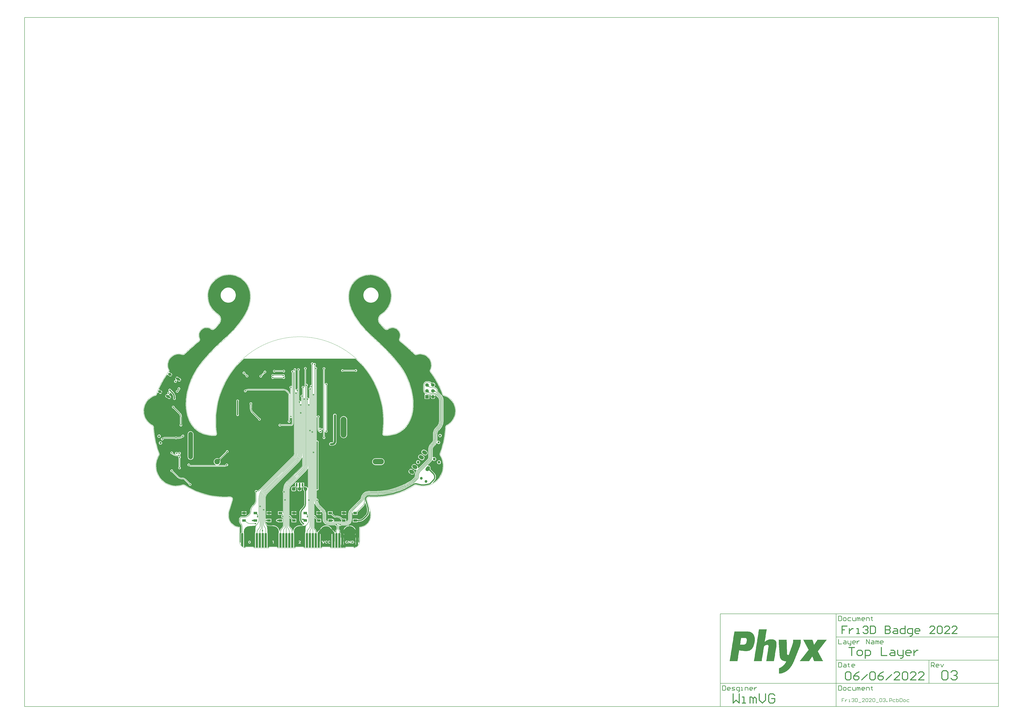
<source format=gtl>
G04*
G04 #@! TF.GenerationSoftware,Altium Limited,Altium Designer,22.6.0 (29)*
G04*
G04 Layer_Physical_Order=1*
G04 Layer_Color=3394611*
%FSLAX25Y25*%
%MOIN*%
G70*
G04*
G04 #@! TF.SameCoordinates,2F1E6D50-AEE9-41E4-90EB-1875A1A680C2*
G04*
G04*
G04 #@! TF.FilePolarity,Positive*
G04*
G01*
G75*
%ADD11C,0.00787*%
%ADD12C,0.01575*%
%ADD13C,0.00591*%
%ADD14C,0.00394*%
%ADD15C,0.00984*%
%ADD16R,0.03150X0.05906*%
%ADD17R,0.05906X0.03937*%
%ADD38C,0.01968*%
%ADD39C,0.03543*%
%ADD40C,0.00591*%
%ADD41C,0.03937*%
%ADD42R,0.03150X0.09843*%
%ADD43C,0.07874*%
%ADD44O,0.18898X0.09449*%
%ADD45C,0.09449*%
G04:AMPARAMS|DCode=46|XSize=39.37mil|YSize=82.68mil|CornerRadius=0mil|HoleSize=0mil|Usage=FLASHONLY|Rotation=60.000|XOffset=0mil|YOffset=0mil|HoleType=Round|Shape=Round|*
%AMOVALD46*
21,1,0.04331,0.03937,0.00000,0.00000,150.0*
1,1,0.03937,0.01875,-0.01083*
1,1,0.03937,-0.01875,0.01083*
%
%ADD46OVALD46*%

G04:AMPARAMS|DCode=47|XSize=39.37mil|YSize=62.99mil|CornerRadius=0mil|HoleSize=0mil|Usage=FLASHONLY|Rotation=60.000|XOffset=0mil|YOffset=0mil|HoleType=Round|Shape=Round|*
%AMOVALD47*
21,1,0.02362,0.03937,0.00000,0.00000,150.0*
1,1,0.03937,0.01023,-0.00591*
1,1,0.03937,-0.01023,0.00591*
%
%ADD47OVALD47*%

%ADD48C,0.02559*%
%ADD49C,0.04724*%
G04:AMPARAMS|DCode=50|XSize=90.55mil|YSize=62.99mil|CornerRadius=0mil|HoleSize=0mil|Usage=FLASHONLY|Rotation=56.000|XOffset=0mil|YOffset=0mil|HoleType=Round|Shape=Round|*
%AMOVALD50*
21,1,0.02756,0.06299,0.00000,0.00000,56.0*
1,1,0.06299,-0.00771,-0.01142*
1,1,0.06299,0.00771,0.01142*
%
%ADD50OVALD50*%

G04:AMPARAMS|DCode=51|XSize=90.55mil|YSize=62.99mil|CornerRadius=0mil|HoleSize=0mil|Usage=FLASHONLY|Rotation=146.000|XOffset=0mil|YOffset=0mil|HoleType=Round|Shape=Round|*
%AMOVALD51*
21,1,0.02756,0.06299,0.00000,0.00000,146.0*
1,1,0.06299,0.01142,-0.00771*
1,1,0.06299,-0.01142,0.00771*
%
%ADD51OVALD51*%

%ADD52O,0.09843X0.35433*%
%ADD53C,0.03543*%
%ADD54C,0.19685*%
%ADD55C,0.06000*%
G04:AMPARAMS|DCode=56|XSize=60mil|YSize=60mil|CornerRadius=15mil|HoleSize=0mil|Usage=FLASHONLY|Rotation=180.000|XOffset=0mil|YOffset=0mil|HoleType=Round|Shape=RoundedRectangle|*
%AMROUNDEDRECTD56*
21,1,0.06000,0.03000,0,0,180.0*
21,1,0.03000,0.06000,0,0,180.0*
1,1,0.03000,-0.01500,0.01500*
1,1,0.03000,0.01500,0.01500*
1,1,0.03000,0.01500,-0.01500*
1,1,0.03000,-0.01500,-0.01500*
%
%ADD56ROUNDEDRECTD56*%
%ADD57C,0.05906*%
%ADD58R,0.05906X0.05906*%
%ADD59C,0.02362*%
G36*
X-117548Y463362D02*
X-114480Y463048D01*
X-112966Y462759D01*
X-111452Y462471D01*
X-108484Y461634D01*
X-105600Y460545D01*
X-102821Y459210D01*
X-100167Y457641D01*
X-97658Y455848D01*
X-95314Y453846D01*
X-93151Y451649D01*
X-91186Y449273D01*
X-89434Y446736D01*
X-87907Y444058D01*
X-86617Y441257D01*
X-85573Y438356D01*
X-84784Y435376D01*
X-84255Y432339D01*
X-83990Y429267D01*
X-83991Y427725D01*
X-83991Y427725D01*
X-83991Y427725D01*
X-83991Y427031D01*
X-83988Y427019D01*
X-83991Y427008D01*
X-83976Y426355D01*
X-83986Y425048D01*
X-84035Y423742D01*
X-84124Y422438D01*
X-84188Y421788D01*
X-84258Y421080D01*
X-84437Y419670D01*
X-84657Y418266D01*
X-84916Y416868D01*
X-85066Y416173D01*
X-85230Y415412D01*
X-85599Y413899D01*
X-86008Y412397D01*
X-86456Y410906D01*
X-86969Y409352D01*
X-87546Y407738D01*
X-88163Y406139D01*
X-88818Y404554D01*
X-89165Y403771D01*
X-89549Y402905D01*
X-90354Y401191D01*
X-91197Y399495D01*
X-92078Y397819D01*
X-92537Y396991D01*
X-92537Y396991D01*
X-92537Y396991D01*
X-93045Y396075D01*
X-94097Y394263D01*
X-95185Y392472D01*
X-96309Y390704D01*
X-96889Y389832D01*
X-96889Y389832D01*
X-96889Y389832D01*
X-97531Y388866D01*
X-98848Y386959D01*
X-100200Y385075D01*
X-101586Y383217D01*
X-102296Y382300D01*
X-102296Y382300D01*
X-102296Y382300D01*
X-103081Y381286D01*
X-104682Y379285D01*
X-106316Y377310D01*
X-107983Y375361D01*
X-108830Y374402D01*
X-110805Y372179D01*
X-114875Y367844D01*
X-119064Y363622D01*
X-123369Y359518D01*
X-125576Y357526D01*
X-125577Y357524D01*
X-125579Y357523D01*
X-130583Y352973D01*
X-130585Y352970D01*
X-130588Y352968D01*
X-131855Y351798D01*
X-131857Y351796D01*
X-131859Y351794D01*
X-134382Y349442D01*
X-134384Y349439D01*
X-134387Y349437D01*
X-136893Y347067D01*
X-136895Y347064D01*
X-136898Y347062D01*
X-139388Y344674D01*
X-139390Y344672D01*
X-139392Y344671D01*
X-140630Y343471D01*
X-140633Y343466D01*
X-140638Y343463D01*
X-145572Y338583D01*
X-145575Y338579D01*
X-145579Y338576D01*
X-146187Y337964D01*
X-146188Y337962D01*
X-146189Y337961D01*
X-147402Y336731D01*
X-147403Y336729D01*
X-147405Y336728D01*
X-148611Y335493D01*
X-148612Y335491D01*
X-148614Y335489D01*
X-149815Y334248D01*
X-149816Y334247D01*
X-149817Y334246D01*
X-150416Y333624D01*
X-150416Y333622D01*
X-150417Y333622D01*
X-151007Y333005D01*
X-151008Y333003D01*
X-151010Y333002D01*
X-152184Y331764D01*
X-152186Y331762D01*
X-152188Y331760D01*
X-153356Y330516D01*
X-153358Y330513D01*
X-153360Y330512D01*
X-154522Y329261D01*
X-154523Y329259D01*
X-154524Y329258D01*
X-155103Y328631D01*
X-155103Y328629D01*
X-155105Y328629D01*
X-155671Y328011D01*
X-155672Y328009D01*
X-155674Y328008D01*
X-156801Y326767D01*
X-156802Y326764D01*
X-156805Y326763D01*
X-157924Y325515D01*
X-157925Y325513D01*
X-157928Y325511D01*
X-159040Y324257D01*
X-159041Y324255D01*
X-159043Y324253D01*
X-159596Y323624D01*
X-159597Y323622D01*
X-159598Y323621D01*
X-160135Y323006D01*
X-160137Y323003D01*
X-160139Y323002D01*
X-161207Y321765D01*
X-161209Y321762D01*
X-161212Y321760D01*
X-162271Y320516D01*
X-162273Y320513D01*
X-162276Y320510D01*
X-163327Y319259D01*
X-163328Y319256D01*
X-163330Y319255D01*
X-163852Y318626D01*
X-163853Y318624D01*
X-163855Y318623D01*
X-164841Y317426D01*
X-164844Y317420D01*
X-164849Y317415D01*
X-166790Y314995D01*
X-166794Y314987D01*
X-166801Y314981D01*
X-168698Y312527D01*
X-168702Y312519D01*
X-168709Y312513D01*
X-170562Y310025D01*
X-170565Y310019D01*
X-170570Y310014D01*
X-171480Y308758D01*
X-171484Y308751D01*
X-171489Y308746D01*
X-172655Y307084D01*
X-172661Y307072D01*
X-172670Y307063D01*
X-174917Y303680D01*
X-174923Y303665D01*
X-174935Y303652D01*
X-177067Y300196D01*
X-177073Y300180D01*
X-177084Y300167D01*
X-179097Y296640D01*
X-179101Y296628D01*
X-179110Y296618D01*
X-180071Y294830D01*
X-180074Y294823D01*
X-180078Y294817D01*
X-180972Y293094D01*
X-180976Y293082D01*
X-180983Y293072D01*
X-182684Y289583D01*
X-182689Y289566D01*
X-182699Y289552D01*
X-184282Y286009D01*
X-184286Y285992D01*
X-184295Y285978D01*
X-185760Y282384D01*
X-185763Y282367D01*
X-185772Y282352D01*
X-187116Y278711D01*
X-187119Y278694D01*
X-187127Y278680D01*
X-188349Y274996D01*
X-188352Y274979D01*
X-188359Y274964D01*
X-189458Y271241D01*
X-189460Y271224D01*
X-189467Y271209D01*
X-190441Y267452D01*
X-190442Y267439D01*
X-190447Y267427D01*
X-190887Y265537D01*
X-190887Y265527D01*
X-190891Y265518D01*
X-191270Y263738D01*
X-191270Y263724D01*
X-191275Y263711D01*
X-191937Y260131D01*
X-191937Y260112D01*
X-191943Y260095D01*
X-192475Y256493D01*
X-192474Y256475D01*
X-192480Y256457D01*
X-192881Y252838D01*
X-192880Y252825D01*
X-192884Y252811D01*
X-193036Y250997D01*
X-193035Y250988D01*
X-193037Y250979D01*
X-193149Y249261D01*
X-193147Y249246D01*
X-193151Y249231D01*
X-193270Y245790D01*
X-193267Y245770D01*
X-193271Y245749D01*
X-193251Y242307D01*
X-193246Y242287D01*
X-193250Y242266D01*
X-193090Y238827D01*
X-193086Y238812D01*
X-193088Y238797D01*
X-192956Y237081D01*
X-192953Y237070D01*
X-192955Y237059D01*
X-192797Y235451D01*
X-192791Y235434D01*
X-192792Y235416D01*
X-192362Y232212D01*
X-192354Y232189D01*
X-192355Y232165D01*
X-191773Y228986D01*
X-191764Y228964D01*
X-191763Y228939D01*
X-191031Y225791D01*
X-191024Y225775D01*
X-191022Y225757D01*
X-190600Y224197D01*
X-190594Y224185D01*
X-190593Y224172D01*
X-190159Y222715D01*
X-190149Y222696D01*
X-190146Y222675D01*
X-189154Y219802D01*
X-189139Y219777D01*
X-189134Y219748D01*
X-187980Y216936D01*
X-187964Y216912D01*
X-187957Y216884D01*
X-186645Y214142D01*
X-186632Y214125D01*
X-186626Y214104D01*
X-185912Y212762D01*
X-185904Y212753D01*
X-185900Y212742D01*
X-185167Y211440D01*
X-185149Y211419D01*
X-185139Y211393D01*
X-183534Y208875D01*
X-183508Y208848D01*
X-183492Y208815D01*
X-181707Y206420D01*
X-181679Y206395D01*
X-181661Y206363D01*
X-179706Y204106D01*
X-179676Y204083D01*
X-179656Y204052D01*
X-177541Y201944D01*
X-177510Y201923D01*
X-177487Y201894D01*
X-175224Y199945D01*
X-175192Y199927D01*
X-175167Y199899D01*
X-172767Y198122D01*
X-172733Y198106D01*
X-172707Y198080D01*
X-170184Y196482D01*
X-170149Y196469D01*
X-170120Y196445D01*
X-167487Y195036D01*
X-167452Y195025D01*
X-167421Y195004D01*
X-164693Y193791D01*
X-164656Y193782D01*
X-164625Y193763D01*
X-161814Y192753D01*
X-161778Y192747D01*
X-161744Y192730D01*
X-158868Y191928D01*
X-158840Y191926D01*
X-158815Y191915D01*
X-157356Y191593D01*
X-157345Y191592D01*
X-157334Y191588D01*
X-155699Y191265D01*
X-155676Y191265D01*
X-155654Y191257D01*
X-152358Y190761D01*
X-152327Y190763D01*
X-152297Y190754D01*
X-148976Y190462D01*
X-148945Y190465D01*
X-148915Y190458D01*
X-145583Y190370D01*
X-145560Y190374D01*
X-145537Y190370D01*
X-143870Y190402D01*
X-143835Y190410D01*
X-143800Y190406D01*
X-143528Y190431D01*
X-143452Y190453D01*
X-143373Y190457D01*
X-142845Y190591D01*
X-142750Y190636D01*
X-142648Y190663D01*
X-142160Y190903D01*
X-142076Y190968D01*
X-141982Y191015D01*
X-141555Y191352D01*
X-141503Y191412D01*
X-141439Y191459D01*
X-141254Y191659D01*
X-141226Y191704D01*
X-141187Y191740D01*
X-141024Y191958D01*
X-140989Y192030D01*
X-140939Y192092D01*
X-140686Y192573D01*
X-140656Y192675D01*
X-140609Y192769D01*
X-140461Y193292D01*
X-140453Y193397D01*
X-140426Y193500D01*
X-140391Y194042D01*
X-140401Y194121D01*
X-140393Y194200D01*
X-140419Y194471D01*
X-140425Y194493D01*
X-140424Y194517D01*
X-140766Y196973D01*
X-141282Y201908D01*
X-141627Y206857D01*
X-141801Y211815D01*
X-141803Y214295D01*
X-141804Y214300D01*
X-141803Y214305D01*
X-141840Y218043D01*
X-141520Y225514D01*
X-140807Y232957D01*
X-139703Y240353D01*
X-138210Y247680D01*
X-136335Y254918D01*
X-134080Y262047D01*
X-131453Y269048D01*
X-128461Y275901D01*
X-125113Y282587D01*
X-121417Y289087D01*
X-117383Y295383D01*
X-113024Y301459D01*
X-108351Y307296D01*
X-103377Y312879D01*
X-98115Y318192D01*
X-94544Y321438D01*
X94695D01*
X98266Y318192D01*
X103527Y312879D01*
X108501Y307296D01*
X113174Y301459D01*
X117534Y295383D01*
X121567Y289087D01*
X125263Y282587D01*
X128612Y275901D01*
X131604Y269048D01*
X134230Y262047D01*
X136485Y254918D01*
X138361Y247680D01*
X139853Y240353D01*
X140957Y232957D01*
X141670Y225514D01*
X141990Y218043D01*
X141953Y214305D01*
X141954Y214300D01*
X141953Y214295D01*
X141952Y211815D01*
X141777Y206857D01*
X141432Y201908D01*
X140917Y196973D01*
X140574Y194517D01*
X140576Y194494D01*
X140569Y194471D01*
X140543Y194200D01*
X140552Y194121D01*
X140541Y194042D01*
X140576Y193500D01*
X140603Y193397D01*
X140612Y193292D01*
X140759Y192769D01*
X140807Y192675D01*
X140837Y192573D01*
X141090Y192092D01*
X141140Y192030D01*
X141174Y191958D01*
X141337Y191740D01*
X141376Y191704D01*
X141404Y191659D01*
X141589Y191459D01*
X141653Y191412D01*
X141705Y191352D01*
X142132Y191015D01*
X142226Y190968D01*
X142310Y190903D01*
X142798Y190663D01*
X142900Y190636D01*
X142996Y190591D01*
X143523Y190457D01*
X143603Y190453D01*
X143679Y190431D01*
X143950Y190406D01*
X143986Y190410D01*
X144021Y190402D01*
X145687Y190370D01*
X145710Y190374D01*
X145733Y190370D01*
X149065Y190458D01*
X149096Y190465D01*
X149127Y190462D01*
X152447Y190754D01*
X152477Y190763D01*
X152508Y190761D01*
X155804Y191257D01*
X155826Y191265D01*
X155850Y191265D01*
X157485Y191588D01*
X157496Y191593D01*
X157508Y191593D01*
X158983Y191921D01*
X159009Y191932D01*
X159037Y191935D01*
X161945Y192753D01*
X161978Y192770D01*
X162015Y192775D01*
X164855Y193806D01*
X164887Y193825D01*
X164924Y193833D01*
X167680Y195070D01*
X167711Y195092D01*
X167747Y195103D01*
X170405Y196539D01*
X170433Y196563D01*
X170468Y196577D01*
X173013Y198205D01*
X173040Y198231D01*
X173074Y198247D01*
X175492Y200058D01*
X175517Y200086D01*
X175549Y200105D01*
X177827Y202089D01*
X177844Y202112D01*
X177868Y202127D01*
X178950Y203181D01*
X178963Y203199D01*
X178981Y203212D01*
X179980Y204272D01*
X179994Y204293D01*
X180014Y204310D01*
X181903Y206528D01*
X181920Y206557D01*
X181945Y206580D01*
X183682Y208921D01*
X183696Y208951D01*
X183720Y208976D01*
X185295Y211427D01*
X185304Y211451D01*
X185321Y211471D01*
X186046Y212735D01*
X186051Y212750D01*
X186062Y212762D01*
X186776Y214104D01*
X186782Y214125D01*
X186795Y214142D01*
X188107Y216884D01*
X188114Y216912D01*
X188130Y216936D01*
X189284Y219748D01*
X189290Y219777D01*
X189304Y219802D01*
X190296Y222675D01*
X190299Y222696D01*
X190309Y222715D01*
X190744Y224172D01*
X190745Y224185D01*
X190751Y224197D01*
X191173Y225757D01*
X191174Y225775D01*
X191181Y225791D01*
X191913Y228939D01*
X191914Y228964D01*
X191923Y228986D01*
X192505Y232165D01*
X192505Y232189D01*
X192512Y232212D01*
X192943Y235416D01*
X192941Y235434D01*
X192947Y235451D01*
X193105Y237059D01*
X193104Y237070D01*
X193107Y237081D01*
X193239Y238797D01*
X193237Y238812D01*
X193240Y238827D01*
X193400Y242266D01*
X193397Y242287D01*
X193401Y242307D01*
X193421Y245749D01*
X193417Y245770D01*
X193420Y245790D01*
X193301Y249231D01*
X193297Y249246D01*
X193299Y249261D01*
X193187Y250979D01*
X193185Y250988D01*
X193186Y250997D01*
X193034Y252811D01*
X193030Y252825D01*
X193032Y252838D01*
X192630Y256457D01*
X192624Y256475D01*
X192625Y256493D01*
X192093Y260095D01*
X192087Y260112D01*
X192087Y260131D01*
X191426Y263711D01*
X191420Y263724D01*
X191420Y263738D01*
X191041Y265518D01*
X191036Y265530D01*
X191036Y265543D01*
X190348Y268418D01*
X190340Y268435D01*
X190339Y268454D01*
X188750Y274148D01*
X188739Y274170D01*
X188735Y274196D01*
X186864Y279803D01*
X186852Y279825D01*
X186847Y279850D01*
X184698Y285357D01*
X184685Y285379D01*
X184679Y285403D01*
X182258Y290796D01*
X182243Y290817D01*
X182236Y290841D01*
X179549Y296106D01*
X179533Y296126D01*
X179525Y296150D01*
X176578Y301275D01*
X176562Y301294D01*
X176552Y301318D01*
X173353Y306289D01*
X173340Y306302D01*
X173332Y306320D01*
X171641Y308744D01*
X171634Y308750D01*
X171630Y308759D01*
X171183Y309375D01*
X171181Y309377D01*
X171179Y309380D01*
X170277Y310605D01*
X170273Y310609D01*
X170271Y310613D01*
X169357Y311829D01*
X169354Y311832D01*
X169352Y311837D01*
X168427Y313045D01*
X168424Y313047D01*
X168422Y313050D01*
X167955Y313651D01*
X167954Y313652D01*
X167953Y313654D01*
X167464Y314277D01*
X167462Y314279D01*
X167461Y314282D01*
X166476Y315522D01*
X166473Y315525D01*
X166471Y315529D01*
X165477Y316761D01*
X165474Y316764D01*
X165472Y316767D01*
X164468Y317992D01*
X164465Y317994D01*
X164464Y317997D01*
X163958Y318606D01*
X163957Y318607D01*
X163956Y318609D01*
X163431Y319236D01*
X163429Y319238D01*
X163428Y319240D01*
X162372Y320490D01*
X162370Y320492D01*
X162368Y320495D01*
X161304Y321738D01*
X161301Y321740D01*
X161300Y321743D01*
X160227Y322978D01*
X160225Y322980D01*
X160224Y322982D01*
X159684Y323597D01*
X159683Y323598D01*
X159682Y323599D01*
X159127Y324228D01*
X159125Y324229D01*
X159124Y324231D01*
X158009Y325484D01*
X158006Y325486D01*
X158005Y325489D01*
X156882Y326735D01*
X156880Y326737D01*
X156878Y326739D01*
X155748Y327979D01*
X155746Y327980D01*
X155745Y327982D01*
X155177Y328600D01*
X155176Y328601D01*
X155175Y328602D01*
X154596Y329229D01*
X154594Y329230D01*
X154593Y329232D01*
X153428Y330482D01*
X153426Y330483D01*
X153425Y330486D01*
X152254Y331730D01*
X152252Y331731D01*
X152251Y331733D01*
X151074Y332972D01*
X151072Y332973D01*
X151071Y332974D01*
X150480Y333591D01*
X150479Y333592D01*
X150478Y333593D01*
X149879Y334215D01*
X149878Y334216D01*
X149877Y334218D01*
X148675Y335459D01*
X148673Y335460D01*
X148671Y335462D01*
X147464Y336698D01*
X147462Y336699D01*
X147460Y336701D01*
X146247Y337931D01*
X146246Y337932D01*
X146245Y337933D01*
X145636Y338546D01*
X145632Y338549D01*
X145630Y338553D01*
X140693Y343437D01*
X140687Y343441D01*
X140683Y343447D01*
X135685Y348249D01*
X135681Y348251D01*
X135679Y348255D01*
X134440Y349424D01*
X134438Y349426D01*
X134437Y349427D01*
X131949Y351756D01*
X131947Y351757D01*
X131945Y351760D01*
X129443Y354074D01*
X129441Y354075D01*
X129439Y354078D01*
X126924Y356377D01*
X126922Y356378D01*
X126921Y356380D01*
X125659Y357524D01*
X125657Y357525D01*
X125657Y357526D01*
X124500Y358569D01*
X122213Y360687D01*
X119954Y362835D01*
X117724Y365012D01*
X116623Y366115D01*
X116623Y366115D01*
X116623Y366115D01*
X115624Y367116D01*
X113654Y369148D01*
X111715Y371208D01*
X109806Y373296D01*
X108867Y374355D01*
X108867Y374355D01*
X108867Y374355D01*
X108016Y375313D01*
X106346Y377257D01*
X104708Y379228D01*
X103102Y381225D01*
X102315Y382237D01*
X102315Y382237D01*
X102315Y382237D01*
X101604Y383152D01*
X100214Y385008D01*
X98859Y386888D01*
X97538Y388792D01*
X96895Y389756D01*
X96895Y389756D01*
X96895Y389756D01*
X96313Y390627D01*
X95186Y392393D01*
X94095Y394181D01*
X93041Y395990D01*
X92532Y396905D01*
X92532Y396905D01*
X92532Y396905D01*
X92072Y397733D01*
X91189Y399407D01*
X90344Y401100D01*
X89537Y402813D01*
X89153Y403678D01*
X88805Y404461D01*
X88148Y406043D01*
X87530Y407642D01*
X86952Y409255D01*
X86683Y410068D01*
Y410068D01*
X86438Y410807D01*
X85989Y412296D01*
X85580Y413798D01*
X85211Y415309D01*
X85046Y416070D01*
X85046Y416072D01*
X85046Y416074D01*
X84753Y417406D01*
X84325Y420098D01*
X84056Y422812D01*
X83948Y425537D01*
X83974Y426900D01*
X83972Y426910D01*
X83974Y426919D01*
Y427613D01*
X83975Y429154D01*
X84241Y432223D01*
X84772Y435258D01*
X85562Y438236D01*
X86607Y441134D01*
X87898Y443932D01*
X89425Y446607D01*
X91177Y449142D01*
X93142Y451515D01*
X95304Y453710D01*
X97648Y455710D01*
X100155Y457500D01*
X102807Y459067D01*
X105585Y460400D01*
X108467Y461488D01*
X111433Y462323D01*
X112946Y462611D01*
X114460Y462899D01*
X117525Y463212D01*
X120605Y463259D01*
X123678Y463040D01*
X126721Y462557D01*
X129711Y461812D01*
X132625Y460813D01*
X135442Y459566D01*
X138141Y458081D01*
X140702Y456368D01*
X143106Y454440D01*
X145334Y452313D01*
X147370Y450001D01*
X149199Y447521D01*
X150808Y444894D01*
X152183Y442137D01*
X153316Y439272D01*
X154197Y436319D01*
X154820Y433302D01*
X155181Y430242D01*
X155276Y427163D01*
X155104Y424087D01*
X154669Y421037D01*
X153971Y418036D01*
X153017Y415107D01*
X151814Y412270D01*
X150371Y409549D01*
X148698Y406961D01*
X146808Y404528D01*
X144715Y402267D01*
X142435Y400195D01*
X139985Y398328D01*
X138684Y397503D01*
X138676Y397496D01*
X138667Y397492D01*
X138230Y397203D01*
X138202Y397176D01*
X138168Y397158D01*
X137340Y396515D01*
X137306Y396476D01*
X137263Y396448D01*
X136505Y395725D01*
X136476Y395682D01*
X136435Y395651D01*
X135755Y394853D01*
X135729Y394809D01*
X135692Y394773D01*
X135096Y393911D01*
X135076Y393863D01*
X135043Y393824D01*
X134537Y392906D01*
X134521Y392857D01*
X134492Y392814D01*
X134082Y391850D01*
X134072Y391799D01*
X134047Y391754D01*
X133737Y390753D01*
X133733Y390714D01*
X133718Y390679D01*
X133601Y390168D01*
X133600Y390142D01*
X133591Y390118D01*
X133501Y389602D01*
X133501Y389563D01*
X133490Y389526D01*
X133389Y388483D01*
X133394Y388431D01*
X133384Y388381D01*
X133389Y387333D01*
X133399Y387282D01*
X133394Y387231D01*
X133505Y386189D01*
X133521Y386140D01*
X133521Y386088D01*
X133738Y385063D01*
X133758Y385015D01*
X133764Y384964D01*
X134083Y383966D01*
X134108Y383921D01*
X134119Y383870D01*
X134537Y382909D01*
X134567Y382867D01*
X134583Y382818D01*
X135097Y381905D01*
X135122Y381875D01*
X135137Y381840D01*
X135428Y381404D01*
X135449Y381383D01*
X135462Y381356D01*
X136479Y380012D01*
X136493Y379999D01*
X136502Y379982D01*
X138635Y377372D01*
X138654Y377356D01*
X138668Y377334D01*
X140928Y374833D01*
X140948Y374818D01*
X140963Y374797D01*
X143345Y372412D01*
X143361Y372402D01*
X143372Y372386D01*
X144607Y371240D01*
X144632Y371224D01*
X144650Y371202D01*
X144892Y371002D01*
X144950Y370970D01*
X144998Y370925D01*
X145529Y370592D01*
X145612Y370560D01*
X145685Y370512D01*
X146265Y370275D01*
X146352Y370259D01*
X146432Y370224D01*
X147045Y370091D01*
X147133Y370090D01*
X147218Y370070D01*
X147845Y370045D01*
X147931Y370059D01*
X148019Y370053D01*
X148640Y370138D01*
X148723Y370166D01*
X148810Y370176D01*
X149408Y370367D01*
X149485Y370409D01*
X149569Y370434D01*
X150124Y370725D01*
X150175Y370766D01*
X150236Y370793D01*
X150493Y370974D01*
X150502Y370984D01*
X150514Y370990D01*
X150998Y371350D01*
X152031Y371973D01*
X153120Y372492D01*
X154254Y372903D01*
X155423Y373201D01*
X156615Y373384D01*
X157820Y373450D01*
X159025Y373399D01*
X159622Y373315D01*
X160648Y373165D01*
X162630Y372531D01*
X164480Y371579D01*
X166149Y370336D01*
X167591Y368835D01*
X168766Y367118D01*
X169643Y365231D01*
X170198Y363225D01*
X170306Y362193D01*
X170388Y361373D01*
X170333Y359724D01*
X170060Y358097D01*
X169572Y356520D01*
X169226Y355771D01*
X169216Y355726D01*
X169192Y355686D01*
X169000Y355145D01*
X168982Y355025D01*
X168947Y354908D01*
X168835Y353771D01*
X168851Y353610D01*
X168856Y353448D01*
X169112Y352334D01*
X169179Y352187D01*
X169235Y352035D01*
X169832Y351061D01*
X169915Y350971D01*
X169983Y350870D01*
X170392Y350468D01*
X170429Y350444D01*
X170457Y350410D01*
X175029Y346631D01*
X179801Y342580D01*
X184736Y338253D01*
X186027Y337102D01*
X188589Y334768D01*
X191127Y332407D01*
X193639Y330018D01*
X194883Y328811D01*
X194915Y328790D01*
X194939Y328760D01*
X195313Y328448D01*
X195404Y328399D01*
X195483Y328333D01*
X196341Y327875D01*
X196472Y327835D01*
X196596Y327780D01*
X197546Y327569D01*
X197683Y327566D01*
X197818Y327547D01*
X198789Y327599D01*
X198889Y327624D01*
X198991Y327630D01*
X199463Y327755D01*
X199487Y327766D01*
X199513Y327769D01*
X200347Y328037D01*
X202059Y328409D01*
X203798Y328614D01*
X205549Y328651D01*
X207295Y328520D01*
X209021Y328221D01*
X210710Y327758D01*
X212346Y327134D01*
X213915Y326356D01*
X215402Y325430D01*
X216793Y324366D01*
X218075Y323173D01*
X219236Y321862D01*
X220266Y320445D01*
X221155Y318936D01*
X221894Y317348D01*
X222477Y315697D01*
X222899Y313997D01*
X223155Y312264D01*
X223243Y310515D01*
X223163Y308766D01*
X222915Y307032D01*
X222501Y305330D01*
X221925Y303676D01*
X221559Y302881D01*
X221552Y302850D01*
X221535Y302823D01*
X221363Y302379D01*
X221346Y302280D01*
X221310Y302185D01*
X221151Y301250D01*
X221155Y301115D01*
X221142Y300982D01*
X221236Y300037D01*
X221275Y299909D01*
X221298Y299777D01*
X221639Y298891D01*
X221693Y298805D01*
X221730Y298711D01*
X221986Y298310D01*
X222009Y298286D01*
X222024Y298255D01*
X222344Y297820D01*
X222979Y296948D01*
X223609Y296072D01*
X224235Y295192D01*
X224544Y294750D01*
X224544Y294750D01*
X224545Y294750D01*
X225163Y293869D01*
X226377Y292094D01*
X227569Y290302D01*
X228737Y288497D01*
X229310Y287586D01*
X229310Y287586D01*
X229310Y287586D01*
X229878Y286682D01*
X230990Y284858D01*
X232074Y283019D01*
X233132Y281164D01*
X233647Y280228D01*
X233647Y280228D01*
X234158Y279303D01*
X235148Y277435D01*
X236107Y275552D01*
X237036Y273653D01*
X237485Y272695D01*
X237485Y272695D01*
X237485Y272694D01*
X238150Y271280D01*
X239398Y268414D01*
X240564Y265513D01*
X241646Y262581D01*
X242145Y261099D01*
X242157Y261078D01*
X242161Y261055D01*
X242312Y260667D01*
X242361Y260591D01*
X242392Y260506D01*
X242828Y259800D01*
X242909Y259711D01*
X242977Y259612D01*
X243567Y259029D01*
X243668Y258962D01*
X243757Y258882D01*
X244469Y258455D01*
X244554Y258425D01*
X244631Y258377D01*
X245020Y258230D01*
X245056Y258225D01*
X245088Y258208D01*
X246460Y257801D01*
X249101Y256701D01*
X251609Y255326D01*
X253957Y253691D01*
X256118Y251816D01*
X258066Y249720D01*
X259780Y247430D01*
X261240Y244969D01*
X262429Y242368D01*
X263335Y239654D01*
X263946Y236859D01*
X264256Y234015D01*
X264259Y232586D01*
X264254Y231375D01*
X264025Y228955D01*
X263578Y226566D01*
X262916Y224227D01*
X262045Y221958D01*
X260972Y219778D01*
X259706Y217703D01*
X258257Y215752D01*
X256637Y213939D01*
X254860Y212281D01*
X252940Y210791D01*
X250893Y209481D01*
X249814Y208922D01*
X249783Y208896D01*
X249745Y208882D01*
X249365Y208645D01*
X249296Y208580D01*
X249214Y208529D01*
X248560Y207922D01*
X248485Y207819D01*
X248397Y207727D01*
X247916Y206975D01*
X247870Y206857D01*
X247807Y206746D01*
X247531Y205897D01*
X247519Y205802D01*
X247489Y205711D01*
X247433Y205267D01*
X247436Y205231D01*
X247427Y205197D01*
X247271Y202352D01*
X246743Y196678D01*
X246000Y191028D01*
X245042Y185411D01*
X243872Y179834D01*
X242490Y174305D01*
X240899Y168833D01*
X239102Y163426D01*
X238101Y160758D01*
X238096Y160731D01*
X238083Y160706D01*
X237962Y160320D01*
X237952Y160234D01*
X237924Y160152D01*
X237818Y159351D01*
X237826Y159236D01*
X237814Y159121D01*
X237893Y158317D01*
X237927Y158206D01*
X237942Y158092D01*
X238202Y157327D01*
X238245Y157252D01*
X238271Y157169D01*
X238465Y156814D01*
X238479Y156797D01*
X238486Y156776D01*
X239368Y155314D01*
X240826Y152226D01*
X241961Y149005D01*
X242764Y145685D01*
X243225Y142301D01*
X243339Y138888D01*
X243106Y135481D01*
X242528Y132115D01*
X241611Y128825D01*
X240364Y125646D01*
X238801Y122610D01*
X236936Y119748D01*
X235864Y118420D01*
X235864Y118420D01*
X234791Y117091D01*
X232387Y114666D01*
X229748Y112497D01*
X226903Y110608D01*
X226264Y110272D01*
X225797Y110906D01*
X229054Y114163D01*
X229060Y114172D01*
X230023Y115345D01*
X230743Y116693D01*
X231187Y118156D01*
X231336Y119666D01*
X231338Y119676D01*
Y121084D01*
X231343D01*
X231168Y122857D01*
X230651Y124563D01*
X229811Y126134D01*
X228681Y127512D01*
X228677Y127508D01*
X222008Y134177D01*
X222233Y134627D01*
X222450Y135694D01*
X222383Y136781D01*
X222038Y137813D01*
X221437Y138720D01*
X220622Y139442D01*
X219648Y139927D01*
X218581Y140144D01*
X217862Y140100D01*
X217516Y140868D01*
X222797Y146149D01*
X222804Y146142D01*
X223957Y147492D01*
X224884Y149005D01*
X224973Y149219D01*
X225811Y149186D01*
X226291Y148634D01*
X227021Y148142D01*
X227854Y147855D01*
X228733Y147793D01*
X229598Y147961D01*
X230390Y148347D01*
X231055Y148926D01*
X231548Y149656D01*
X231835Y150489D01*
X231896Y151368D01*
X231728Y152233D01*
X231342Y153025D01*
X230764Y153690D01*
X230033Y154183D01*
X229200Y154470D01*
X228321Y154531D01*
X227456Y154363D01*
X226899Y154091D01*
X226827Y154096D01*
X226283Y154360D01*
X226108Y154536D01*
Y168082D01*
X226095Y168148D01*
X226271Y169490D01*
X226815Y170801D01*
X227639Y171875D01*
X227694Y171912D01*
X229748Y173966D01*
X229748Y173966D01*
X229762Y173952D01*
X231237Y175680D01*
X232424Y177616D01*
X232627Y178106D01*
X233466Y178074D01*
X233468Y178066D01*
X233863Y177458D01*
X234402Y176972D01*
X235049Y176643D01*
X235759Y176492D01*
X236483Y176530D01*
X237174Y176754D01*
X237782Y177149D01*
X238268Y177689D01*
X238597Y178335D01*
X238748Y179045D01*
X238710Y179770D01*
X238486Y180460D01*
X238091Y181068D01*
X237551Y181554D01*
X236905Y181883D01*
X236195Y182034D01*
X235470Y181996D01*
X234780Y181772D01*
X234563Y181631D01*
X234218Y181767D01*
X233837Y182098D01*
X234001Y184187D01*
X233982D01*
Y193496D01*
X233970Y193553D01*
X234132Y195195D01*
X234628Y196830D01*
X235433Y198336D01*
X236480Y199612D01*
X236529Y199644D01*
X238283Y201399D01*
X238309Y201399D01*
X238309Y201399D01*
X238309Y201399D01*
X238820Y201982D01*
X240054Y203389D01*
X241525Y205590D01*
X242696Y207964D01*
X243547Y210471D01*
X244063Y213067D01*
X244236Y215708D01*
X244218D01*
Y250922D01*
X244235D01*
X244067Y253058D01*
X243567Y255140D01*
X242747Y257119D01*
X241628Y258946D01*
X240738Y259987D01*
X240237Y260574D01*
X240237Y260574D01*
X239673Y261114D01*
X235413Y265374D01*
X235376Y265399D01*
X234920Y266081D01*
X234898Y266194D01*
X234772Y266929D01*
X234772D01*
X234660Y268070D01*
X234327Y269167D01*
X233787Y270179D01*
X233059Y271065D01*
X233066Y271072D01*
X231880Y272045D01*
X230526Y272769D01*
X229272Y273149D01*
X229060Y273753D01*
X229061Y274005D01*
X229528Y274472D01*
X230047Y275370D01*
X230315Y276372D01*
Y277408D01*
X230047Y278409D01*
X229528Y279307D01*
X228795Y280040D01*
X227898Y280558D01*
X226896Y280827D01*
X225860D01*
X224858Y280558D01*
X224821Y280537D01*
X224432Y280577D01*
X223886Y281043D01*
X222372Y281971D01*
X220732Y282650D01*
X219006Y283065D01*
X217322Y283197D01*
X217236Y283204D01*
X216535Y283200D01*
D01*
X216453Y283192D01*
X215281Y283077D01*
X214075Y282711D01*
X212964Y282117D01*
X211990Y281317D01*
X211190Y280343D01*
X210596Y279232D01*
X210230Y278026D01*
X210107Y276772D01*
X210113D01*
Y268110D01*
X210097D01*
X210259Y266471D01*
X210737Y264894D01*
X211514Y263441D01*
X212559Y262168D01*
X213233Y261614D01*
X212951Y260827D01*
X212441D01*
Y252953D01*
X220315D01*
Y259722D01*
X222548D01*
X222994Y258934D01*
X222695Y258416D01*
X222425Y257410D01*
Y257390D01*
X226378D01*
X230331D01*
Y257410D01*
X230061Y258416D01*
X229852Y258778D01*
X230400Y259403D01*
X231028Y259143D01*
X232051Y258358D01*
X235191Y255217D01*
X235191Y255200D01*
X235191Y255200D01*
X235191D01*
X235827Y254425D01*
X236410Y253335D01*
X236769Y252152D01*
X236889Y250936D01*
X236884Y250915D01*
X236884Y250915D01*
X236884Y250915D01*
Y215716D01*
X236884Y215716D01*
X236884Y215716D01*
X236895Y215660D01*
X236740Y213690D01*
X236383Y212200D01*
X236158Y211458D01*
X236158D01*
X235865Y210764D01*
X235461Y209814D01*
X235456Y209791D01*
X234984Y209021D01*
D01*
X234677Y208520D01*
X234227Y207882D01*
X233625Y207177D01*
X233115Y206601D01*
X233113Y206600D01*
X233112Y206599D01*
X233107Y206594D01*
X233107Y206594D01*
X233106Y206593D01*
X233106Y206593D01*
X232557Y206044D01*
X231362Y204849D01*
X231328D01*
X231328Y204849D01*
X231326Y204847D01*
X231324Y204845D01*
X231324Y204845D01*
X231324Y204845D01*
X230825Y204261D01*
X230104Y203416D01*
X229690Y202932D01*
X229612Y202804D01*
X229612Y202804D01*
X228374Y200784D01*
X228122Y200189D01*
X228094Y200147D01*
X228084Y200095D01*
X227831Y199473D01*
X227410Y198456D01*
X227229Y197704D01*
X227218Y197688D01*
X227182Y197510D01*
X227182Y197510D01*
X226821Y196007D01*
X226728Y194814D01*
X226712Y194738D01*
X226712D01*
X226693Y194638D01*
X226708Y194562D01*
X226624Y193496D01*
X226648D01*
Y184187D01*
X226655Y184155D01*
X226596Y183558D01*
X226521Y182801D01*
X226301Y182073D01*
X226184Y181686D01*
X225860Y180981D01*
X225456Y180226D01*
X225052Y179733D01*
X224560Y179149D01*
X224560Y179149D01*
X224559Y179148D01*
X224558Y179148D01*
X224003Y178593D01*
X223066Y177655D01*
X222503Y177112D01*
X222498Y177108D01*
X222006Y176531D01*
X221198Y175585D01*
X220633Y174663D01*
X220618Y174641D01*
X220618Y174641D01*
X220511Y174480D01*
X220506Y174456D01*
X220151Y173877D01*
X219601Y172550D01*
X219385Y172027D01*
X219335Y171818D01*
X219335Y171818D01*
X218917Y170079D01*
X218820Y168851D01*
X218811Y168739D01*
X218786Y168613D01*
X218760Y168082D01*
X218774D01*
Y154142D01*
X218780Y154115D01*
X218667Y153259D01*
X218418Y152543D01*
X218225Y152119D01*
X218081Y151932D01*
X217602Y151343D01*
X217599Y151341D01*
X217599Y151322D01*
X217054Y150777D01*
X201747Y135470D01*
X201585Y135493D01*
X200961Y136369D01*
X201014Y136628D01*
X200947Y137718D01*
X200600Y138755D01*
X199997Y139666D01*
X199179Y140390D01*
X198451Y140881D01*
X196111Y137411D01*
X193770Y133941D01*
X194498Y133450D01*
X195476Y132963D01*
X196547Y132745D01*
X197637Y132811D01*
X198315Y133038D01*
X198772Y132361D01*
X198484Y132024D01*
X197557Y130510D01*
X196877Y128870D01*
X196614Y127775D01*
X196463Y127144D01*
X196453Y127017D01*
X196289Y126268D01*
X196113Y125534D01*
X195915Y123023D01*
X195915D01*
X195856Y122260D01*
X195790Y121763D01*
X195344Y120686D01*
X194895Y120055D01*
X194895Y120055D01*
X194379Y119519D01*
X190527Y115667D01*
X189980Y115163D01*
X189792Y115063D01*
X189318Y114734D01*
X189130Y114611D01*
X187969Y113849D01*
X186876Y113188D01*
X186561Y113000D01*
X186553Y112993D01*
X186543Y112990D01*
X183811Y111357D01*
X179695Y109125D01*
X175489Y107066D01*
X172956Y105954D01*
X163274Y102261D01*
X162409Y101965D01*
X157919Y100633D01*
X155661Y100064D01*
X153398Y99500D01*
X150383Y98870D01*
X143913Y97724D01*
X139540Y97157D01*
X135512Y96791D01*
X133182Y96645D01*
X130505Y96505D01*
X123021D01*
X122241Y96505D01*
X122232Y96505D01*
X121861Y96515D01*
X121213Y96533D01*
X120968Y96540D01*
X120374Y96569D01*
X119482Y96625D01*
X119482D01*
X119481Y96625D01*
X118556Y96684D01*
X118497Y96687D01*
X118026Y96714D01*
X117832Y96733D01*
X117806Y96733D01*
X117408Y96731D01*
X116642Y96655D01*
X115547Y96547D01*
X115161Y96469D01*
X114748Y96399D01*
X114615Y96386D01*
X114003Y96200D01*
X112686Y95800D01*
X112419Y95658D01*
X112419Y95658D01*
X112418Y95657D01*
X112394Y95644D01*
X112380Y95641D01*
X112288Y95599D01*
X112282Y95595D01*
X112274Y95593D01*
X111663Y95316D01*
X111653Y95309D01*
X110306Y94589D01*
X110306Y94589D01*
X110300Y94586D01*
X110165Y94513D01*
X109627Y94072D01*
X109532Y94024D01*
X109058Y93651D01*
X109056Y93649D01*
X109054Y93648D01*
X108901Y93528D01*
X108868Y93499D01*
X108393Y93086D01*
X108334Y93046D01*
X108328Y93041D01*
X108328Y93041D01*
X108205Y92930D01*
X107965Y92730D01*
X107908Y92660D01*
X107548Y92251D01*
X107542Y92244D01*
X107303Y91974D01*
X107280Y91948D01*
X107267Y91932D01*
X106942Y91515D01*
X106920Y91500D01*
X106520Y90993D01*
X106184Y90530D01*
X106184Y90529D01*
X106180Y90522D01*
X105782Y89842D01*
X105493Y89265D01*
X105492Y89263D01*
X105490Y89259D01*
X105394Y89056D01*
X105374Y89017D01*
X105310Y88873D01*
X105310Y88873D01*
X105310Y88873D01*
X105066Y88330D01*
X104953Y88108D01*
X104899Y88007D01*
X104893Y87988D01*
X104713Y87443D01*
X104696Y87358D01*
X104500Y86713D01*
X104500Y86713D01*
X104499Y86710D01*
X104441Y86498D01*
X104314Y86078D01*
X104300Y85941D01*
X104263Y85669D01*
X104251Y85606D01*
X104157Y85100D01*
X104157Y85099D01*
X104077Y84510D01*
X104013Y84131D01*
X103973Y83930D01*
X103474Y83182D01*
X103427Y83151D01*
X88206Y67931D01*
X87656Y67380D01*
X87650Y67387D01*
X87647Y67384D01*
X87647Y67371D01*
X87077Y66801D01*
X86510Y66255D01*
X86307Y66026D01*
D01*
X86281Y65987D01*
X86010Y65669D01*
X85198Y64719D01*
X84141Y62994D01*
X83367Y61125D01*
X82895Y59157D01*
X82808Y58051D01*
X82775Y57885D01*
Y50221D01*
X82787Y50161D01*
X82616Y48866D01*
X82093Y47603D01*
X81261Y46519D01*
X80177Y45687D01*
X79592Y45445D01*
X78937Y45882D01*
Y49803D01*
X73192D01*
X71565Y51430D01*
X71568Y51434D01*
X70254Y52556D01*
X68780Y53459D01*
X67183Y54121D01*
X65503Y54524D01*
X63779Y54660D01*
Y54655D01*
X61676D01*
X61639Y54648D01*
X60671Y54775D01*
X59734Y55163D01*
X58959Y55758D01*
X58938Y55789D01*
X55905Y58822D01*
Y62402D01*
X48031D01*
Y56496D01*
X53974D01*
X56810Y53660D01*
X56807Y53657D01*
X57850Y52801D01*
X59041Y52164D01*
X60333Y51772D01*
X61676Y51640D01*
Y51644D01*
X63779D01*
X63838Y51656D01*
X65344Y51508D01*
X66847Y51052D01*
X68234Y50311D01*
X69403Y49351D01*
X69436Y49301D01*
X71063Y47674D01*
Y45005D01*
X58741D01*
X58557Y45235D01*
X58316Y45793D01*
X58576Y46420D01*
Y47281D01*
X58246Y48077D01*
X57637Y48686D01*
X56841Y49016D01*
X55980D01*
X55905Y49065D01*
Y49803D01*
X48031D01*
Y45910D01*
X47377Y45472D01*
X47142Y45569D01*
X46252Y46252D01*
X45569Y47142D01*
X45140Y48179D01*
X44998Y49255D01*
X45005Y49291D01*
Y57669D01*
X45015D01*
X44876Y59439D01*
X44461Y61165D01*
X43782Y62805D01*
X42854Y64319D01*
X41701Y65669D01*
X41694Y65662D01*
X41694Y65662D01*
X34999Y72358D01*
X34954Y72388D01*
X33674Y73886D01*
X32617Y75612D01*
X31842Y77482D01*
X31370Y79449D01*
X31340Y79824D01*
X31757Y80241D01*
X32087Y81037D01*
Y81898D01*
X31757Y82694D01*
X31148Y83303D01*
X30352Y83633D01*
X29491D01*
X28864Y84052D01*
Y97830D01*
X29418Y98200D01*
X29651Y98228D01*
X30473D01*
X31269Y98558D01*
X31878Y99167D01*
X32208Y99963D01*
Y100824D01*
X32049Y101207D01*
Y179305D01*
X32208Y179687D01*
Y180549D01*
X31878Y181345D01*
X31269Y181954D01*
X30473Y182283D01*
X29612D01*
X29518Y182245D01*
X28864Y182682D01*
X28864Y222181D01*
X29651Y222338D01*
X29882Y221780D01*
X30413Y221249D01*
Y201747D01*
X30391D01*
X30577Y200340D01*
X31120Y199029D01*
X31983Y197904D01*
X33109Y197040D01*
X33859Y196729D01*
X33991Y196411D01*
X34600Y195802D01*
X35396Y195473D01*
X36257D01*
X37053Y195802D01*
X37663Y196411D01*
X37992Y197207D01*
Y198068D01*
X37663Y198864D01*
X37053Y199474D01*
X36991Y200352D01*
X37051Y200467D01*
X40034D01*
Y189159D01*
X39503Y188628D01*
X39173Y187832D01*
Y186971D01*
X39503Y186175D01*
X40112Y185566D01*
X40908Y185236D01*
X41769D01*
X42565Y185566D01*
X43174Y186175D01*
X43504Y186971D01*
Y187832D01*
X43174Y188628D01*
X42643Y189159D01*
Y196868D01*
X43431Y197024D01*
X43440Y197002D01*
X44049Y196393D01*
X44845Y196063D01*
X45706D01*
X46502Y196393D01*
X47111Y197002D01*
X47441Y197798D01*
Y198659D01*
X47111Y199455D01*
X46580Y199986D01*
Y276195D01*
X47111Y276726D01*
X47441Y277522D01*
Y278383D01*
X47111Y279179D01*
X46502Y279788D01*
X45706Y280118D01*
X44845D01*
X44049Y279788D01*
X43440Y279179D01*
X43431Y279157D01*
X42643Y279313D01*
Y302967D01*
X43174Y303498D01*
X43504Y304294D01*
Y305155D01*
X43174Y305951D01*
X42565Y306560D01*
X41769Y306890D01*
X40908D01*
X40112Y306560D01*
X39503Y305951D01*
X39173Y305155D01*
Y304294D01*
X39503Y303498D01*
X40034Y302967D01*
Y203076D01*
X36403D01*
X35872Y203607D01*
X35076Y203937D01*
X34215D01*
X33810Y203769D01*
X33022Y204239D01*
Y221249D01*
X33553Y221780D01*
X33883Y222576D01*
Y223438D01*
X33553Y224234D01*
X32944Y224843D01*
X32148Y225172D01*
X31287D01*
X30491Y224843D01*
X29882Y224234D01*
X29651Y223676D01*
X28864Y223833D01*
X28864Y303360D01*
X29395Y303891D01*
X29724Y304687D01*
Y305549D01*
X29395Y306345D01*
X28786Y306954D01*
X27990Y307283D01*
X27128D01*
X26895Y307439D01*
Y310124D01*
X27426Y310655D01*
X27756Y311451D01*
Y312313D01*
X27426Y313108D01*
X26817Y313718D01*
X26021Y314047D01*
X25160D01*
X24364Y313718D01*
X23469Y313936D01*
X23371Y314172D01*
X22762Y314781D01*
X21966Y315110D01*
X21105D01*
X20309Y314781D01*
X19700Y314172D01*
X19370Y313376D01*
Y312514D01*
X19700Y311718D01*
X20231Y311187D01*
Y276809D01*
X20116Y276732D01*
X19254D01*
X18459Y276403D01*
X17849Y275794D01*
X17520Y274998D01*
Y274136D01*
X17849Y273341D01*
X18067Y273122D01*
X17741Y272335D01*
X17286D01*
X16490Y272005D01*
X15881Y271396D01*
X15551Y270600D01*
Y269739D01*
X15881Y268943D01*
X16412Y268412D01*
Y254306D01*
X15624Y254149D01*
X15615Y254171D01*
X15006Y254781D01*
X14210Y255110D01*
X13349D01*
X13116Y255266D01*
Y274817D01*
X13647Y275348D01*
X13976Y276144D01*
Y277006D01*
X13647Y277801D01*
X13038Y278411D01*
X12242Y278740D01*
X11380D01*
X11147Y278896D01*
Y303156D01*
X11678Y303687D01*
X12008Y304483D01*
Y305344D01*
X11678Y306140D01*
X11069Y306749D01*
X10273Y307079D01*
X9412D01*
X8616Y306749D01*
X8007Y306140D01*
X7677Y305344D01*
Y304483D01*
X8007Y303687D01*
X8538Y303156D01*
Y277351D01*
X8436Y276575D01*
X8538Y275798D01*
Y274306D01*
X7750Y274149D01*
X7741Y274171D01*
X7132Y274781D01*
X6336Y275110D01*
X5475D01*
X4679Y274781D01*
X4070Y274171D01*
X3740Y273376D01*
Y272514D01*
X4070Y271718D01*
X4601Y271187D01*
Y260266D01*
X4368Y260110D01*
X3506D01*
X2710Y259781D01*
X2101Y259172D01*
X1772Y258376D01*
Y257514D01*
X2101Y256718D01*
X2632Y256187D01*
Y249392D01*
X1845Y249236D01*
X1836Y249258D01*
X1227Y249867D01*
X431Y250197D01*
X-431D01*
X-664Y250353D01*
Y267168D01*
X-562Y267945D01*
X-654Y268650D01*
Y301187D01*
X-123Y301718D01*
X206Y302514D01*
Y303376D01*
X-123Y304171D01*
X-733Y304781D01*
X-1528Y305110D01*
X-2390D01*
X-3186Y304781D01*
X-3795Y304171D01*
X-4124Y303376D01*
Y302514D01*
X-3795Y301718D01*
X-3264Y301187D01*
Y270272D01*
X-3506Y270110D01*
X-4368D01*
X-5164Y269781D01*
X-5773Y269172D01*
X-5782Y269149D01*
X-6569Y269306D01*
Y300998D01*
X-6038Y301529D01*
X-5709Y302325D01*
Y303187D01*
X-6038Y303982D01*
X-6647Y304592D01*
X-7443Y304921D01*
X-8305D01*
X-9101Y304592D01*
X-9710Y303982D01*
X-10039Y303187D01*
Y302325D01*
X-9817Y301788D01*
X-10484Y301342D01*
X-10584Y301442D01*
X-11380Y301772D01*
X-12242D01*
X-13038Y301442D01*
X-13647Y300833D01*
X-13976Y300037D01*
Y299176D01*
X-13647Y298380D01*
X-13116Y297849D01*
Y275388D01*
X-13903Y274932D01*
X-14333Y275110D01*
X-15194D01*
X-15990Y274781D01*
X-16600Y274171D01*
X-16929Y273376D01*
Y272514D01*
X-16600Y271718D01*
X-16068Y271187D01*
Y261873D01*
X-16856Y261780D01*
X-16956Y262197D01*
X-17635Y263837D01*
X-18563Y265351D01*
X-19716Y266701D01*
X-21066Y267854D01*
X-22580Y268782D01*
X-24220Y269461D01*
X-25947Y269876D01*
X-27716Y270015D01*
Y270005D01*
X-87452D01*
Y270019D01*
X-89020Y269865D01*
X-90528Y269407D01*
X-91609Y268829D01*
X-91774Y268898D01*
X-92635D01*
X-93431Y268568D01*
X-94040Y267959D01*
X-94370Y267163D01*
Y266302D01*
X-94040Y265506D01*
X-93431Y264897D01*
X-92635Y264567D01*
X-91774D01*
X-90978Y264897D01*
X-90369Y265506D01*
X-90039Y266302D01*
Y266744D01*
X-88859Y267232D01*
X-87517Y267409D01*
X-87452Y267396D01*
X-27716D01*
X-27659Y267408D01*
X-26017Y267246D01*
X-24382Y266750D01*
X-22876Y265945D01*
X-21556Y264861D01*
X-20472Y263541D01*
X-19667Y262035D01*
X-19172Y260401D01*
X-19010Y258758D01*
X-19021Y258701D01*
Y216718D01*
X-19552Y216187D01*
X-19882Y215391D01*
Y214530D01*
X-19552Y213734D01*
X-18943Y213125D01*
X-18147Y212795D01*
X-17286D01*
X-16490Y213125D01*
X-15881Y213734D01*
X-15551Y214530D01*
Y215391D01*
X-15881Y216187D01*
X-16412Y216718D01*
Y220564D01*
X-15624Y221020D01*
X-15194Y220842D01*
X-14333D01*
X-13903Y221020D01*
X-13116Y220564D01*
Y211433D01*
X-13114Y211425D01*
X-13224Y210870D01*
X-13543Y210393D01*
X-14020Y210075D01*
X-14574Y209964D01*
X-14583Y209966D01*
X-31707D01*
X-32238Y210497D01*
X-33034Y210827D01*
X-33895D01*
X-34691Y210497D01*
X-35300Y209888D01*
X-35630Y209092D01*
Y208231D01*
X-35300Y207435D01*
X-34691Y206826D01*
X-33895Y206496D01*
X-33034D01*
X-32238Y206826D01*
X-31707Y207357D01*
X-14583D01*
Y207347D01*
X-13525Y207486D01*
X-12540Y207894D01*
X-11693Y208544D01*
X-11044Y209390D01*
X-10636Y210375D01*
X-10497Y211433D01*
X-10506D01*
Y248031D01*
Y297849D01*
X-9975Y298380D01*
X-9966Y298402D01*
X-9179Y298246D01*
Y263722D01*
X-9281Y262945D01*
X-9179Y262168D01*
Y161175D01*
X-9172Y161142D01*
X-9307Y159767D01*
X-9718Y158412D01*
X-10386Y157164D01*
X-11263Y156095D01*
X-11291Y156077D01*
X-67300Y100067D01*
X-67332Y100019D01*
X-68608Y98972D01*
X-70114Y98167D01*
X-71749Y97671D01*
X-72210Y97626D01*
X-72636Y98052D01*
X-73432Y98382D01*
X-74293D01*
X-75089Y98052D01*
X-75698Y97443D01*
X-76028Y96647D01*
Y95785D01*
X-75698Y94990D01*
X-75167Y94459D01*
Y79913D01*
X-75162Y79885D01*
X-75291Y78573D01*
X-75682Y77285D01*
X-76316Y76097D01*
X-77153Y75078D01*
X-77176Y75063D01*
X-79010Y73228D01*
X-79583Y72687D01*
X-79583Y72687D01*
X-81135Y70870D01*
X-82383Y68832D01*
X-83298Y66625D01*
X-83855Y64301D01*
X-84043Y61919D01*
X-84043D01*
X-84098Y61154D01*
X-84192Y60436D01*
X-84764Y59055D01*
X-85630Y57927D01*
X-85692Y57886D01*
X-87560Y56017D01*
X-87593Y55968D01*
X-88869Y54921D01*
X-90375Y54116D01*
X-92009Y53620D01*
X-93652Y53459D01*
X-93709Y53470D01*
X-98425D01*
Y53481D01*
X-99530Y53336D01*
X-100560Y52909D01*
X-101444Y52231D01*
X-102122Y51347D01*
X-102549Y50317D01*
X-102694Y49213D01*
X-102682D01*
Y46091D01*
X-102696D01*
X-102542Y44523D01*
X-102084Y43014D01*
X-101341Y41625D01*
X-100342Y40407D01*
X-100342Y40407D01*
X-99851Y39822D01*
X-99486Y39346D01*
X-98963Y38084D01*
X-98793Y36789D01*
X-98805Y36729D01*
Y25972D01*
X-99183Y25828D01*
X-99257Y25758D01*
X-99354Y25730D01*
X-99713Y25444D01*
X-99713Y25443D01*
X-99713Y25443D01*
X-99713Y25443D01*
X-99731Y25429D01*
X-99734Y25424D01*
X-99739Y25422D01*
X-99739Y25422D01*
X-99774Y25393D01*
X-99777Y25388D01*
X-99782Y25387D01*
X-99782Y25387D01*
X-99817Y25357D01*
X-99820Y25352D01*
X-99825Y25350D01*
X-99825Y25350D01*
X-99859Y25319D01*
X-99862Y25315D01*
X-99867Y25313D01*
X-99867Y25313D01*
X-99884Y25297D01*
X-99891Y25282D01*
X-99906Y25276D01*
X-99984Y25088D01*
X-100087Y24912D01*
X-100091Y24884D01*
X-100087Y24867D01*
X-100092Y24856D01*
X-100093Y24855D01*
X-100087Y24839D01*
X-100093Y24824D01*
X-100090Y24815D01*
X-100097Y24796D01*
X-100097Y9517D01*
X-100885Y9158D01*
X-101089Y9336D01*
X-101359Y10865D01*
Y11811D01*
Y34989D01*
X-101386Y35127D01*
X-101398Y35267D01*
X-101424Y35318D01*
X-101435Y35373D01*
X-101513Y35490D01*
X-101578Y35615D01*
X-101621Y35652D01*
X-101653Y35699D01*
X-101770Y35777D01*
X-101877Y35868D01*
X-101931Y35885D01*
X-101978Y35917D01*
X-102116Y35944D01*
X-102250Y35987D01*
X-102752Y36043D01*
X-103751Y36198D01*
X-104743Y36394D01*
X-105725Y36632D01*
X-106211Y36772D01*
X-106221Y36773D01*
X-106229Y36777D01*
X-107311Y37065D01*
X-109390Y37897D01*
X-111353Y38974D01*
X-113173Y40278D01*
X-114822Y41792D01*
X-116278Y43494D01*
X-117518Y45358D01*
X-118525Y47358D01*
X-118904Y48412D01*
X-119060Y48845D01*
X-119333Y49727D01*
X-119567Y50620D01*
X-119760Y51522D01*
X-119836Y51977D01*
X-119917Y52458D01*
X-120037Y53427D01*
X-120117Y54399D01*
X-120156Y55374D01*
X-120155Y55860D01*
X-120147Y56943D01*
X-119967Y59110D01*
X-119625Y61256D01*
X-119124Y63372D01*
X-118795Y64408D01*
X-118794Y64411D01*
X-118792Y64415D01*
X-113431Y81720D01*
X-113428Y81750D01*
X-113416Y81778D01*
X-113318Y82174D01*
X-113314Y82265D01*
X-113291Y82354D01*
X-113242Y83167D01*
X-113258Y83287D01*
X-113257Y83408D01*
X-113403Y84210D01*
X-113448Y84323D01*
X-113475Y84441D01*
X-113809Y85185D01*
X-113862Y85259D01*
X-113898Y85343D01*
X-114130Y85679D01*
X-114174Y85721D01*
X-114204Y85774D01*
X-114475Y86080D01*
X-114547Y86135D01*
X-114606Y86205D01*
X-115248Y86708D01*
X-115356Y86763D01*
X-115454Y86834D01*
X-116197Y87170D01*
X-116315Y87197D01*
X-116427Y87242D01*
X-117229Y87391D01*
X-117320Y87390D01*
X-117409Y87408D01*
X-117818Y87410D01*
X-117849Y87403D01*
X-117881Y87408D01*
X-118897Y87347D01*
X-120932Y87255D01*
X-122968Y87192D01*
X-125004Y87160D01*
X-126023Y87159D01*
X-126027Y87158D01*
X-126031Y87159D01*
X-129062Y87133D01*
X-135120Y87375D01*
X-141158Y87913D01*
X-147164Y88745D01*
X-153121Y89870D01*
X-159017Y91283D01*
X-164836Y92983D01*
X-170566Y94965D01*
X-176192Y97224D01*
X-181701Y99754D01*
X-187080Y102551D01*
X-192316Y105607D01*
X-194856Y107261D01*
X-194886Y107273D01*
X-194911Y107294D01*
X-195272Y107497D01*
X-195354Y107524D01*
X-195428Y107569D01*
X-196207Y107846D01*
X-196321Y107862D01*
X-196431Y107897D01*
X-197252Y107991D01*
X-197367Y107981D01*
X-197481Y107990D01*
X-198303Y107895D01*
X-198385Y107869D01*
X-198471Y107861D01*
X-198868Y107743D01*
X-198888Y107733D01*
X-198911Y107730D01*
X-200526Y107174D01*
X-203854Y106396D01*
X-207243Y105962D01*
X-210658Y105874D01*
X-214065Y106134D01*
X-217428Y106740D01*
X-220712Y107684D01*
X-223882Y108958D01*
X-226907Y110547D01*
X-229754Y112437D01*
X-232394Y114605D01*
X-234800Y117032D01*
X-235873Y118361D01*
X-235873Y118361D01*
X-236947Y119690D01*
X-238811Y122554D01*
X-240375Y125591D01*
X-241622Y128773D01*
X-242538Y132064D01*
X-243115Y135432D01*
X-243346Y138841D01*
X-243229Y142256D01*
X-242766Y145642D01*
X-241960Y148962D01*
X-240821Y152183D01*
X-239359Y155272D01*
X-238475Y156734D01*
X-238468Y156755D01*
X-238453Y156772D01*
X-238260Y157128D01*
X-238234Y157210D01*
X-238190Y157285D01*
X-237930Y158051D01*
X-237915Y158165D01*
X-237882Y158275D01*
X-237803Y159079D01*
X-237814Y159194D01*
X-237807Y159309D01*
X-237913Y160110D01*
X-237941Y160192D01*
X-237950Y160278D01*
X-238071Y160664D01*
X-238085Y160689D01*
X-238089Y160717D01*
X-239094Y163389D01*
X-240897Y168807D01*
X-242493Y174289D01*
X-243879Y179827D01*
X-245053Y185414D01*
X-246013Y191042D01*
X-246759Y196703D01*
X-247287Y202388D01*
X-247443Y205238D01*
X-247452Y205273D01*
X-247450Y205309D01*
X-247505Y205752D01*
X-247536Y205843D01*
X-247547Y205938D01*
X-247824Y206787D01*
X-247886Y206898D01*
X-247932Y207017D01*
X-248413Y207769D01*
X-248501Y207861D01*
X-248576Y207964D01*
X-249230Y208571D01*
X-249312Y208621D01*
X-249382Y208687D01*
X-249761Y208924D01*
X-249797Y208937D01*
X-249827Y208961D01*
X-250997Y209575D01*
X-253206Y211026D01*
X-255261Y212688D01*
X-257143Y214544D01*
X-258833Y216576D01*
X-260314Y218765D01*
X-261573Y221089D01*
X-262596Y223525D01*
X-263375Y226051D01*
X-263901Y228641D01*
X-264170Y231270D01*
X-264178Y233913D01*
X-264052Y235229D01*
X-263926Y236544D01*
X-263417Y239137D01*
X-262654Y241668D01*
X-261646Y244111D01*
X-260402Y246443D01*
X-258934Y248641D01*
X-257258Y250684D01*
X-255388Y252552D01*
X-253344Y254227D01*
X-251144Y255692D01*
X-248811Y256934D01*
X-246367Y257940D01*
X-245101Y258320D01*
X-245071Y258336D01*
X-245036Y258342D01*
X-244647Y258488D01*
X-244570Y258536D01*
X-244485Y258566D01*
X-243773Y258993D01*
X-243684Y259073D01*
X-243584Y259140D01*
X-242993Y259723D01*
X-242926Y259823D01*
X-242844Y259911D01*
X-242409Y260617D01*
X-242377Y260702D01*
X-242328Y260778D01*
X-242177Y261166D01*
X-242173Y261190D01*
X-242161Y261212D01*
X-241996Y261703D01*
X-241657Y262682D01*
X-241347Y263549D01*
X-241013Y263684D01*
X-240440Y263737D01*
X-239963Y263371D01*
X-239373Y263031D01*
X-237876Y265624D01*
X-236379Y268217D01*
X-236969Y268557D01*
X-237691Y268856D01*
X-238368Y268945D01*
X-238583Y269155D01*
X-238905Y269695D01*
X-238796Y269952D01*
X-237945Y271860D01*
X-237501Y272806D01*
X-237501Y272806D01*
X-237052Y273763D01*
X-236124Y275662D01*
X-235164Y277546D01*
X-234174Y279414D01*
X-233664Y280340D01*
X-233664Y280340D01*
X-233664Y280340D01*
X-233148Y281275D01*
X-232090Y283130D01*
X-231006Y284969D01*
X-229895Y286793D01*
X-229326Y287697D01*
X-228466Y289063D01*
X-226693Y291764D01*
X-225022Y294212D01*
X-224367Y294217D01*
X-224130Y294116D01*
X-224051Y293926D01*
X-223575Y293305D01*
X-222955Y292830D01*
X-222365Y292489D01*
X-220868Y295082D01*
X-219371Y297675D01*
X-219961Y298016D01*
X-220683Y298315D01*
X-221101Y298370D01*
X-221290Y298502D01*
X-221291Y298503D01*
X-221299Y298514D01*
X-221555Y299027D01*
X-221581Y299195D01*
X-221315Y299888D01*
X-221292Y300020D01*
X-221253Y300148D01*
X-221158Y301093D01*
X-221171Y301226D01*
X-221167Y301361D01*
X-221326Y302296D01*
X-221362Y302391D01*
X-221379Y302490D01*
X-221551Y302934D01*
X-221568Y302962D01*
X-221576Y302993D01*
X-221944Y303789D01*
X-222522Y305443D01*
X-222939Y307145D01*
X-223189Y308880D01*
X-223272Y310630D01*
X-223185Y312381D01*
X-222930Y314115D01*
X-222509Y315816D01*
X-221927Y317469D01*
X-221187Y319058D01*
X-220299Y320568D01*
X-219268Y321986D01*
X-218687Y322642D01*
X-218106Y323298D01*
X-216823Y324492D01*
X-215431Y325556D01*
X-213943Y326482D01*
X-212373Y327260D01*
X-210735Y327883D01*
X-209044Y328345D01*
X-207317Y328643D01*
X-205570Y328772D01*
X-203817Y328733D01*
X-202077Y328525D01*
X-200365Y328150D01*
X-199531Y327881D01*
X-199504Y327878D01*
X-199479Y327866D01*
X-199008Y327742D01*
X-198905Y327735D01*
X-198806Y327710D01*
X-197834Y327658D01*
X-197699Y327677D01*
X-197563Y327680D01*
X-196613Y327891D01*
X-196488Y327946D01*
X-196357Y327986D01*
X-195499Y328445D01*
X-195420Y328510D01*
X-195330Y328559D01*
X-194955Y328871D01*
X-194932Y328900D01*
X-194901Y328920D01*
X-193959Y329830D01*
X-192063Y331636D01*
X-190153Y333427D01*
X-188228Y335205D01*
X-187259Y336086D01*
X-187259Y336086D01*
X-186339Y336922D01*
X-184490Y338583D01*
X-182629Y340231D01*
X-180758Y341867D01*
X-179817Y342679D01*
X-178664Y343674D01*
X-176342Y345650D01*
X-174007Y347610D01*
X-171657Y349554D01*
X-170478Y350517D01*
X-170448Y350553D01*
X-170408Y350580D01*
X-170000Y350982D01*
X-169931Y351082D01*
X-169848Y351172D01*
X-169251Y352146D01*
X-169195Y352298D01*
X-169129Y352446D01*
X-168872Y353559D01*
X-168868Y353721D01*
X-168852Y353882D01*
X-168964Y355019D01*
X-168999Y355136D01*
X-169016Y355257D01*
X-169208Y355797D01*
X-169232Y355837D01*
X-169243Y355882D01*
X-169589Y356631D01*
X-170076Y358208D01*
X-170349Y359835D01*
X-170404Y361485D01*
X-170322Y362303D01*
X-170215Y363337D01*
X-169661Y365343D01*
X-168785Y367231D01*
X-167610Y368949D01*
X-166168Y370450D01*
X-164499Y371693D01*
X-162648Y372644D01*
X-160665Y373277D01*
X-159635Y373426D01*
X-159041Y373510D01*
X-157836Y373562D01*
X-156632Y373495D01*
X-155439Y373312D01*
X-154271Y373014D01*
X-153137Y372603D01*
X-152048Y372084D01*
X-151015Y371461D01*
X-150531Y371101D01*
X-150519Y371095D01*
X-150509Y371085D01*
X-150252Y370904D01*
X-150192Y370878D01*
X-150141Y370836D01*
X-149585Y370545D01*
X-149501Y370520D01*
X-149424Y370478D01*
X-148827Y370287D01*
X-148740Y370277D01*
X-148657Y370249D01*
X-148035Y370164D01*
X-147948Y370170D01*
X-147861Y370156D01*
X-147234Y370181D01*
X-147149Y370201D01*
X-147062Y370202D01*
X-146448Y370335D01*
X-146368Y370370D01*
X-146282Y370387D01*
X-145701Y370623D01*
X-145628Y370671D01*
X-145546Y370703D01*
X-145015Y371036D01*
X-144967Y371081D01*
X-144909Y371113D01*
X-144667Y371313D01*
X-144649Y371336D01*
X-144624Y371351D01*
X-143389Y372498D01*
X-143377Y372513D01*
X-143361Y372524D01*
X-140979Y374908D01*
X-140965Y374929D01*
X-140945Y374944D01*
X-138684Y377445D01*
X-138671Y377467D01*
X-138651Y377483D01*
X-136519Y380093D01*
X-136510Y380110D01*
X-136495Y380123D01*
X-135478Y381467D01*
X-135466Y381494D01*
X-135444Y381515D01*
X-135153Y381951D01*
X-135138Y381987D01*
X-135113Y382016D01*
X-134599Y382929D01*
X-134583Y382978D01*
X-134554Y383021D01*
X-134135Y383981D01*
X-134124Y384032D01*
X-134099Y384077D01*
X-133780Y385075D01*
X-133774Y385126D01*
X-133754Y385174D01*
X-133538Y386199D01*
X-133537Y386251D01*
X-133522Y386300D01*
X-133411Y387342D01*
X-133415Y387393D01*
X-133405Y387444D01*
X-133400Y388492D01*
X-133410Y388543D01*
X-133405Y388594D01*
X-133507Y389637D01*
X-133518Y389674D01*
X-133517Y389713D01*
X-133607Y390229D01*
X-133617Y390253D01*
X-133617Y390279D01*
X-133734Y390790D01*
X-133750Y390826D01*
X-133754Y390864D01*
X-134064Y391865D01*
X-134088Y391911D01*
X-134099Y391961D01*
X-134509Y392926D01*
X-134538Y392968D01*
X-134553Y393017D01*
X-135059Y393935D01*
X-135092Y393974D01*
X-135113Y394022D01*
X-135709Y394884D01*
X-135746Y394920D01*
X-135771Y394965D01*
X-136451Y395762D01*
X-136492Y395794D01*
X-136522Y395836D01*
X-137279Y396560D01*
X-137323Y396587D01*
X-137357Y396626D01*
X-138184Y397270D01*
X-138219Y397287D01*
X-138246Y397314D01*
X-138683Y397603D01*
X-138693Y397607D01*
X-138701Y397615D01*
X-140003Y398439D01*
X-142457Y400306D01*
X-144740Y402378D01*
X-146835Y404639D01*
X-148728Y407073D01*
X-150404Y409661D01*
X-151849Y412385D01*
X-153055Y415222D01*
X-154010Y418153D01*
X-154710Y421156D01*
X-155147Y424208D01*
X-155320Y427286D01*
X-155226Y430368D01*
X-154866Y433430D01*
X-154243Y436450D01*
X-153362Y439404D01*
X-152796Y440838D01*
X-152229Y442272D01*
X-150853Y445031D01*
X-149244Y447661D01*
X-147414Y450142D01*
X-145377Y452456D01*
X-143147Y454585D01*
X-140742Y456514D01*
X-138179Y458229D01*
X-135478Y459715D01*
X-132659Y460963D01*
X-129743Y461963D01*
X-126751Y462707D01*
X-123706Y463191D01*
X-120630Y463409D01*
X-117548Y463362D01*
D02*
G37*
G36*
X22261Y311998D02*
X22091Y311792D01*
X22022Y311690D01*
X21964Y311589D01*
X21916Y311488D01*
X21879Y311388D01*
X21852Y311289D01*
X21836Y311191D01*
X21831Y311093D01*
X21240Y311093D01*
X21235Y311191D01*
X21219Y311289D01*
X21192Y311388D01*
X21155Y311488D01*
X21107Y311589D01*
X21049Y311690D01*
X20980Y311792D01*
X20900Y311894D01*
X20810Y311998D01*
X20709Y312101D01*
X22362Y312101D01*
X22261Y311998D01*
D02*
G37*
G36*
X26417Y311038D02*
X26316Y310934D01*
X26146Y310729D01*
X26077Y310627D01*
X26019Y310526D01*
X25971Y310425D01*
X25934Y310325D01*
X25907Y310226D01*
X25891Y310127D01*
X25886Y310030D01*
X25295Y310030D01*
X25290Y310127D01*
X25274Y310226D01*
X25247Y310325D01*
X25210Y310425D01*
X25162Y310526D01*
X25104Y310627D01*
X25035Y310729D01*
X24955Y310831D01*
X24865Y310935D01*
X24764Y311038D01*
X26417Y311038D01*
D02*
G37*
G36*
X28386Y304275D02*
X28285Y304171D01*
X28115Y303965D01*
X28046Y303863D01*
X27987Y303762D01*
X27939Y303661D01*
X27902Y303561D01*
X27876Y303462D01*
X27860Y303364D01*
X27854Y303266D01*
X27264Y303266D01*
X27258Y303364D01*
X27242Y303462D01*
X27216Y303561D01*
X27179Y303661D01*
X27131Y303762D01*
X27072Y303863D01*
X27003Y303965D01*
X26924Y304068D01*
X26833Y304171D01*
X26732Y304275D01*
X28386Y304275D01*
D02*
G37*
G36*
X10568Y303966D02*
X10398Y303760D01*
X10329Y303658D01*
X10271Y303557D01*
X10223Y303457D01*
X10186Y303357D01*
X10159Y303258D01*
X10143Y303159D01*
X10138Y303061D01*
X9547D01*
X9542Y303159D01*
X9526Y303258D01*
X9499Y303357D01*
X9462Y303457D01*
X9414Y303557D01*
X9356Y303658D01*
X9287Y303760D01*
X9207Y303863D01*
X9117Y303966D01*
X9016Y304070D01*
X10669D01*
X10568Y303966D01*
D02*
G37*
G36*
X42064Y303777D02*
X41894Y303571D01*
X41825Y303469D01*
X41767Y303368D01*
X41719Y303268D01*
X41682Y303168D01*
X41655Y303069D01*
X41639Y302970D01*
X41634Y302872D01*
X41043D01*
X41038Y302970D01*
X41022Y303069D01*
X40995Y303168D01*
X40958Y303268D01*
X40910Y303368D01*
X40852Y303469D01*
X40783Y303571D01*
X40703Y303674D01*
X40613Y303777D01*
X40512Y303881D01*
X42165D01*
X42064Y303777D01*
D02*
G37*
G36*
X-1233Y301998D02*
X-1403Y301792D01*
X-1472Y301690D01*
X-1531Y301589D01*
X-1579Y301488D01*
X-1616Y301388D01*
X-1643Y301289D01*
X-1658Y301190D01*
X-1664Y301093D01*
X-2254D01*
X-2260Y301190D01*
X-2276Y301289D01*
X-2302Y301388D01*
X-2339Y301488D01*
X-2387Y301589D01*
X-2446Y301690D01*
X-2515Y301792D01*
X-2595Y301894D01*
X-2685Y301998D01*
X-2786Y302101D01*
X-1132D01*
X-1233Y301998D01*
D02*
G37*
G36*
X-7148Y301809D02*
X-7318Y301603D01*
X-7387Y301501D01*
X-7446Y301400D01*
X-7494Y301299D01*
X-7531Y301199D01*
X-7558Y301100D01*
X-7573Y301002D01*
X-7579Y300904D01*
X-8169Y300904D01*
X-8175Y301002D01*
X-8190Y301100D01*
X-8217Y301199D01*
X-8254Y301299D01*
X-8302Y301400D01*
X-8361Y301501D01*
X-8430Y301603D01*
X-8509Y301705D01*
X-8600Y301809D01*
X-8701Y301912D01*
X-7047Y301912D01*
X-7148Y301809D01*
D02*
G37*
G36*
X-11085Y298659D02*
X-11255Y298453D01*
X-11324Y298351D01*
X-11383Y298250D01*
X-11431Y298150D01*
X-11468Y298050D01*
X-11495Y297951D01*
X-11510Y297852D01*
X-11516Y297754D01*
X-12106D01*
X-12112Y297852D01*
X-12128Y297951D01*
X-12154Y298050D01*
X-12191Y298150D01*
X-12239Y298250D01*
X-12298Y298351D01*
X-12367Y298453D01*
X-12447Y298556D01*
X-12537Y298659D01*
X-12638Y298763D01*
X-10984D01*
X-11085Y298659D01*
D02*
G37*
G36*
X223313Y280220D02*
X223508Y280136D01*
X223738Y280063D01*
X224004Y280000D01*
X224306Y279948D01*
X225016Y279874D01*
X225869Y279843D01*
X226348Y279842D01*
X223425Y276919D01*
X223423Y277395D01*
X223373Y278226D01*
X223326Y278583D01*
X223264Y278900D01*
X223187Y279177D01*
X223095Y279414D01*
X222989Y279612D01*
X222867Y279770D01*
X222731Y279889D01*
X223154Y280314D01*
X223313Y280220D01*
D02*
G37*
G36*
X46001Y277005D02*
X45831Y276800D01*
X45762Y276698D01*
X45704Y276597D01*
X45656Y276496D01*
X45619Y276396D01*
X45592Y276297D01*
X45576Y276198D01*
X45571Y276100D01*
X44980D01*
X44975Y276198D01*
X44959Y276297D01*
X44932Y276396D01*
X44895Y276496D01*
X44847Y276597D01*
X44789Y276698D01*
X44720Y276800D01*
X44640Y276902D01*
X44550Y277005D01*
X44449Y277109D01*
X46102D01*
X46001Y277005D01*
D02*
G37*
G36*
X12638Y275731D02*
X12537Y275627D01*
X12367Y275422D01*
X12298Y275320D01*
X12239Y275219D01*
X12191Y275118D01*
X12154Y275018D01*
X12128Y274919D01*
X12112Y274820D01*
X12106Y274723D01*
X11516Y274723D01*
X11510Y274820D01*
X11495Y274919D01*
X11468Y275018D01*
X11431Y275118D01*
X11383Y275219D01*
X11324Y275320D01*
X11255Y275422D01*
X11176Y275524D01*
X11085Y275627D01*
X10984Y275731D01*
X12638Y275731D01*
D02*
G37*
G36*
X219333Y276387D02*
X219384Y275557D01*
X219432Y275202D01*
X219495Y274887D01*
X219573Y274611D01*
X219666Y274375D01*
X219775Y274179D01*
X219898Y274022D01*
X220036Y273905D01*
X219612Y273479D01*
X219453Y273570D01*
X219257Y273652D01*
X219026Y273723D01*
X218760Y273784D01*
X218457Y273835D01*
X217745Y273906D01*
X216889Y273937D01*
X216408Y273937D01*
X219331Y276861D01*
X219333Y276387D01*
D02*
G37*
G36*
X20411Y273620D02*
X20241Y273414D01*
X20172Y273312D01*
X20113Y273211D01*
X20065Y273110D01*
X20028Y273011D01*
X20002Y272911D01*
X19986Y272813D01*
X19980Y272715D01*
X19390D01*
X19384Y272813D01*
X19368Y272911D01*
X19342Y273011D01*
X19305Y273110D01*
X19257Y273211D01*
X19198Y273312D01*
X19129Y273414D01*
X19050Y273517D01*
X18959Y273620D01*
X18858Y273724D01*
X20512D01*
X20411Y273620D01*
D02*
G37*
G36*
X6631Y271998D02*
X6461Y271792D01*
X6392Y271690D01*
X6334Y271589D01*
X6286Y271488D01*
X6249Y271388D01*
X6222Y271289D01*
X6206Y271191D01*
X6201Y271093D01*
X5610D01*
X5605Y271191D01*
X5589Y271289D01*
X5562Y271388D01*
X5525Y271488D01*
X5477Y271589D01*
X5419Y271690D01*
X5350Y271792D01*
X5270Y271894D01*
X5180Y271998D01*
X5079Y272101D01*
X6732D01*
X6631Y271998D01*
D02*
G37*
G36*
X-14038D02*
X-14208Y271792D01*
X-14277Y271690D01*
X-14336Y271589D01*
X-14383Y271488D01*
X-14421Y271388D01*
X-14447Y271289D01*
X-14463Y271191D01*
X-14469Y271093D01*
X-15059D01*
X-15064Y271191D01*
X-15080Y271289D01*
X-15107Y271388D01*
X-15144Y271488D01*
X-15192Y271589D01*
X-15250Y271690D01*
X-15319Y271792D01*
X-15399Y271894D01*
X-15490Y271998D01*
X-15590Y272101D01*
X-13937D01*
X-14038Y271998D01*
D02*
G37*
G36*
X18442Y269222D02*
X18272Y269017D01*
X18203Y268915D01*
X18145Y268813D01*
X18097Y268713D01*
X18060Y268613D01*
X18033Y268514D01*
X18017Y268415D01*
X18012Y268317D01*
X17421D01*
X17416Y268415D01*
X17400Y268514D01*
X17373Y268613D01*
X17336Y268713D01*
X17288Y268813D01*
X17230Y268915D01*
X17161Y269017D01*
X17081Y269119D01*
X16991Y269222D01*
X16890Y269326D01*
X18543D01*
X18442Y269222D01*
D02*
G37*
G36*
X-90538Y267616D02*
X-90620Y267564D01*
X-90695Y267502D01*
X-90763Y267429D01*
X-90823Y267347D01*
X-90876Y267254D01*
X-90921Y267151D01*
X-90959Y267039D01*
X-90989Y266916D01*
X-91012Y266783D01*
X-91027Y266640D01*
X-92089Y267908D01*
X-91944Y267896D01*
X-91673Y267892D01*
X-91547Y267900D01*
X-91427Y267914D01*
X-91314Y267934D01*
X-91207Y267960D01*
X-91106Y267993D01*
X-91012Y268032D01*
X-90924Y268077D01*
X-90538Y267616D01*
D02*
G37*
G36*
X-3211Y266998D02*
X-3381Y266792D01*
X-3450Y266690D01*
X-3509Y266589D01*
X-3557Y266488D01*
X-3594Y266388D01*
X-3621Y266289D01*
X-3636Y266191D01*
X-3642Y266093D01*
X-4232D01*
X-4238Y266191D01*
X-4253Y266289D01*
X-4280Y266388D01*
X-4317Y266488D01*
X-4365Y266589D01*
X-4424Y266690D01*
X-4493Y266792D01*
X-4572Y266894D01*
X-4663Y266998D01*
X-4764Y267101D01*
X-3110D01*
X-3211Y266998D01*
D02*
G37*
G36*
X229128Y268101D02*
X230670Y266100D01*
X230803Y265977D01*
X230914Y265895D01*
X230791Y265272D01*
X230616Y265362D01*
X230419Y265415D01*
X230202Y265429D01*
X229963Y265406D01*
X229703Y265346D01*
X229422Y265248D01*
X229119Y265113D01*
X228796Y264940D01*
X228452Y264730D01*
X228087Y264482D01*
X228820Y268550D01*
X229128Y268101D01*
D02*
G37*
G36*
X219336Y266409D02*
X219396Y265599D01*
X219450Y265253D01*
X219521Y264948D01*
X219608Y264682D01*
X219711Y264455D01*
X219831Y264269D01*
X219967Y264122D01*
X220119Y264015D01*
X219691Y263578D01*
X219533Y263653D01*
X219337Y263719D01*
X219104Y263777D01*
X218833Y263826D01*
X218179Y263898D01*
X217375Y263935D01*
X216421Y263937D01*
X219331Y266874D01*
X219336Y266409D01*
D02*
G37*
G36*
X-5180Y261998D02*
X-5350Y261792D01*
X-5419Y261690D01*
X-5477Y261589D01*
X-5525Y261488D01*
X-5562Y261388D01*
X-5589Y261289D01*
X-5605Y261191D01*
X-5610Y261093D01*
X-6201D01*
X-6206Y261191D01*
X-6222Y261289D01*
X-6249Y261388D01*
X-6286Y261488D01*
X-6334Y261589D01*
X-6392Y261690D01*
X-6461Y261792D01*
X-6541Y261894D01*
X-6631Y261998D01*
X-6732Y262101D01*
X-5079D01*
X-5180Y261998D01*
D02*
G37*
G36*
X24449Y259437D02*
X24348Y259333D01*
X24178Y259127D01*
X24109Y259025D01*
X24050Y258924D01*
X24002Y258823D01*
X23965Y258723D01*
X23939Y258624D01*
X23923Y258526D01*
X23917Y258428D01*
X23327Y258428D01*
X23321Y258526D01*
X23305Y258624D01*
X23279Y258723D01*
X23242Y258823D01*
X23194Y258924D01*
X23135Y259025D01*
X23066Y259127D01*
X22987Y259230D01*
X22896Y259333D01*
X22795Y259437D01*
X24449Y259437D01*
D02*
G37*
G36*
X4764Y257101D02*
X4663Y256998D01*
X4493Y256792D01*
X4424Y256690D01*
X4365Y256589D01*
X4317Y256488D01*
X4280Y256388D01*
X4253Y256289D01*
X4238Y256190D01*
X4232Y256093D01*
X3642Y256093D01*
X3636Y256190D01*
X3621Y256289D01*
X3594Y256388D01*
X3557Y256488D01*
X3509Y256589D01*
X3450Y256690D01*
X3381Y256792D01*
X3302Y256894D01*
X3211Y256998D01*
X3110Y257101D01*
X4764Y257101D01*
D02*
G37*
G36*
X14505Y251998D02*
X14335Y251792D01*
X14266Y251690D01*
X14208Y251589D01*
X14160Y251488D01*
X14123Y251388D01*
X14096Y251289D01*
X14080Y251190D01*
X14075Y251093D01*
X13484D01*
X13479Y251190D01*
X13463Y251289D01*
X13436Y251388D01*
X13399Y251488D01*
X13351Y251589D01*
X13293Y251690D01*
X13224Y251792D01*
X13144Y251894D01*
X13054Y251998D01*
X12953Y252101D01*
X14606D01*
X14505Y251998D01*
D02*
G37*
G36*
X8600D02*
X8430Y251792D01*
X8361Y251690D01*
X8302Y251589D01*
X8254Y251488D01*
X8217Y251388D01*
X8190Y251289D01*
X8175Y251190D01*
X8169Y251093D01*
X7579D01*
X7573Y251190D01*
X7558Y251289D01*
X7531Y251388D01*
X7494Y251488D01*
X7446Y251589D01*
X7387Y251690D01*
X7318Y251792D01*
X7239Y251894D01*
X7148Y251998D01*
X7047Y252101D01*
X8701D01*
X8600Y251998D01*
D02*
G37*
G36*
X726Y247084D02*
X556Y246878D01*
X487Y246777D01*
X428Y246675D01*
X380Y246575D01*
X343Y246475D01*
X316Y246376D01*
X301Y246277D01*
X295Y246179D01*
X-295D01*
X-301Y246277D01*
X-316Y246376D01*
X-343Y246475D01*
X-380Y246575D01*
X-428Y246675D01*
X-487Y246777D01*
X-556Y246878D01*
X-635Y246981D01*
X-726Y247084D01*
X-827Y247188D01*
X827D01*
X726Y247084D01*
D02*
G37*
G36*
X16474Y242005D02*
X16304Y241800D01*
X16235Y241698D01*
X16176Y241597D01*
X16128Y241496D01*
X16091Y241396D01*
X16065Y241297D01*
X16049Y241198D01*
X16043Y241101D01*
X15453D01*
X15447Y241198D01*
X15431Y241297D01*
X15405Y241396D01*
X15368Y241496D01*
X15320Y241597D01*
X15261Y241698D01*
X15192Y241800D01*
X15113Y241902D01*
X15022Y242005D01*
X14921Y242109D01*
X16575D01*
X16474Y242005D01*
D02*
G37*
G36*
X2694D02*
X2524Y241800D01*
X2455Y241698D01*
X2397Y241597D01*
X2349Y241496D01*
X2312Y241396D01*
X2285Y241297D01*
X2269Y241198D01*
X2264Y241101D01*
X1673D01*
X1668Y241198D01*
X1652Y241297D01*
X1625Y241396D01*
X1588Y241496D01*
X1540Y241597D01*
X1482Y241698D01*
X1413Y241800D01*
X1333Y241902D01*
X1243Y242005D01*
X1142Y242109D01*
X2795D01*
X2694Y242005D01*
D02*
G37*
G36*
X2264Y231183D02*
X2269Y231085D01*
X2285Y230986D01*
X2312Y230887D01*
X2349Y230787D01*
X2397Y230687D01*
X2455Y230586D01*
X2524Y230484D01*
X2604Y230381D01*
X2694Y230278D01*
X2795Y230174D01*
X1142Y230174D01*
X1243Y230278D01*
X1413Y230484D01*
X1482Y230586D01*
X1540Y230687D01*
X1588Y230787D01*
X1625Y230887D01*
X1652Y230986D01*
X1668Y231085D01*
X1673Y231183D01*
X2264Y231183D01*
D02*
G37*
G36*
X2694Y228383D02*
X2604Y228280D01*
X2524Y228178D01*
X2455Y228076D01*
X2397Y227975D01*
X2349Y227874D01*
X2312Y227774D01*
X2285Y227675D01*
X2269Y227576D01*
X2264Y227479D01*
X1673Y227479D01*
X1668Y227576D01*
X1652Y227675D01*
X1625Y227774D01*
X1588Y227874D01*
X1540Y227975D01*
X1482Y228076D01*
X1413Y228178D01*
X1243Y228383D01*
X1142Y228487D01*
X2795Y228487D01*
X2694Y228383D01*
D02*
G37*
G36*
X-14463Y224761D02*
X-14447Y224663D01*
X-14421Y224564D01*
X-14383Y224464D01*
X-14336Y224363D01*
X-14277Y224262D01*
X-14208Y224160D01*
X-14128Y224057D01*
X-14038Y223954D01*
X-13937Y223850D01*
X-15590D01*
X-15490Y223954D01*
X-15319Y224160D01*
X-15250Y224262D01*
X-15192Y224363D01*
X-15144Y224464D01*
X-15107Y224564D01*
X-15080Y224663D01*
X-15064Y224761D01*
X-15059Y224859D01*
X-14469D01*
X-14463Y224761D01*
D02*
G37*
G36*
X32443Y222059D02*
X32273Y221854D01*
X32204Y221752D01*
X32146Y221651D01*
X32098Y221550D01*
X32061Y221450D01*
X32034Y221351D01*
X32018Y221252D01*
X32013Y221155D01*
X31422D01*
X31417Y221252D01*
X31401Y221351D01*
X31374Y221450D01*
X31337Y221550D01*
X31289Y221651D01*
X31231Y221752D01*
X31162Y221854D01*
X31082Y221956D01*
X30992Y222059D01*
X30891Y222163D01*
X32544D01*
X32443Y222059D01*
D02*
G37*
G36*
X-17416Y216715D02*
X-17400Y216616D01*
X-17373Y216517D01*
X-17336Y216417D01*
X-17288Y216317D01*
X-17230Y216216D01*
X-17161Y216114D01*
X-17081Y216011D01*
X-16991Y215908D01*
X-16890Y215804D01*
X-18543D01*
X-18442Y215908D01*
X-18272Y216114D01*
X-18203Y216216D01*
X-18145Y216317D01*
X-18097Y216417D01*
X-18060Y216517D01*
X-18033Y216616D01*
X-18017Y216715D01*
X-18012Y216813D01*
X-17421D01*
X-17416Y216715D01*
D02*
G37*
G36*
X-32517Y209387D02*
X-32311Y209217D01*
X-32210Y209148D01*
X-32108Y209090D01*
X-32008Y209042D01*
X-31908Y209004D01*
X-31809Y208978D01*
X-31710Y208962D01*
X-31612Y208957D01*
Y208366D01*
X-31710Y208361D01*
X-31809Y208345D01*
X-31908Y208318D01*
X-32008Y208281D01*
X-32108Y208233D01*
X-32210Y208175D01*
X-32311Y208106D01*
X-32414Y208026D01*
X-32517Y207936D01*
X-32621Y207835D01*
Y209488D01*
X-32517Y209387D01*
D02*
G37*
G36*
X35593Y202497D02*
X35799Y202327D01*
X35901Y202258D01*
X36002Y202200D01*
X36102Y202152D01*
X36202Y202115D01*
X36301Y202088D01*
X36400Y202072D01*
X36498Y202067D01*
Y201476D01*
X36400Y201471D01*
X36301Y201455D01*
X36202Y201429D01*
X36102Y201391D01*
X36002Y201343D01*
X35901Y201285D01*
X35799Y201216D01*
X35696Y201136D01*
X35593Y201046D01*
X35489Y200945D01*
Y202598D01*
X35593Y202497D01*
D02*
G37*
G36*
X41634Y201772D02*
X41043Y200886D01*
X41037Y200998D01*
X41020Y201098D01*
X40990Y201187D01*
X40949Y201264D01*
X40896Y201329D01*
X40831Y201382D01*
X40754Y201423D01*
X40665Y201453D01*
X40565Y201470D01*
X40453Y201476D01*
Y202067D01*
X40565Y202073D01*
X40665Y202091D01*
X40754Y202120D01*
X40831Y202161D01*
X40896Y202215D01*
X40949Y202279D01*
X40990Y202356D01*
X41020Y202445D01*
X41037Y202545D01*
X41043Y202658D01*
X41634Y201772D01*
D02*
G37*
G36*
X18017Y201164D02*
X18033Y201065D01*
X18060Y200966D01*
X18097Y200866D01*
X18145Y200766D01*
X18203Y200664D01*
X18272Y200563D01*
X18352Y200460D01*
X18442Y200357D01*
X18543Y200253D01*
X16890D01*
X16991Y200357D01*
X17161Y200563D01*
X17230Y200664D01*
X17288Y200766D01*
X17336Y200866D01*
X17373Y200966D01*
X17400Y201065D01*
X17416Y201164D01*
X17421Y201262D01*
X18012D01*
X18017Y201164D01*
D02*
G37*
G36*
X45576Y199983D02*
X45592Y199884D01*
X45619Y199785D01*
X45656Y199685D01*
X45704Y199584D01*
X45762Y199483D01*
X45831Y199381D01*
X45911Y199279D01*
X46001Y199176D01*
X46102Y199072D01*
X44449D01*
X44550Y199176D01*
X44720Y199381D01*
X44789Y199483D01*
X44847Y199584D01*
X44895Y199685D01*
X44932Y199785D01*
X44959Y199884D01*
X44975Y199983D01*
X44980Y200081D01*
X45571D01*
X45576Y199983D01*
D02*
G37*
G36*
X34873Y196941D02*
X34786Y197056D01*
X34610Y197264D01*
X34522Y197356D01*
X34345Y197517D01*
X34256Y197586D01*
X34167Y197646D01*
X34078Y197699D01*
X33989Y197744D01*
X34080Y198356D01*
X34170Y198318D01*
X34263Y198292D01*
X34359Y198281D01*
X34457Y198283D01*
X34559Y198298D01*
X34664Y198327D01*
X34771Y198369D01*
X34881Y198425D01*
X34995Y198494D01*
X35111Y198577D01*
X34873Y196941D01*
D02*
G37*
G36*
X21836Y198802D02*
X21852Y198703D01*
X21879Y198604D01*
X21916Y198504D01*
X21964Y198403D01*
X22022Y198302D01*
X22091Y198200D01*
X22171Y198098D01*
X22261Y197995D01*
X22362Y197891D01*
X20709D01*
X20810Y197995D01*
X20980Y198200D01*
X21049Y198302D01*
X21107Y198403D01*
X21155Y198504D01*
X21192Y198604D01*
X21219Y198703D01*
X21235Y198802D01*
X21240Y198899D01*
X21831D01*
X21836Y198802D01*
D02*
G37*
G36*
X18442Y198462D02*
X18272Y198256D01*
X18203Y198154D01*
X18145Y198053D01*
X18097Y197953D01*
X18060Y197853D01*
X18033Y197754D01*
X18017Y197655D01*
X18012Y197557D01*
X17421D01*
X17416Y197655D01*
X17400Y197754D01*
X17373Y197853D01*
X17336Y197953D01*
X17288Y198053D01*
X17230Y198154D01*
X17161Y198256D01*
X17081Y198359D01*
X16991Y198462D01*
X16890Y198566D01*
X18543D01*
X18442Y198462D01*
D02*
G37*
G36*
X22261Y196100D02*
X22091Y195894D01*
X22022Y195792D01*
X21964Y195691D01*
X21916Y195591D01*
X21879Y195491D01*
X21852Y195391D01*
X21836Y195293D01*
X21831Y195195D01*
X21240D01*
X21235Y195293D01*
X21219Y195391D01*
X21192Y195491D01*
X21155Y195591D01*
X21107Y195691D01*
X21049Y195792D01*
X20980Y195894D01*
X20900Y195997D01*
X20810Y196100D01*
X20709Y196204D01*
X22362D01*
X22261Y196100D01*
D02*
G37*
G36*
X41639Y189156D02*
X41655Y189057D01*
X41682Y188958D01*
X41719Y188858D01*
X41767Y188758D01*
X41825Y188656D01*
X41894Y188555D01*
X41974Y188452D01*
X42064Y188349D01*
X42165Y188245D01*
X40512D01*
X40613Y188349D01*
X40783Y188555D01*
X40852Y188656D01*
X40910Y188758D01*
X40958Y188858D01*
X40995Y188958D01*
X41022Y189057D01*
X41038Y189156D01*
X41043Y189254D01*
X41634D01*
X41639Y189156D01*
D02*
G37*
G36*
X23923Y164156D02*
X23939Y164057D01*
X23965Y163958D01*
X24002Y163858D01*
X24050Y163758D01*
X24109Y163656D01*
X24178Y163555D01*
X24348Y163349D01*
X24449Y163245D01*
X22795Y163245D01*
X22896Y163349D01*
X22987Y163452D01*
X23066Y163555D01*
X23135Y163656D01*
X23194Y163758D01*
X23242Y163858D01*
X23279Y163958D01*
X23305Y164057D01*
X23321Y164156D01*
X23327Y164254D01*
X23917Y164254D01*
X23923Y164156D01*
D02*
G37*
G36*
X24449Y161558D02*
X24348Y161454D01*
X24178Y161249D01*
X24109Y161147D01*
X24050Y161045D01*
X24002Y160945D01*
X23965Y160845D01*
X23939Y160746D01*
X23923Y160647D01*
X23917Y160549D01*
X23327Y160549D01*
X23321Y160647D01*
X23305Y160746D01*
X23279Y160845D01*
X23242Y160945D01*
X23194Y161045D01*
X23135Y161147D01*
X23066Y161249D01*
X22987Y161351D01*
X22896Y161454D01*
X22795Y161558D01*
X24449Y161558D01*
D02*
G37*
G36*
X4601Y153345D02*
Y140709D01*
X4598D01*
X4510Y140035D01*
X4249Y139406D01*
X3835Y138866D01*
X3837Y138865D01*
X-20788Y114240D01*
X-21361Y113699D01*
X-21873Y113115D01*
X-23287Y111503D01*
X-24910Y109074D01*
X-26202Y106454D01*
X-27141Y103687D01*
X-27711Y100822D01*
X-27902Y97907D01*
X-27902D01*
X-27964Y97145D01*
X-28411Y96699D01*
X-28740Y95903D01*
Y95042D01*
X-28411Y94246D01*
X-27879Y93715D01*
Y82469D01*
X-27982Y81693D01*
X-27879Y80916D01*
Y79724D01*
X-27879Y79724D01*
Y79138D01*
Y59486D01*
X-28667Y59081D01*
X-28740Y59134D01*
Y62402D01*
X-36614D01*
Y56496D01*
X-31066D01*
X-30986Y56416D01*
X-30926Y56376D01*
X-30412Y55607D01*
X-30235Y54717D01*
X-30576Y54376D01*
X-30906Y53580D01*
Y52719D01*
X-30576Y51923D01*
X-29967Y51314D01*
X-29171Y50984D01*
X-28310D01*
X-27879Y50697D01*
Y39168D01*
X-27879Y39167D01*
X-27879Y39167D01*
X-27960Y38394D01*
X-28041Y37781D01*
X-28576Y36490D01*
X-29388Y35431D01*
X-29442Y35395D01*
X-30494Y34343D01*
X-30501Y34350D01*
X-31653Y33000D01*
X-32581Y31487D01*
X-33261Y29846D01*
X-33467Y28986D01*
X-34269Y29018D01*
X-34440Y30094D01*
X-34966Y31715D01*
X-35740Y33233D01*
X-36742Y34612D01*
X-37947Y35817D01*
X-39325Y36819D01*
X-40844Y37593D01*
X-42465Y38119D01*
X-44148Y38386D01*
X-45852D01*
X-47535Y38119D01*
X-47717Y38060D01*
X-49913Y38127D01*
X-52333Y38352D01*
X-53294Y38512D01*
X-54096Y38701D01*
X-54398Y38802D01*
X-55204Y39608D01*
X-55252Y39640D01*
X-56299Y40916D01*
X-57104Y42422D01*
X-57600Y44057D01*
X-57644Y44507D01*
X-56910Y45079D01*
X-56262D01*
X-55905Y44840D01*
Y43898D01*
X-48031D01*
Y49803D01*
X-55905D01*
Y49648D01*
X-56262Y49409D01*
X-57124D01*
X-57750Y49828D01*
Y61563D01*
Y64184D01*
X-57648Y64961D01*
X-57750Y65737D01*
Y68898D01*
X-57750Y68898D01*
Y84191D01*
X-57760Y84237D01*
X-57613Y86094D01*
X-57168Y87949D01*
X-56438Y89712D01*
X-55440Y91339D01*
X-54701Y92205D01*
X-54192Y92782D01*
X-54192Y92782D01*
X-54192Y92782D01*
X-1094Y145880D01*
X-1079Y145865D01*
X788Y147994D01*
X2362Y150349D01*
X3615Y152889D01*
X3813Y153475D01*
X4601Y153345D01*
D02*
G37*
G36*
X14443Y134606D02*
Y102555D01*
X14316Y102461D01*
X13281Y102680D01*
X13188Y102840D01*
X12446Y103582D01*
X11538Y104106D01*
X10525Y104378D01*
X9476D01*
X8533Y104125D01*
X8520Y104127D01*
X8364Y104159D01*
X7559Y104964D01*
Y111221D01*
X2575D01*
Y111236D01*
X500D01*
Y107283D01*
X-500D01*
Y111236D01*
X-2575D01*
Y111221D01*
X-7559D01*
Y104964D01*
X-8163Y104360D01*
X-8500Y104427D01*
X-11500D01*
X-12469Y104234D01*
X-13291Y103685D01*
X-13840Y102863D01*
X-14033Y101894D01*
Y98894D01*
X-13840Y97924D01*
X-13291Y97103D01*
X-12469Y96554D01*
X-11500Y96361D01*
X-8500D01*
X-7531Y96554D01*
X-6709Y97103D01*
X-6160Y97924D01*
X-5967Y98894D01*
Y101894D01*
X-6034Y102231D01*
X-5272Y102993D01*
X-5272Y102993D01*
X-5272Y102993D01*
X-4981Y103347D01*
X-3748D01*
X-3369Y102559D01*
X-3727Y101938D01*
X-4000Y100920D01*
Y100894D01*
X4000D01*
Y100920D01*
X3727Y101938D01*
X3369Y102559D01*
X3748Y103347D01*
X4630D01*
X5272Y102993D01*
X5829Y102436D01*
X6235Y102030D01*
X6267Y101874D01*
X6268Y101861D01*
X6016Y100918D01*
Y99869D01*
X6287Y98856D01*
X6812Y97947D01*
X7554Y97206D01*
X7993Y96952D01*
Y75078D01*
X8011Y74987D01*
X7866Y73514D01*
X7410Y72009D01*
X6668Y70623D01*
X5729Y69478D01*
X5652Y69427D01*
X3086Y66861D01*
X3059Y66820D01*
X2003Y65584D01*
X1129Y64158D01*
X489Y62612D01*
X98Y60986D01*
X-29Y59365D01*
X-39Y59318D01*
X-39D01*
X-39Y59318D01*
Y49127D01*
X-41Y48340D01*
X-41Y48340D01*
X34Y47584D01*
X122Y46690D01*
X603Y45104D01*
X1385Y43641D01*
X2437Y42360D01*
X2437Y42360D01*
X2995Y41805D01*
X4699Y40100D01*
X4857Y39718D01*
X5466Y39109D01*
X5607Y39051D01*
X5473Y38254D01*
X2639Y38086D01*
X2535Y38119D01*
X852Y38386D01*
X-852D01*
X-2535Y38119D01*
X-4156Y37593D01*
X-5675Y36819D01*
X-7053Y35817D01*
X-8258Y34612D01*
X-9260Y33233D01*
X-10034Y31715D01*
X-10560Y30094D01*
X-10731Y29018D01*
X-11533Y28986D01*
X-11739Y29846D01*
X-12419Y31487D01*
X-13347Y33000D01*
X-14500Y34350D01*
X-14506Y34343D01*
X-14506Y34344D01*
X-15558Y35395D01*
X-15573Y35405D01*
X-16343Y36343D01*
X-16923Y37429D01*
X-17281Y38607D01*
X-17400Y39815D01*
X-17396Y39833D01*
Y50375D01*
X-16609Y50984D01*
X-16499D01*
X-13583Y48068D01*
Y43898D01*
X-5709D01*
Y49803D01*
X-11060D01*
X-14370Y53113D01*
Y53580D01*
X-14700Y54376D01*
X-15309Y54985D01*
X-16105Y55315D01*
X-16966D01*
X-17396Y55602D01*
X-17396Y97907D01*
X-17404Y97949D01*
X-17262Y99759D01*
X-16828Y101565D01*
X-16117Y103282D01*
X-15147Y104866D01*
X-14440Y105693D01*
X-13932Y106270D01*
X-13375Y106827D01*
X11250Y131452D01*
X11250Y131452D01*
X11260Y131441D01*
X12596Y133005D01*
X13671Y134759D01*
X13671Y134759D01*
X14443Y134606D01*
D02*
G37*
G36*
X221136Y134723D02*
X221087Y134538D01*
X221077Y134339D01*
X221108Y134128D01*
X221180Y133905D01*
X221291Y133669D01*
X221443Y133420D01*
X221635Y133159D01*
X221867Y132885D01*
X222140Y132598D01*
X221019Y130936D01*
X220738Y131202D01*
X220476Y131423D01*
X220231Y131598D01*
X220005Y131727D01*
X219796Y131810D01*
X219605Y131848D01*
X219432Y131840D01*
X219276Y131786D01*
X219139Y131687D01*
X219020Y131541D01*
X221226Y134897D01*
X221136Y134723D01*
D02*
G37*
G36*
X6622Y104455D02*
X6640Y104445D01*
X6661Y104429D01*
X6684Y104405D01*
X5988Y103709D01*
X5879Y103830D01*
X5551Y104241D01*
X5528Y104286D01*
X5521Y104317D01*
X5527Y104336D01*
X5548Y104343D01*
X6563D01*
X6564Y104378D01*
X6568Y104408D01*
X6574Y104430D01*
X6582Y104446D01*
X6593Y104456D01*
X6606Y104459D01*
X6622Y104455D01*
D02*
G37*
G36*
X-6593Y104456D02*
X-6582Y104446D01*
X-6574Y104430D01*
X-6568Y104408D01*
X-6564Y104378D01*
X-6563Y104343D01*
X-5548Y104355D01*
X-5525Y104349D01*
X-5517Y104330D01*
X-5523Y104297D01*
X-5545Y104252D01*
X-5581Y104194D01*
X-5633Y104123D01*
X-5781Y103942D01*
X-5988Y103709D01*
X-6684Y104405D01*
X-6661Y104429D01*
X-6640Y104445D01*
X-6622Y104455D01*
X-6606Y104459D01*
X-6593Y104456D01*
D02*
G37*
G36*
X-6461Y103236D02*
X-6630Y103061D01*
X-6892Y102744D01*
X-6986Y102602D01*
X-7055Y102472D01*
X-7098Y102353D01*
X-7117Y102245D01*
X-7111Y102148D01*
X-7080Y102063D01*
X-7024Y101988D01*
X-8405Y103370D01*
X-8331Y103314D01*
X-8246Y103283D01*
X-8149Y103277D01*
X-8041Y103296D01*
X-7922Y103339D01*
X-7791Y103408D01*
X-7650Y103502D01*
X-7497Y103620D01*
X-7333Y103764D01*
X-7157Y103932D01*
X-6461Y103236D01*
D02*
G37*
G36*
X508Y104940D02*
X556Y104715D01*
X637Y104480D01*
X700Y104343D01*
X984D01*
X891Y104333D01*
X807Y104303D01*
X739Y104258D01*
X749Y104235D01*
X894Y103978D01*
X1071Y103711D01*
X1280Y103434D01*
X1795Y102846D01*
X2100Y102536D01*
X-2100D01*
X-1795Y102846D01*
X-1280Y103434D01*
X-1071Y103711D01*
X-894Y103978D01*
X-749Y104235D01*
X-739Y104258D01*
X-807Y104303D01*
X-891Y104333D01*
X-984Y104343D01*
X-700D01*
X-637Y104480D01*
X-556Y104715D01*
X-508Y104940D01*
X-492Y105153D01*
X492D01*
X508Y104940D01*
D02*
G37*
G36*
X7145Y103967D02*
X7338Y103843D01*
X7561Y103734D01*
X7814Y103640D01*
X8098Y103561D01*
X8411Y103497D01*
X8756Y103448D01*
X9535Y103397D01*
X9970Y103394D01*
X8849Y102273D01*
X9731Y101500D01*
X9842Y101432D01*
X9932Y101392D01*
X10001Y101378D01*
X9016Y100393D01*
X9002Y100462D01*
X8961Y100551D01*
X8893Y100663D01*
X8798Y100795D01*
X8527Y101125D01*
X8128Y101552D01*
X7000Y100424D01*
X6997Y100859D01*
X6945Y101638D01*
X6897Y101982D01*
X6833Y102296D01*
X6754Y102580D01*
X6660Y102833D01*
X6551Y103056D01*
X6426Y103249D01*
X6287Y103411D01*
X6983Y104107D01*
X7145Y103967D01*
D02*
G37*
G36*
X-26274Y97227D02*
X-26258Y97128D01*
X-26232Y97029D01*
X-26195Y96929D01*
X-26147Y96829D01*
X-26088Y96727D01*
X-26019Y96626D01*
X-25939Y96523D01*
X-25849Y96420D01*
X-25748Y96316D01*
X-27402Y96316D01*
X-27301Y96420D01*
X-27130Y96626D01*
X-27061Y96727D01*
X-27003Y96829D01*
X-26955Y96929D01*
X-26918Y97029D01*
X-26891Y97128D01*
X-26875Y97227D01*
X-26870Y97325D01*
X-26280Y97325D01*
X-26274Y97227D01*
D02*
G37*
G36*
X11888Y98030D02*
X11698Y97802D01*
X11531Y97568D01*
X11386Y97328D01*
X11263Y97082D01*
X11163Y96829D01*
X11085Y96571D01*
X11029Y96307D01*
X10995Y96036D01*
X10984Y95760D01*
X9016D01*
X9005Y96036D01*
X8971Y96307D01*
X8915Y96571D01*
X8837Y96829D01*
X8737Y97082D01*
X8614Y97328D01*
X8469Y97568D01*
X8302Y97802D01*
X8112Y98030D01*
X7900Y98251D01*
X12100D01*
X11888Y98030D01*
D02*
G37*
G36*
X-72934Y96966D02*
X-72828Y96880D01*
X-72724Y96806D01*
X-72621Y96743D01*
X-72518Y96693D01*
X-72417Y96654D01*
X-72317Y96627D01*
X-72218Y96612D01*
X-72119Y96608D01*
X-72022Y96617D01*
X-72008Y96022D01*
X-72105Y96004D01*
X-72203Y95976D01*
X-72301Y95938D01*
X-72399Y95891D01*
X-72498Y95835D01*
X-72597Y95769D01*
X-72697Y95694D01*
X-72797Y95609D01*
X-72999Y95411D01*
X-73040Y97064D01*
X-72934Y96966D01*
D02*
G37*
G36*
X-73137Y95269D02*
X-73307Y95063D01*
X-73376Y94961D01*
X-73435Y94860D01*
X-73482Y94759D01*
X-73519Y94660D01*
X-73546Y94560D01*
X-73562Y94462D01*
X-73567Y94364D01*
X-74158D01*
X-74163Y94462D01*
X-74179Y94560D01*
X-74206Y94660D01*
X-74243Y94759D01*
X-74291Y94860D01*
X-74349Y94961D01*
X-74418Y95063D01*
X-74498Y95166D01*
X-74588Y95269D01*
X-74689Y95373D01*
X-73036D01*
X-73137Y95269D01*
D02*
G37*
G36*
X-25748Y94629D02*
X-25849Y94525D01*
X-25939Y94422D01*
X-26019Y94319D01*
X-26088Y94217D01*
X-26147Y94116D01*
X-26195Y94016D01*
X-26232Y93916D01*
X-26258Y93817D01*
X-26274Y93718D01*
X-26280Y93620D01*
X-26870Y93620D01*
X-26875Y93718D01*
X-26891Y93817D01*
X-26918Y93916D01*
X-26955Y94016D01*
X-27003Y94116D01*
X-27061Y94217D01*
X-27130Y94319D01*
X-27301Y94525D01*
X-27402Y94629D01*
X-25748Y94629D01*
D02*
G37*
G36*
X-24306Y83447D02*
X-24290Y83349D01*
X-24263Y83249D01*
X-24226Y83150D01*
X-24178Y83049D01*
X-24120Y82948D01*
X-24051Y82846D01*
X-23971Y82743D01*
X-23880Y82640D01*
X-23779Y82536D01*
X-25433D01*
X-25332Y82640D01*
X-25162Y82846D01*
X-25093Y82948D01*
X-25034Y83049D01*
X-24987Y83150D01*
X-24949Y83249D01*
X-24923Y83349D01*
X-24907Y83447D01*
X-24902Y83545D01*
X-24311Y83545D01*
X-24306Y83447D01*
D02*
G37*
G36*
X16049Y83222D02*
X16065Y83123D01*
X16091Y83024D01*
X16128Y82924D01*
X16176Y82823D01*
X16235Y82722D01*
X16304Y82620D01*
X16384Y82518D01*
X16474Y82415D01*
X16575Y82311D01*
X14921D01*
X15022Y82415D01*
X15192Y82620D01*
X15261Y82722D01*
X15320Y82823D01*
X15368Y82924D01*
X15405Y83024D01*
X15431Y83123D01*
X15447Y83222D01*
X15453Y83319D01*
X16043D01*
X16049Y83222D01*
D02*
G37*
G36*
X-23880Y80746D02*
X-24051Y80540D01*
X-24120Y80438D01*
X-24178Y80337D01*
X-24226Y80236D01*
X-24263Y80136D01*
X-24290Y80037D01*
X-24306Y79939D01*
X-24311Y79841D01*
X-24902D01*
X-24907Y79939D01*
X-24923Y80037D01*
X-24949Y80136D01*
X-24987Y80236D01*
X-25034Y80337D01*
X-25093Y80438D01*
X-25162Y80540D01*
X-25242Y80642D01*
X-25332Y80746D01*
X-25433Y80849D01*
X-23779D01*
X-23880Y80746D01*
D02*
G37*
G36*
X16474Y80520D02*
X16304Y80314D01*
X16235Y80212D01*
X16176Y80111D01*
X16128Y80010D01*
X16091Y79911D01*
X16065Y79811D01*
X16049Y79713D01*
X16043Y79615D01*
X15453D01*
X15447Y79713D01*
X15431Y79811D01*
X15405Y79911D01*
X15368Y80010D01*
X15320Y80111D01*
X15261Y80212D01*
X15192Y80314D01*
X15113Y80417D01*
X15022Y80520D01*
X14921Y80624D01*
X16575D01*
X16474Y80520D01*
D02*
G37*
G36*
X30686Y80551D02*
X30602Y80444D01*
X30529Y80339D01*
X30467Y80234D01*
X30417Y80131D01*
X30378Y80029D01*
X30351Y79928D01*
X30335Y79828D01*
X30331Y79729D01*
X30338Y79632D01*
X29746Y79608D01*
X29728Y79705D01*
X29701Y79802D01*
X29664Y79900D01*
X29617Y79997D01*
X29561Y80095D01*
X29494Y80194D01*
X29418Y80292D01*
X29332Y80391D01*
X29130Y80590D01*
X30782Y80659D01*
X30686Y80551D01*
D02*
G37*
G36*
X-66628Y72620D02*
X-66613Y72522D01*
X-66586Y72423D01*
X-66549Y72323D01*
X-66501Y72222D01*
X-66443Y72121D01*
X-66373Y72019D01*
X-66294Y71917D01*
X-66203Y71813D01*
X-66102Y71710D01*
X-67756Y71710D01*
X-67655Y71813D01*
X-67485Y72019D01*
X-67416Y72121D01*
X-67357Y72222D01*
X-67309Y72323D01*
X-67272Y72423D01*
X-67246Y72522D01*
X-67230Y72620D01*
X-67224Y72718D01*
X-66634Y72718D01*
X-66628Y72620D01*
D02*
G37*
G36*
X112404Y74405D02*
X113889Y69614D01*
X113889Y69614D01*
X113889Y69614D01*
X114422Y67891D01*
X114423Y67890D01*
X114545Y66657D01*
X114528Y66575D01*
Y62016D01*
X114547Y61925D01*
X114401Y60452D01*
X113945Y58947D01*
X113204Y57560D01*
X112265Y56416D01*
X112187Y56364D01*
X107021Y51199D01*
X106970Y51121D01*
X105825Y50182D01*
X104439Y49441D01*
X102934Y48984D01*
X101461Y48839D01*
X101370Y48858D01*
X100336D01*
X99954Y49016D01*
X99093D01*
X99016Y48984D01*
X98228Y49404D01*
Y49803D01*
X90354D01*
Y43898D01*
X98228D01*
Y44297D01*
X99016Y44717D01*
X99093Y44685D01*
X99954D01*
X100336Y44843D01*
X101370D01*
X101383Y44846D01*
X103248Y44993D01*
X105080Y45432D01*
X106820Y46153D01*
X108426Y47138D01*
X109849Y48353D01*
X109860Y48360D01*
X115026Y53526D01*
X115033Y53537D01*
X116248Y54959D01*
X117232Y56566D01*
X117953Y58306D01*
X118393Y60138D01*
X118540Y62003D01*
X118543Y62016D01*
Y62475D01*
X119330Y62566D01*
X119526Y61729D01*
X119743Y60622D01*
X119914Y59549D01*
X120039Y58512D01*
X120122Y57470D01*
X120165Y56426D01*
X120167Y55904D01*
X120168Y55416D01*
X120129Y54441D01*
X120049Y53468D01*
X119928Y52500D01*
X119848Y52019D01*
X119848Y52014D01*
X119846Y52010D01*
X119636Y50684D01*
X118849Y48118D01*
X117708Y45688D01*
X116238Y43442D01*
X115355Y42437D01*
X114767Y41779D01*
X113462Y40576D01*
X112049Y39503D01*
X110539Y38570D01*
X109743Y38179D01*
X108867Y37751D01*
X107041Y37049D01*
X105160Y36508D01*
X103240Y36132D01*
X102267Y36029D01*
X102130Y35986D01*
X101990Y35958D01*
X101945Y35928D01*
X101894Y35912D01*
X101783Y35820D01*
X101664Y35741D01*
X101634Y35696D01*
X101593Y35662D01*
X101526Y35534D01*
X101446Y35415D01*
X101436Y35362D01*
X101411Y35315D01*
X101398Y35172D01*
X101370Y35031D01*
X101370Y30316D01*
X101359Y11812D01*
X101359Y11811D01*
X101359Y11811D01*
X101359Y10865D01*
X101077Y9267D01*
X100862Y9074D01*
X100075Y9424D01*
Y11311D01*
X99458D01*
Y4987D01*
X99069Y4479D01*
X98179Y3557D01*
X97190Y2743D01*
X96115Y2046D01*
X95542Y1762D01*
D01*
X95542D01*
X95542D01*
Y2213D01*
X95136Y1979D01*
X94458Y1732D01*
Y1293D01*
X94271Y1223D01*
X93893Y1098D01*
X93511Y986D01*
X93125Y888D01*
X92931Y846D01*
X92892Y959D01*
X92725Y1299D01*
X92249Y1887D01*
X91621Y2310D01*
X90898Y2531D01*
X90520Y2559D01*
Y2559D01*
X79480Y2559D01*
X79054Y2523D01*
X78249Y2244D01*
X77581Y1715D01*
X77123Y996D01*
X76990Y590D01*
X76990Y590D01*
X75542Y591D01*
Y1003D01*
X74479D01*
Y591D01*
X70521D01*
Y1003D01*
X70118D01*
Y5890D01*
X70521D01*
Y17732D01*
X70118D01*
Y24796D01*
X70099Y24843D01*
X70106Y24864D01*
X70105Y24865D01*
X70081Y24916D01*
X70087Y24993D01*
X70076Y25028D01*
X69971Y25150D01*
X69931Y25248D01*
X69921Y25252D01*
X69896Y25305D01*
X69878Y25321D01*
X69878Y25322D01*
X69873Y25323D01*
X69870Y25328D01*
X69834Y25360D01*
X69834Y25360D01*
X69829Y25362D01*
X69826Y25367D01*
X69789Y25398D01*
X69789Y25398D01*
X69784Y25400D01*
X69781Y25405D01*
X69744Y25435D01*
X69744Y25435D01*
X69739Y25437D01*
X69736Y25441D01*
X69717Y25456D01*
X69717Y25456D01*
X69717Y25457D01*
X69717Y25457D01*
X69685Y25482D01*
X69685Y25482D01*
X69684Y25482D01*
X69676Y25485D01*
X69671Y25493D01*
X69605Y25542D01*
X69596Y25544D01*
X69591Y25552D01*
X69524Y25599D01*
X69515Y25601D01*
X69509Y25609D01*
X69441Y25654D01*
X69432Y25656D01*
X69426Y25664D01*
X69392Y25686D01*
X69391Y25686D01*
X69391Y25686D01*
X69006Y25926D01*
X68906Y25943D01*
X68826Y26003D01*
X68805Y26008D01*
Y28380D01*
X68819D01*
X68662Y29574D01*
X68201Y30686D01*
X67468Y31641D01*
X67468Y31641D01*
X67116Y32283D01*
X67052Y32605D01*
X67053Y32610D01*
Y37197D01*
X67840Y37626D01*
X68316Y37429D01*
X69177D01*
X69973Y37758D01*
X70504Y38289D01*
X77980D01*
Y38281D01*
X79690Y38415D01*
X81358Y38816D01*
X82943Y39472D01*
X84405Y40369D01*
X85710Y41483D01*
X86824Y42787D01*
X87720Y44250D01*
X88377Y45834D01*
X88777Y47502D01*
X88912Y49213D01*
X88903D01*
Y56881D01*
X88892Y56939D01*
X89053Y58581D01*
X89549Y60216D01*
X89567Y60249D01*
X90354Y60052D01*
Y56496D01*
X98228D01*
Y60598D01*
X108017Y70386D01*
X108017Y70386D01*
X108024Y70380D01*
X109177Y71730D01*
X110105Y73243D01*
X110784Y74884D01*
X111067Y76061D01*
X111883Y76088D01*
X112404Y74405D01*
D02*
G37*
G36*
X-66102Y70023D02*
X-66203Y69919D01*
X-66373Y69713D01*
X-66443Y69611D01*
X-66501Y69510D01*
X-66549Y69409D01*
X-66586Y69310D01*
X-66613Y69210D01*
X-66628Y69112D01*
X-66634Y69014D01*
X-67224Y69014D01*
X-67230Y69112D01*
X-67246Y69210D01*
X-67272Y69310D01*
X-67309Y69409D01*
X-67357Y69510D01*
X-67416Y69611D01*
X-67485Y69713D01*
X-67565Y69816D01*
X-67655Y69919D01*
X-67756Y70023D01*
X-66102Y70023D01*
D02*
G37*
G36*
X-60723Y66715D02*
X-60707Y66616D01*
X-60681Y66517D01*
X-60643Y66417D01*
X-60596Y66317D01*
X-60537Y66216D01*
X-60468Y66114D01*
X-60388Y66011D01*
X-60298Y65908D01*
X-60197Y65804D01*
X-61850D01*
X-61749Y65908D01*
X-61579Y66114D01*
X-61510Y66216D01*
X-61452Y66317D01*
X-61404Y66417D01*
X-61367Y66517D01*
X-61340Y66616D01*
X-61324Y66715D01*
X-61319Y66813D01*
X-60728D01*
X-60723Y66715D01*
D02*
G37*
G36*
X-60298Y64013D02*
X-60468Y63808D01*
X-60537Y63706D01*
X-60596Y63604D01*
X-60643Y63504D01*
X-60681Y63404D01*
X-60707Y63305D01*
X-60723Y63206D01*
X-60728Y63108D01*
X-61319D01*
X-61324Y63206D01*
X-61340Y63305D01*
X-61367Y63404D01*
X-61404Y63504D01*
X-61452Y63604D01*
X-61510Y63706D01*
X-61579Y63808D01*
X-61659Y63910D01*
X-61749Y64013D01*
X-61850Y64117D01*
X-60197D01*
X-60298Y64013D01*
D02*
G37*
G36*
X97650Y61446D02*
X97531Y61323D01*
X97345Y61104D01*
X97277Y61007D01*
X97227Y60919D01*
X97194Y60840D01*
X97178Y60770D01*
X97179Y60708D01*
X97197Y60655D01*
X97232Y60611D01*
X96356Y61405D01*
X96404Y61374D01*
X96459Y61358D01*
X96523Y61360D01*
X96595Y61377D01*
X96674Y61410D01*
X96762Y61460D01*
X96857Y61527D01*
X96961Y61609D01*
X97191Y61823D01*
X97650Y61446D01*
D02*
G37*
G36*
X54852Y58997D02*
X54832Y58900D01*
X54838Y58792D01*
X54870Y58671D01*
X54928Y58538D01*
X55011Y58392D01*
X55121Y58235D01*
X55256Y58065D01*
X55605Y57689D01*
X55106Y56796D01*
X54894Y57001D01*
X54519Y57322D01*
X54356Y57437D01*
X54209Y57523D01*
X54078Y57579D01*
X53963Y57605D01*
X53864Y57601D01*
X53781Y57568D01*
X53714Y57504D01*
X54897Y59081D01*
X54852Y58997D01*
D02*
G37*
G36*
X13881Y54813D02*
X13891Y54699D01*
X13908Y54591D01*
X13931Y54488D01*
X13962Y54392D01*
X13998Y54301D01*
X14042Y54215D01*
X14092Y54136D01*
X14149Y54062D01*
X14213Y53993D01*
X12559D01*
X12623Y54062D01*
X12679Y54136D01*
X12730Y54215D01*
X12773Y54301D01*
X12810Y54392D01*
X12840Y54488D01*
X12864Y54591D01*
X12880Y54699D01*
X12890Y54813D01*
X12894Y54932D01*
X13878D01*
X13881Y54813D01*
D02*
G37*
G36*
X-70764D02*
X-70754Y54699D01*
X-70738Y54591D01*
X-70714Y54488D01*
X-70684Y54392D01*
X-70647Y54301D01*
X-70604Y54215D01*
X-70553Y54136D01*
X-70497Y54062D01*
X-70433Y53993D01*
X-72087D01*
X-72023Y54062D01*
X-71966Y54136D01*
X-71916Y54215D01*
X-71872Y54301D01*
X-71836Y54392D01*
X-71806Y54488D01*
X-71782Y54591D01*
X-71765Y54699D01*
X-71755Y54813D01*
X-71752Y54932D01*
X-70768D01*
X-70764Y54813D01*
D02*
G37*
G36*
X27169Y53044D02*
X27181Y52952D01*
X27202Y52860D01*
X27231Y52769D01*
X27270Y52678D01*
X27317Y52589D01*
X27373Y52500D01*
X27437Y52412D01*
X27510Y52324D01*
X27593Y52237D01*
X26897Y51541D01*
X26810Y51623D01*
X26722Y51697D01*
X26634Y51761D01*
X26545Y51817D01*
X26456Y51864D01*
X26365Y51903D01*
X26274Y51932D01*
X26182Y51953D01*
X26089Y51965D01*
X25996Y51969D01*
X27165Y53138D01*
X27169Y53044D01*
D02*
G37*
G36*
X-15351D02*
X-15339Y52952D01*
X-15318Y52860D01*
X-15288Y52769D01*
X-15250Y52678D01*
X-15203Y52589D01*
X-15147Y52500D01*
X-15082Y52412D01*
X-15009Y52324D01*
X-14927Y52237D01*
X-15623Y51541D01*
X-15710Y51623D01*
X-15797Y51697D01*
X-15886Y51761D01*
X-15974Y51817D01*
X-16064Y51864D01*
X-16155Y51903D01*
X-16246Y51932D01*
X-16338Y51953D01*
X-16430Y51965D01*
X-16524Y51969D01*
X-15354Y53138D01*
X-15351Y53044D01*
D02*
G37*
G36*
X30502Y49335D02*
X30829Y49064D01*
X30980Y48961D01*
X31123Y48881D01*
X31258Y48822D01*
X31385Y48785D01*
X31505Y48771D01*
X31616Y48778D01*
X31719Y48807D01*
X29736Y48006D01*
X29819Y48055D01*
X29867Y48125D01*
X29882Y48215D01*
X29863Y48324D01*
X29810Y48454D01*
X29724Y48603D01*
X29604Y48772D01*
X29450Y48960D01*
X29041Y49397D01*
X30327Y49503D01*
X30502Y49335D01*
D02*
G37*
G36*
X-12009Y49326D02*
X-11670Y49043D01*
X-11516Y48938D01*
X-11372Y48856D01*
X-11238Y48798D01*
X-11113Y48765D01*
X-10999Y48755D01*
X-10895Y48769D01*
X-10801Y48807D01*
X-12586Y47809D01*
X-12513Y47868D01*
X-12471Y47944D01*
X-12462Y48039D01*
X-12483Y48151D01*
X-12537Y48281D01*
X-12623Y48430D01*
X-12740Y48595D01*
X-12889Y48779D01*
X-13282Y49201D01*
X-12193Y49503D01*
X-12009Y49326D01*
D02*
G37*
G36*
X-54897Y46260D02*
X-54907Y46353D01*
X-54937Y46437D01*
X-54987Y46511D01*
X-55057Y46575D01*
X-55146Y46629D01*
X-55256Y46673D01*
X-55352Y46699D01*
X-55354Y46698D01*
X-55451Y46668D01*
X-55542Y46632D01*
X-55627Y46588D01*
X-55707Y46538D01*
X-55781Y46481D01*
X-55849Y46417D01*
Y46751D01*
X-55893Y46752D01*
Y47736D01*
X-55849Y47737D01*
Y48071D01*
X-55781Y48007D01*
X-55707Y47950D01*
X-55627Y47900D01*
X-55542Y47857D01*
X-55451Y47820D01*
X-55354Y47790D01*
X-55352Y47789D01*
X-55256Y47815D01*
X-55146Y47859D01*
X-55057Y47913D01*
X-54987Y47977D01*
X-54937Y48051D01*
X-54907Y48135D01*
X-54897Y48228D01*
Y46260D01*
D02*
G37*
G36*
X72261Y49308D02*
X72623Y49002D01*
X72783Y48890D01*
X72929Y48807D01*
X73062Y48751D01*
X73180Y48723D01*
X73284D01*
X73375Y48751D01*
X73451Y48807D01*
X72059Y47415D01*
X72115Y47491D01*
X72143Y47582D01*
Y47686D01*
X72115Y47805D01*
X72059Y47937D01*
X71976Y48083D01*
X71864Y48243D01*
X71725Y48417D01*
X71363Y48807D01*
X72059Y49503D01*
X72261Y49308D01*
D02*
G37*
G36*
X12586Y48807D02*
X6717Y46998D01*
X6959Y47086D01*
X7111Y47172D01*
X7174Y47258D01*
X7148Y47343D01*
X7033Y47428D01*
X6828Y47511D01*
X6535Y47593D01*
X6152Y47675D01*
X5118Y47835D01*
X6952Y49564D01*
X12586Y48807D01*
D02*
G37*
G36*
X-10180Y47423D02*
X-10152Y47376D01*
X-10120Y47333D01*
X-10087Y47295D01*
X-10051Y47261D01*
X-10013Y47232D01*
X-9972Y47208D01*
X-9929Y47188D01*
X-9884Y47172D01*
X-9837Y47162D01*
X-10209Y46650D01*
X-10578Y46781D01*
X-10207Y47475D01*
X-10180Y47423D01*
D02*
G37*
G36*
X54912Y48253D02*
X54958Y48165D01*
X55033Y48088D01*
X55139Y48021D01*
X55275Y47964D01*
X55442Y47917D01*
X55639Y47881D01*
X55866Y47855D01*
X56123Y47840D01*
X56410Y47835D01*
Y45866D01*
X56123Y45861D01*
X55639Y45820D01*
X55442Y45783D01*
X55275Y45737D01*
X55139Y45680D01*
X55033Y45613D01*
X54958Y45535D01*
X54912Y45448D01*
X54897Y45349D01*
Y48351D01*
X54912Y48253D01*
D02*
G37*
G36*
X97252Y48622D02*
X97311Y48457D01*
X97409Y48311D01*
X97547Y48185D01*
X97724Y48078D01*
X97941Y47990D01*
X98197Y47922D01*
X98492Y47873D01*
X98827Y47844D01*
X99201Y47835D01*
Y45866D01*
X98827Y45856D01*
X98492Y45827D01*
X98197Y45779D01*
X97941Y45711D01*
X97724Y45623D01*
X97547Y45516D01*
X97409Y45390D01*
X97311Y45244D01*
X97252Y45079D01*
X97232Y44894D01*
Y48807D01*
X97252Y48622D01*
D02*
G37*
G36*
X-77941Y44894D02*
X-77960Y45079D01*
X-78019Y45244D01*
X-78118Y45390D01*
X-78256Y45516D01*
X-78433Y45623D01*
X-78649Y45711D01*
X-78905Y45779D01*
X-79201Y45827D01*
X-79535Y45856D01*
X-79909Y45866D01*
Y47835D01*
X-79535Y47844D01*
X-79201Y47873D01*
X-78905Y47922D01*
X-78649Y47990D01*
X-78433Y48078D01*
X-78256Y48185D01*
X-78118Y48311D01*
X-78019Y48457D01*
X-77960Y48622D01*
X-77941Y48807D01*
Y44894D01*
D02*
G37*
G36*
X-91388Y45834D02*
X-91398Y45775D01*
X-91393Y45709D01*
X-91373Y45636D01*
X-91337Y45557D01*
X-91287Y45469D01*
X-91221Y45375D01*
X-91140Y45274D01*
X-90933Y45051D01*
X-91194Y44476D01*
X-91323Y44601D01*
X-91551Y44797D01*
X-91649Y44867D01*
X-91738Y44919D01*
X-91816Y44953D01*
X-91885Y44969D01*
X-91943Y44966D01*
X-91991Y44945D01*
X-92029Y44906D01*
X-91363Y45886D01*
X-91388Y45834D01*
D02*
G37*
G36*
X25737Y75504D02*
X26853Y73242D01*
X28254Y71145D01*
X29917Y69249D01*
X29917Y69249D01*
X30485Y68704D01*
X35984Y63205D01*
X35658Y62417D01*
X33177D01*
Y59949D01*
X35606D01*
Y61233D01*
X35624Y61081D01*
X35678Y60945D01*
X35767Y60825D01*
X35893Y60721D01*
X36055Y60633D01*
X36252Y60561D01*
X36486Y60505D01*
X36630Y60484D01*
Y61445D01*
X37417Y61772D01*
X37506Y61683D01*
X37516Y61676D01*
X38248Y60785D01*
X38798Y59756D01*
X39136Y58641D01*
X39249Y57493D01*
X39247Y57480D01*
Y49291D01*
X39239D01*
X39368Y47657D01*
X39751Y46064D01*
X40378Y44549D01*
X41234Y43152D01*
X42299Y41905D01*
X43545Y40841D01*
X44943Y39984D01*
X46457Y39357D01*
X48051Y38974D01*
X49685Y38846D01*
Y38853D01*
X60598D01*
X60799Y38367D01*
X61409Y37758D01*
X62204Y37429D01*
X62577D01*
X62823Y36835D01*
X62952Y35852D01*
X62947Y35827D01*
Y32610D01*
X62948Y32605D01*
X62884Y32283D01*
X62532Y31641D01*
X62532Y31641D01*
X61799Y30686D01*
X61338Y29574D01*
X61181Y28380D01*
X61195D01*
Y26653D01*
X60837Y26380D01*
X60406Y26431D01*
X59903Y26632D01*
X59375Y27618D01*
X58557Y28616D01*
X57559Y29434D01*
X57068Y29697D01*
X54792Y32190D01*
X54260Y33233D01*
X53258Y34612D01*
X52053Y35817D01*
X50674Y36819D01*
X49156Y37593D01*
X47535Y38119D01*
X45852Y38386D01*
X44148D01*
X42465Y38119D01*
X40844Y37593D01*
X39325Y36819D01*
X37947Y35817D01*
X36742Y34612D01*
X35740Y33233D01*
X35208Y32190D01*
X32932Y29697D01*
X32441Y29434D01*
X31443Y28616D01*
X30625Y27618D01*
X30072Y26584D01*
X29542Y26374D01*
X29214Y26301D01*
X28787Y26611D01*
X28645Y28053D01*
X28115Y29802D01*
X27253Y31414D01*
X26094Y32826D01*
X26094Y32826D01*
X25524Y33370D01*
X25274Y33621D01*
X25019Y34004D01*
X24929Y34455D01*
X24927D01*
X24927Y34455D01*
Y50565D01*
X25105Y50684D01*
X25714Y50984D01*
X26021D01*
X28740Y48265D01*
Y43898D01*
X36614D01*
Y49803D01*
X31460D01*
X28150Y53113D01*
Y53580D01*
X27820Y54376D01*
X27211Y54985D01*
X26415Y55315D01*
X25554D01*
X24927Y55734D01*
X24927Y75443D01*
X25714Y75573D01*
X25737Y75504D01*
D02*
G37*
G36*
X66634Y41437D02*
X66522Y41431D01*
X66421Y41413D01*
X66333Y41384D01*
X66256Y41342D01*
X66191Y41289D01*
X66138Y41224D01*
X66097Y41148D01*
X66067Y41059D01*
X66049Y40959D01*
X66043Y40846D01*
X65453D01*
X65447Y40959D01*
X65429Y41059D01*
X65400Y41148D01*
X65358Y41224D01*
X65305Y41289D01*
X65240Y41342D01*
X65163Y41384D01*
X65075Y41413D01*
X64974Y41431D01*
X64862Y41437D01*
X65748Y42028D01*
X66634Y41437D01*
D02*
G37*
G36*
X-75647Y40512D02*
X-75750Y40613D01*
X-75956Y40783D01*
X-76058Y40852D01*
X-76159Y40910D01*
X-76260Y40958D01*
X-76360Y40995D01*
X-76459Y41022D01*
X-76557Y41038D01*
X-76655Y41043D01*
Y41634D01*
X-76557Y41639D01*
X-76459Y41655D01*
X-76360Y41682D01*
X-76260Y41719D01*
X-76159Y41767D01*
X-76058Y41825D01*
X-75956Y41894D01*
X-75854Y41974D01*
X-75750Y42064D01*
X-75647Y42165D01*
Y40512D01*
D02*
G37*
G36*
X61507Y39243D02*
X61330Y39861D01*
X61619Y40426D01*
X61598Y40433D01*
X61597Y40445D01*
X61613Y40462D01*
X61649Y40483D01*
X61704Y40510D01*
X61870Y40577D01*
X62261Y40714D01*
X61507Y39243D01*
D02*
G37*
G36*
X69694Y40320D02*
X69900Y40150D01*
X70002Y40080D01*
X70103Y40022D01*
X70203Y39974D01*
X70303Y39937D01*
X70402Y39910D01*
X70501Y39895D01*
X70599Y39889D01*
Y39299D01*
X70501Y39293D01*
X70402Y39277D01*
X70303Y39251D01*
X70203Y39214D01*
X70103Y39166D01*
X70002Y39107D01*
X69900Y39038D01*
X69797Y38958D01*
X69694Y38868D01*
X69590Y38767D01*
Y40421D01*
X69694Y40320D01*
D02*
G37*
G36*
X63799Y39332D02*
X63793Y39061D01*
X63799Y38934D01*
X63828Y38699D01*
X63852Y38590D01*
X63881Y38488D01*
X63917Y38391D01*
X63958Y38300D01*
X63491Y37911D01*
X63444Y37996D01*
X63386Y38074D01*
X63317Y38144D01*
X63238Y38206D01*
X63148Y38261D01*
X63048Y38307D01*
X62937Y38346D01*
X62816Y38377D01*
X62684Y38401D01*
X62542Y38416D01*
X63810Y39477D01*
X63799Y39332D01*
D02*
G37*
G36*
X11341Y38483D02*
X11040Y38088D01*
X10772Y37540D01*
X10538Y36840D01*
X10337Y35987D01*
X10171Y34981D01*
X9938Y32510D01*
X9840Y29428D01*
X9842Y27657D01*
X9428Y28071D01*
X9458Y27563D01*
Y15748D01*
Y591D01*
X8010Y591D01*
X7877Y997D01*
X7419Y1715D01*
X6751Y2244D01*
X5946Y2523D01*
X5520Y2559D01*
X5520Y2559D01*
X-5520Y2559D01*
X-5946Y2523D01*
X-6751Y2244D01*
X-7419Y1715D01*
X-7877Y996D01*
X-8010Y590D01*
Y590D01*
X-9458Y591D01*
Y15748D01*
Y27563D01*
X-9458Y27563D01*
X-9405Y28459D01*
X-8965Y30200D01*
X-8205Y31828D01*
X-7153Y33283D01*
X-5846Y34516D01*
X-4331Y35480D01*
X-2662Y36143D01*
X-898Y36480D01*
X898D01*
X1048Y36452D01*
X98Y37401D01*
X1869Y37400D01*
X7422Y37730D01*
X8428Y37896D01*
X9281Y38097D01*
X9981Y38331D01*
X10529Y38599D01*
X10924Y38900D01*
X11341Y38483D01*
D02*
G37*
G36*
X-73659D02*
X-73960Y38088D01*
X-74228Y37540D01*
X-74462Y36840D01*
X-74663Y35987D01*
X-74829Y34981D01*
X-75062Y32510D01*
X-75160Y29428D01*
X-75158Y27657D01*
X-75572Y28071D01*
X-75542Y27563D01*
Y15748D01*
Y591D01*
X-76990Y590D01*
X-76990Y590D01*
X-77123Y996D01*
X-77581Y1715D01*
X-78249Y2244D01*
X-79054Y2523D01*
X-79480Y2559D01*
X-90520Y2559D01*
X-90520Y2559D01*
X-90898Y2531D01*
X-91621Y2310D01*
X-92249Y1887D01*
X-92725Y1299D01*
X-92892Y959D01*
X-92931Y846D01*
X-92931D01*
X-93125Y888D01*
X-93511Y986D01*
X-93893Y1098D01*
X-94271Y1223D01*
X-94458Y1293D01*
X-94458Y17717D01*
X-94458D01*
Y27563D01*
X-94458Y27563D01*
X-94405Y28459D01*
X-93965Y30200D01*
X-93205Y31828D01*
X-92153Y33283D01*
X-90846Y34516D01*
X-89331Y35480D01*
X-87662Y36143D01*
X-85898Y36480D01*
X-84102D01*
X-83952Y36452D01*
X-84902Y37401D01*
X-83131Y37400D01*
X-77578Y37730D01*
X-76572Y37896D01*
X-75719Y38097D01*
X-75019Y38331D01*
X-74471Y38599D01*
X-74076Y38900D01*
X-73659Y38483D01*
D02*
G37*
G36*
X47662Y36143D02*
X49331Y35480D01*
X50846Y34516D01*
X52153Y33283D01*
X53205Y31828D01*
X53227Y31780D01*
X53242Y32939D01*
X58057Y27665D01*
X56528Y25423D01*
X56881Y25557D01*
X57788Y25608D01*
X58668Y25383D01*
X59053Y25144D01*
X59053D01*
X59088Y25122D01*
X59156Y25077D01*
X59223Y25030D01*
X59288Y24981D01*
X59320Y24955D01*
Y24955D01*
X59339Y24940D01*
X59377Y24910D01*
X59413Y24879D01*
X59450Y24847D01*
X59468Y24831D01*
X59479Y24796D01*
Y591D01*
X55521D01*
Y24071D01*
X55507Y24217D01*
X55434Y24372D01*
X55313Y24426D01*
X55143Y24378D01*
X54924Y24230D01*
X54657Y23981D01*
X54458Y23760D01*
Y15748D01*
Y591D01*
X53010Y591D01*
X52877Y997D01*
X52419Y1715D01*
X51750Y2244D01*
X50946Y2523D01*
X50520Y2559D01*
X50520Y2559D01*
X39480Y2559D01*
X39054Y2523D01*
X38249Y2244D01*
X37581Y1715D01*
X37123Y996D01*
X36990Y590D01*
Y590D01*
X35542Y591D01*
Y15748D01*
Y23734D01*
X35343Y23981D01*
X35076Y24230D01*
X34857Y24378D01*
X34687Y24426D01*
X34566Y24372D01*
X34493Y24217D01*
X34479Y24071D01*
Y591D01*
X30521D01*
Y24796D01*
X30532Y24831D01*
X30550Y24847D01*
X30585Y24878D01*
X30621Y24908D01*
X30658Y24938D01*
X30676Y24953D01*
X31032Y25234D01*
X31881Y25557D01*
X32788Y25608D01*
X33463Y25436D01*
X31943Y27665D01*
X36758Y32939D01*
X36773Y31780D01*
X36795Y31828D01*
X37847Y33283D01*
X39154Y34516D01*
X40669Y35480D01*
X42338Y36143D01*
X44102Y36480D01*
X45898D01*
X47662Y36143D01*
D02*
G37*
G36*
X-62691Y31282D02*
X-62676Y31183D01*
X-62649Y31084D01*
X-62612Y30984D01*
X-62564Y30884D01*
X-62506Y30782D01*
X-62436Y30681D01*
X-62357Y30578D01*
X-62266Y30475D01*
X-62165Y30371D01*
X-63819D01*
X-63718Y30475D01*
X-63548Y30681D01*
X-63479Y30782D01*
X-63420Y30884D01*
X-63372Y30984D01*
X-63335Y31084D01*
X-63309Y31183D01*
X-63293Y31282D01*
X-63287Y31380D01*
X-62697D01*
X-62691Y31282D01*
D02*
G37*
G36*
X-62266Y28580D02*
X-62436Y28374D01*
X-62506Y28273D01*
X-62564Y28171D01*
X-62612Y28071D01*
X-62649Y27971D01*
X-62676Y27872D01*
X-62691Y27773D01*
X-62697Y27675D01*
X-63287Y27675D01*
X-63293Y27773D01*
X-63309Y27872D01*
X-63335Y27971D01*
X-63372Y28071D01*
X-63420Y28171D01*
X-63479Y28273D01*
X-63548Y28374D01*
X-63628Y28477D01*
X-63718Y28580D01*
X-63819Y28684D01*
X-62165D01*
X-62266Y28580D01*
D02*
G37*
G36*
X-96293Y25376D02*
X-95905Y25130D01*
X-95872Y25109D01*
X-95806Y25065D01*
X-95742Y25019D01*
X-95679Y24972D01*
X-95649Y24947D01*
X-95649D01*
X-95630Y24932D01*
X-95594Y24902D01*
X-95557Y24872D01*
X-95522Y24840D01*
X-95504Y24824D01*
X-95542Y24796D01*
Y1762D01*
X-96115Y2046D01*
X-97190Y2743D01*
X-98179Y3557D01*
X-99069Y4479D01*
X-99458Y4987D01*
X-99458Y24796D01*
X-99454Y24824D01*
X-99454D01*
X-99437Y24840D01*
X-99402Y24870D01*
X-99367Y24900D01*
X-99332Y24930D01*
X-99313Y24944D01*
X-98955Y25231D01*
X-98097Y25558D01*
X-97181Y25608D01*
X-96293Y25376D01*
D02*
G37*
G36*
X68668Y25383D02*
X69053Y25144D01*
X69053D01*
X69088Y25122D01*
X69156Y25077D01*
X69223Y25030D01*
X69288Y24981D01*
X69320Y24955D01*
Y24955D01*
X69339Y24940D01*
X69376Y24910D01*
X69413Y24879D01*
X69450Y24847D01*
X69468Y24831D01*
X69479Y24796D01*
Y591D01*
X65521D01*
Y24796D01*
X65532Y24831D01*
X65550Y24847D01*
X65585Y24878D01*
X65621Y24908D01*
X65658Y24938D01*
X65676Y24953D01*
X66032Y25234D01*
X66881Y25557D01*
X67788Y25608D01*
X68668Y25383D01*
D02*
G37*
G36*
X63668D02*
X64053Y25144D01*
X64053D01*
X64088Y25122D01*
X64156Y25077D01*
X64223Y25030D01*
X64288Y24981D01*
X64320Y24955D01*
Y24955D01*
X64339Y24940D01*
X64376Y24910D01*
X64413Y24879D01*
X64450Y24847D01*
X64468Y24831D01*
X64479Y24796D01*
Y591D01*
X60521D01*
Y24796D01*
X60532Y24831D01*
X60550Y24847D01*
X60585Y24878D01*
X60621Y24908D01*
X60658Y24938D01*
X60676Y24953D01*
X61032Y25234D01*
X61881Y25557D01*
X62788Y25608D01*
X63668Y25383D01*
D02*
G37*
G36*
X28668D02*
X29053Y25144D01*
X29053D01*
X29088Y25122D01*
X29156Y25077D01*
X29223Y25030D01*
X29288Y24981D01*
X29320Y24955D01*
Y24955D01*
X29339Y24940D01*
X29377Y24910D01*
X29413Y24879D01*
X29450Y24847D01*
X29468Y24831D01*
X29479Y24796D01*
Y591D01*
X25521D01*
Y24796D01*
X25532Y24831D01*
X25550Y24847D01*
X25585Y24878D01*
X25621Y24908D01*
X25658Y24938D01*
X25676Y24953D01*
X26032Y25234D01*
X26881Y25557D01*
X27788Y25608D01*
X28668Y25383D01*
D02*
G37*
G36*
X23668D02*
X24053Y25144D01*
X24053D01*
X24088Y25122D01*
X24156Y25077D01*
X24223Y25030D01*
X24288Y24981D01*
X24320Y24955D01*
Y24955D01*
X24339Y24940D01*
X24376Y24910D01*
X24413Y24879D01*
X24450Y24847D01*
X24468Y24831D01*
X24479Y24796D01*
Y591D01*
X20521D01*
Y24796D01*
X20532Y24831D01*
X20550Y24847D01*
X20585Y24878D01*
X20621Y24908D01*
X20658Y24938D01*
X20676Y24953D01*
X21032Y25234D01*
X21881Y25557D01*
X22788Y25608D01*
X23668Y25383D01*
D02*
G37*
G36*
X18668D02*
X19053Y25144D01*
X19053D01*
X19088Y25122D01*
X19156Y25077D01*
X19223Y25030D01*
X19288Y24981D01*
X19320Y24955D01*
Y24955D01*
X19339Y24940D01*
X19376Y24910D01*
X19413Y24879D01*
X19450Y24847D01*
X19468Y24831D01*
X19479Y24796D01*
Y591D01*
X15521D01*
Y24796D01*
X15532Y24831D01*
X15550Y24847D01*
X15585Y24878D01*
X15621Y24908D01*
X15658Y24938D01*
X15676Y24953D01*
X16032Y25234D01*
X16881Y25557D01*
X17788Y25608D01*
X18668Y25383D01*
D02*
G37*
G36*
X13668D02*
X14053Y25144D01*
X14053D01*
X14088Y25122D01*
X14156Y25077D01*
X14223Y25030D01*
X14288Y24981D01*
X14320Y24955D01*
Y24955D01*
X14339Y24940D01*
X14377Y24910D01*
X14413Y24879D01*
X14450Y24847D01*
X14468Y24831D01*
X14479Y24796D01*
Y591D01*
X10521D01*
Y24796D01*
X10532Y24831D01*
X10550Y24847D01*
X10585Y24878D01*
X10621Y24908D01*
X10658Y24938D01*
X10676Y24953D01*
X11032Y25234D01*
X11881Y25557D01*
X12788Y25608D01*
X13668Y25383D01*
D02*
G37*
G36*
X-11332D02*
X-10947Y25144D01*
X-10947D01*
X-10912Y25122D01*
X-10844Y25077D01*
X-10777Y25030D01*
X-10712Y24981D01*
X-10680Y24955D01*
Y24955D01*
X-10661Y24940D01*
X-10623Y24910D01*
X-10587Y24879D01*
X-10550Y24847D01*
X-10532Y24831D01*
X-10521Y24796D01*
Y591D01*
X-14479D01*
Y24796D01*
X-14468Y24831D01*
X-14450Y24847D01*
X-14415Y24878D01*
X-14379Y24908D01*
X-14342Y24938D01*
X-14324Y24953D01*
X-13968Y25234D01*
X-13119Y25557D01*
X-12212Y25608D01*
X-11332Y25383D01*
D02*
G37*
G36*
X-16332D02*
X-15947Y25144D01*
X-15947D01*
X-15912Y25122D01*
X-15844Y25077D01*
X-15777Y25030D01*
X-15712Y24981D01*
X-15680Y24955D01*
Y24955D01*
X-15661Y24940D01*
X-15623Y24910D01*
X-15587Y24879D01*
X-15550Y24847D01*
X-15532Y24831D01*
X-15521Y24796D01*
Y591D01*
X-19479D01*
Y24796D01*
X-19468Y24831D01*
X-19450Y24847D01*
X-19415Y24878D01*
X-19379Y24908D01*
X-19342Y24938D01*
X-19324Y24953D01*
X-18968Y25234D01*
X-18119Y25557D01*
X-17212Y25608D01*
X-16332Y25383D01*
D02*
G37*
G36*
X-21332D02*
X-20947Y25144D01*
X-20947D01*
X-20912Y25122D01*
X-20844Y25077D01*
X-20777Y25030D01*
X-20712Y24981D01*
X-20680Y24955D01*
Y24955D01*
X-20661Y24940D01*
X-20624Y24910D01*
X-20587Y24879D01*
X-20550Y24847D01*
X-20532Y24831D01*
X-20521Y24796D01*
Y591D01*
X-24479D01*
Y24796D01*
X-24468Y24831D01*
X-24450Y24847D01*
X-24415Y24878D01*
X-24379Y24908D01*
X-24342Y24938D01*
X-24324Y24953D01*
X-23968Y25234D01*
X-23119Y25557D01*
X-22212Y25608D01*
X-21332Y25383D01*
D02*
G37*
G36*
X-26332D02*
X-25947Y25144D01*
X-25947D01*
X-25912Y25122D01*
X-25844Y25077D01*
X-25777Y25030D01*
X-25712Y24981D01*
X-25680Y24955D01*
Y24955D01*
X-25661Y24940D01*
X-25624Y24910D01*
X-25587Y24879D01*
X-25550Y24847D01*
X-25532Y24831D01*
X-25521Y24796D01*
Y591D01*
X-29479D01*
Y24796D01*
X-29468Y24831D01*
X-29450Y24847D01*
X-29415Y24878D01*
X-29379Y24908D01*
X-29342Y24938D01*
X-29324Y24953D01*
X-28968Y25234D01*
X-28119Y25557D01*
X-27212Y25608D01*
X-26332Y25383D01*
D02*
G37*
G36*
X-31332D02*
X-30947Y25144D01*
X-30947D01*
X-30912Y25122D01*
X-30844Y25077D01*
X-30777Y25030D01*
X-30712Y24981D01*
X-30680Y24955D01*
Y24955D01*
X-30661Y24940D01*
X-30623Y24910D01*
X-30587Y24879D01*
X-30550Y24847D01*
X-30532Y24831D01*
X-30521Y24796D01*
Y591D01*
X-34479D01*
Y24796D01*
X-34468Y24831D01*
X-34450Y24847D01*
X-34415Y24878D01*
X-34379Y24908D01*
X-34342Y24938D01*
X-34324Y24953D01*
X-33968Y25234D01*
X-33119Y25557D01*
X-32212Y25608D01*
X-31332Y25383D01*
D02*
G37*
G36*
X-56332D02*
X-55947Y25144D01*
X-55947D01*
X-55912Y25122D01*
X-55844Y25077D01*
X-55777Y25030D01*
X-55712Y24981D01*
X-55680Y24955D01*
Y24955D01*
X-55661Y24940D01*
X-55624Y24910D01*
X-55587Y24879D01*
X-55550Y24847D01*
X-55532Y24831D01*
X-55521Y24796D01*
Y591D01*
X-59479D01*
Y24796D01*
X-59468Y24831D01*
X-59450Y24847D01*
X-59415Y24878D01*
X-59379Y24908D01*
X-59342Y24938D01*
X-59324Y24953D01*
X-58968Y25234D01*
X-58119Y25557D01*
X-57212Y25608D01*
X-56332Y25383D01*
D02*
G37*
G36*
X-61332D02*
X-60947Y25144D01*
X-60947D01*
X-60912Y25122D01*
X-60844Y25077D01*
X-60777Y25030D01*
X-60712Y24981D01*
X-60680Y24955D01*
Y24955D01*
X-60661Y24940D01*
X-60624Y24910D01*
X-60587Y24879D01*
X-60550Y24847D01*
X-60532Y24831D01*
X-60521Y24796D01*
Y591D01*
X-64479D01*
Y24796D01*
X-64468Y24831D01*
X-64450Y24847D01*
X-64415Y24878D01*
X-64379Y24908D01*
X-64342Y24938D01*
X-64324Y24953D01*
X-63968Y25234D01*
X-63119Y25557D01*
X-62212Y25608D01*
X-61332Y25383D01*
D02*
G37*
G36*
X-66332D02*
X-65947Y25144D01*
X-65947D01*
X-65912Y25122D01*
X-65844Y25077D01*
X-65777Y25030D01*
X-65712Y24981D01*
X-65680Y24955D01*
Y24955D01*
X-65661Y24940D01*
X-65623Y24910D01*
X-65587Y24879D01*
X-65550Y24847D01*
X-65532Y24831D01*
X-65521Y24796D01*
Y591D01*
X-69479D01*
Y24796D01*
X-69468Y24831D01*
X-69450Y24847D01*
X-69415Y24878D01*
X-69379Y24908D01*
X-69342Y24938D01*
X-69324Y24953D01*
X-68968Y25234D01*
X-68119Y25557D01*
X-67212Y25608D01*
X-66332Y25383D01*
D02*
G37*
G36*
X-71332D02*
X-70947Y25144D01*
X-70947D01*
X-70912Y25122D01*
X-70844Y25077D01*
X-70777Y25030D01*
X-70712Y24981D01*
X-70680Y24955D01*
Y24955D01*
X-70661Y24940D01*
X-70623Y24910D01*
X-70587Y24879D01*
X-70550Y24847D01*
X-70532Y24831D01*
X-70521Y24796D01*
Y591D01*
X-74479D01*
Y24796D01*
X-74468Y24831D01*
X-74450Y24847D01*
X-74415Y24878D01*
X-74379Y24908D01*
X-74342Y24938D01*
X-74324Y24953D01*
X-73968Y25234D01*
X-73119Y25557D01*
X-72212Y25608D01*
X-71332Y25383D01*
D02*
G37*
G36*
X-55520Y38590D02*
X-54972Y38321D01*
X-54271Y38085D01*
X-53419Y37885D01*
X-52415Y37718D01*
X-49953Y37488D01*
X-46883Y37396D01*
X-45120Y37401D01*
X-46074Y36447D01*
X-45898Y36480D01*
X-44102D01*
X-42338Y36143D01*
X-40669Y35480D01*
X-39154Y34516D01*
X-37847Y33283D01*
X-36795Y31828D01*
X-36035Y30200D01*
X-35595Y28459D01*
X-35542Y27563D01*
Y15748D01*
Y591D01*
X-36990Y591D01*
X-37123Y997D01*
X-37581Y1715D01*
X-38249Y2244D01*
X-39054Y2523D01*
X-39480Y2559D01*
X-39480Y2559D01*
X-50520Y2559D01*
X-50946Y2523D01*
X-51751Y2244D01*
X-52419Y1715D01*
X-52877Y996D01*
X-53010Y590D01*
Y590D01*
X-54458Y591D01*
Y15748D01*
Y27563D01*
X-54458Y27563D01*
X-54427Y28094D01*
X-54842Y27679D01*
X-54836Y29442D01*
X-55159Y34975D01*
X-55326Y35978D01*
X-55526Y36830D01*
X-55762Y37531D01*
X-56031Y38080D01*
X-56335Y38476D01*
X-55917Y38894D01*
X-55520Y38590D01*
D02*
G37*
G36*
X895101Y-155808D02*
X894814D01*
Y-156094D01*
X894528D01*
Y-156380D01*
Y-156667D01*
X894242D01*
Y-156953D01*
X893955D01*
Y-157239D01*
X893669D01*
Y-157526D01*
Y-157812D01*
X893383D01*
Y-158098D01*
X893096D01*
Y-158385D01*
X892810D01*
Y-158671D01*
X892524D01*
Y-158957D01*
Y-159244D01*
X892237D01*
Y-159530D01*
X891951D01*
Y-159816D01*
X891665D01*
Y-160102D01*
Y-160389D01*
X891378D01*
Y-160675D01*
X891092D01*
Y-160961D01*
X890806D01*
Y-161248D01*
X890520D01*
Y-161534D01*
Y-161820D01*
X890233D01*
Y-162107D01*
X889947D01*
Y-162393D01*
X889661D01*
Y-162679D01*
Y-162966D01*
X889374D01*
Y-163252D01*
X889088D01*
Y-163538D01*
X888802D01*
Y-163824D01*
Y-164111D01*
X888515D01*
Y-164397D01*
X888229D01*
Y-164683D01*
X887943D01*
Y-164970D01*
X887656D01*
Y-165256D01*
Y-165542D01*
X887370D01*
Y-165829D01*
X887084D01*
Y-166115D01*
X886798D01*
Y-166401D01*
Y-166688D01*
X886511D01*
Y-166974D01*
X886225D01*
Y-167260D01*
X885939D01*
Y-167547D01*
Y-167833D01*
X885652D01*
Y-168119D01*
X885366D01*
Y-168405D01*
X885080D01*
Y-168692D01*
X884793D01*
Y-168978D01*
Y-169264D01*
X884507D01*
Y-169551D01*
X884221D01*
Y-169837D01*
X883934D01*
Y-170123D01*
Y-170410D01*
X883648D01*
Y-170696D01*
X883362D01*
Y-170982D01*
X883076D01*
Y-171269D01*
Y-171555D01*
X882789D01*
Y-171841D01*
X882503D01*
Y-172127D01*
X882216D01*
Y-172414D01*
X881930D01*
Y-172700D01*
Y-172986D01*
X881644D01*
Y-173273D01*
X881358D01*
Y-173559D01*
X881071D01*
Y-173845D01*
Y-174132D01*
X880785D01*
Y-174418D01*
X880499D01*
Y-174704D01*
X880212D01*
Y-174991D01*
X879926D01*
Y-175277D01*
Y-175563D01*
X880212D01*
Y-175850D01*
Y-176136D01*
X880499D01*
Y-176422D01*
Y-176709D01*
X880785D01*
Y-176995D01*
X881071D01*
Y-177281D01*
Y-177568D01*
X881358D01*
Y-177854D01*
Y-178140D01*
X881644D01*
Y-178426D01*
Y-178713D01*
X881930D01*
Y-178999D01*
Y-179285D01*
X882216D01*
Y-179572D01*
Y-179858D01*
X882503D01*
Y-180144D01*
Y-180431D01*
X882789D01*
Y-180717D01*
Y-181003D01*
X883076D01*
Y-181290D01*
Y-181576D01*
X883362D01*
Y-181862D01*
X883648D01*
Y-182149D01*
Y-182435D01*
X883934D01*
Y-182721D01*
Y-183007D01*
X884221D01*
Y-183294D01*
Y-183580D01*
X884507D01*
Y-183866D01*
Y-184153D01*
X884793D01*
Y-184439D01*
Y-184725D01*
X885080D01*
Y-185012D01*
Y-185298D01*
X885366D01*
Y-185584D01*
Y-185871D01*
X885652D01*
Y-186157D01*
X885939D01*
Y-186443D01*
Y-186730D01*
X886225D01*
Y-187016D01*
Y-187302D01*
X886511D01*
Y-187588D01*
Y-187875D01*
X886798D01*
Y-188161D01*
Y-188447D01*
X887084D01*
Y-188734D01*
Y-189020D01*
X887370D01*
Y-189306D01*
Y-189593D01*
X887656D01*
Y-189879D01*
Y-190165D01*
X887943D01*
Y-190452D01*
X888229D01*
Y-190738D01*
Y-191024D01*
X888515D01*
Y-191311D01*
Y-191597D01*
X888802D01*
Y-191883D01*
X873627D01*
Y-191597D01*
X873341D01*
Y-191311D01*
Y-191024D01*
Y-190738D01*
X873055D01*
Y-190452D01*
Y-190165D01*
Y-189879D01*
X872768D01*
Y-189593D01*
Y-189306D01*
X872482D01*
Y-189020D01*
Y-188734D01*
Y-188447D01*
X872196D01*
Y-188161D01*
Y-187875D01*
Y-187588D01*
X871909D01*
Y-187302D01*
Y-187016D01*
X871623D01*
Y-186730D01*
Y-186443D01*
Y-186157D01*
X871337D01*
Y-185871D01*
Y-185584D01*
Y-185298D01*
X871050D01*
Y-185012D01*
Y-184725D01*
Y-184439D01*
X870764D01*
Y-184153D01*
X870191D01*
Y-184439D01*
Y-184725D01*
X869905D01*
Y-185012D01*
X869619D01*
Y-185298D01*
Y-185584D01*
X869332D01*
Y-185871D01*
X869046D01*
Y-186157D01*
Y-186443D01*
X868760D01*
Y-186730D01*
X868474D01*
Y-187016D01*
Y-187302D01*
X868187D01*
Y-187588D01*
X867901D01*
Y-187875D01*
X867615D01*
Y-188161D01*
Y-188447D01*
X867328D01*
Y-188734D01*
X867042D01*
Y-189020D01*
Y-189306D01*
X866756D01*
Y-189593D01*
X866469D01*
Y-189879D01*
Y-190165D01*
X866183D01*
Y-190452D01*
X865897D01*
Y-190738D01*
Y-191024D01*
X865610D01*
Y-191311D01*
X865324D01*
Y-191597D01*
Y-191883D01*
X849290D01*
Y-191597D01*
X849577D01*
Y-191311D01*
X849863D01*
Y-191024D01*
X850150D01*
Y-190738D01*
X850436D01*
Y-190452D01*
Y-190165D01*
X850722D01*
Y-189879D01*
X851008D01*
Y-189593D01*
X851295D01*
Y-189306D01*
X851581D01*
Y-189020D01*
Y-188734D01*
X851867D01*
Y-188447D01*
X852154D01*
Y-188161D01*
X852440D01*
Y-187875D01*
Y-187588D01*
X852726D01*
Y-187302D01*
X853013D01*
Y-187016D01*
X853299D01*
Y-186730D01*
X853585D01*
Y-186443D01*
Y-186157D01*
X853872D01*
Y-185871D01*
X854158D01*
Y-185584D01*
X854444D01*
Y-185298D01*
X854731D01*
Y-185012D01*
Y-184725D01*
X855017D01*
Y-184439D01*
X855303D01*
Y-184153D01*
X855589D01*
Y-183866D01*
Y-183580D01*
X855876D01*
Y-183294D01*
X856162D01*
Y-183007D01*
X856448D01*
Y-182721D01*
X856735D01*
Y-182435D01*
Y-182149D01*
X857021D01*
Y-181862D01*
X857307D01*
Y-181576D01*
X857594D01*
Y-181290D01*
Y-181003D01*
X857880D01*
Y-180717D01*
X858166D01*
Y-180431D01*
X858453D01*
Y-180144D01*
X858739D01*
Y-179858D01*
Y-179572D01*
X859025D01*
Y-179285D01*
X859311D01*
Y-178999D01*
X859598D01*
Y-178713D01*
Y-178426D01*
X859884D01*
Y-178140D01*
X860170D01*
Y-177854D01*
X860457D01*
Y-177568D01*
X860743D01*
Y-177281D01*
Y-176995D01*
X861029D01*
Y-176709D01*
X861316D01*
Y-176422D01*
X861602D01*
Y-176136D01*
X861888D01*
Y-175850D01*
Y-175563D01*
X862175D01*
Y-175277D01*
X862461D01*
Y-174991D01*
X862747D01*
Y-174704D01*
Y-174418D01*
X863034D01*
Y-174132D01*
X863320D01*
Y-173845D01*
X863606D01*
Y-173559D01*
X863892D01*
Y-173273D01*
Y-172986D01*
X864179D01*
Y-172700D01*
Y-172414D01*
Y-172127D01*
X863892D01*
Y-171841D01*
X863606D01*
Y-171555D01*
Y-171269D01*
X863320D01*
Y-170982D01*
Y-170696D01*
X863034D01*
Y-170410D01*
Y-170123D01*
X862747D01*
Y-169837D01*
Y-169551D01*
X862461D01*
Y-169264D01*
Y-168978D01*
X862175D01*
Y-168692D01*
Y-168405D01*
X861888D01*
Y-168119D01*
X861602D01*
Y-167833D01*
Y-167547D01*
X861316D01*
Y-167260D01*
Y-166974D01*
X861029D01*
Y-166688D01*
Y-166401D01*
X860743D01*
Y-166115D01*
Y-165829D01*
X860457D01*
Y-165542D01*
Y-165256D01*
X860170D01*
Y-164970D01*
Y-164683D01*
X859884D01*
Y-164397D01*
X859598D01*
Y-164111D01*
Y-163824D01*
X859311D01*
Y-163538D01*
Y-163252D01*
X859025D01*
Y-162966D01*
Y-162679D01*
X858739D01*
Y-162393D01*
Y-162107D01*
X858453D01*
Y-161820D01*
Y-161534D01*
X858166D01*
Y-161248D01*
Y-160961D01*
X857880D01*
Y-160675D01*
Y-160389D01*
X857594D01*
Y-160102D01*
X857307D01*
Y-159816D01*
Y-159530D01*
X857021D01*
Y-159244D01*
Y-158957D01*
X856735D01*
Y-158671D01*
Y-158385D01*
X856448D01*
Y-158098D01*
Y-157812D01*
X856162D01*
Y-157526D01*
Y-157239D01*
X855876D01*
Y-156953D01*
Y-156667D01*
X855589D01*
Y-156380D01*
X855303D01*
Y-156094D01*
Y-155808D01*
X855017D01*
Y-155521D01*
X870764D01*
Y-155808D01*
X871050D01*
Y-156094D01*
Y-156380D01*
Y-156667D01*
X871337D01*
Y-156953D01*
Y-157239D01*
Y-157526D01*
X871623D01*
Y-157812D01*
Y-158098D01*
Y-158385D01*
X871909D01*
Y-158671D01*
Y-158957D01*
Y-159244D01*
X872196D01*
Y-159530D01*
Y-159816D01*
Y-160102D01*
X872482D01*
Y-160389D01*
Y-160675D01*
Y-160961D01*
X872768D01*
Y-161248D01*
Y-161534D01*
Y-161820D01*
X873055D01*
Y-162107D01*
Y-162393D01*
Y-162679D01*
X873341D01*
Y-162966D01*
Y-163252D01*
Y-163538D01*
Y-163824D01*
X873913D01*
Y-163538D01*
X874200D01*
Y-163252D01*
X874486D01*
Y-162966D01*
Y-162679D01*
X874772D01*
Y-162393D01*
X875059D01*
Y-162107D01*
Y-161820D01*
X875345D01*
Y-161534D01*
X875631D01*
Y-161248D01*
Y-160961D01*
X875918D01*
Y-160675D01*
X876204D01*
Y-160389D01*
Y-160102D01*
X876490D01*
Y-159816D01*
X876777D01*
Y-159530D01*
Y-159244D01*
X877063D01*
Y-158957D01*
X877349D01*
Y-158671D01*
Y-158385D01*
X877635D01*
Y-158098D01*
X877922D01*
Y-157812D01*
Y-157526D01*
X878208D01*
Y-157239D01*
X878494D01*
Y-156953D01*
Y-156667D01*
X878781D01*
Y-156380D01*
X879067D01*
Y-156094D01*
Y-155808D01*
X879353D01*
Y-155521D01*
X895101D01*
Y-155808D01*
D02*
G37*
G36*
X761965Y-141778D02*
X763683D01*
Y-142065D01*
X764542D01*
Y-142351D01*
X765401D01*
Y-142637D01*
X766260D01*
Y-142924D01*
X766832D01*
Y-143210D01*
X767119D01*
Y-143496D01*
X767691D01*
Y-143783D01*
X767978D01*
Y-144069D01*
X768550D01*
Y-144355D01*
X768837D01*
Y-144641D01*
X769123D01*
Y-144928D01*
X769409D01*
Y-145214D01*
X769696D01*
Y-145501D01*
X769982D01*
Y-145787D01*
X770268D01*
Y-146073D01*
Y-146359D01*
X770554D01*
Y-146646D01*
X770841D01*
Y-146932D01*
Y-147218D01*
X771127D01*
Y-147505D01*
X771414D01*
Y-147791D01*
Y-148077D01*
X771700D01*
Y-148364D01*
Y-148650D01*
Y-148936D01*
X771986D01*
Y-149223D01*
Y-149509D01*
Y-149795D01*
X772272D01*
Y-150082D01*
Y-150368D01*
Y-150654D01*
Y-150940D01*
X772559D01*
Y-151227D01*
Y-151513D01*
Y-151799D01*
Y-152086D01*
Y-152372D01*
X772845D01*
Y-152658D01*
Y-152945D01*
Y-153231D01*
Y-153517D01*
Y-153804D01*
Y-154090D01*
Y-154376D01*
Y-154663D01*
Y-154949D01*
Y-155235D01*
Y-155521D01*
Y-155808D01*
Y-156094D01*
Y-156380D01*
Y-156667D01*
Y-156953D01*
Y-157239D01*
Y-157526D01*
Y-157812D01*
Y-158098D01*
X772559D01*
Y-158385D01*
Y-158671D01*
Y-158957D01*
Y-159244D01*
Y-159530D01*
Y-159816D01*
Y-160102D01*
X772272D01*
Y-160389D01*
Y-160675D01*
Y-160961D01*
Y-161248D01*
Y-161534D01*
X771986D01*
Y-161820D01*
Y-162107D01*
Y-162393D01*
Y-162679D01*
Y-162966D01*
X771700D01*
Y-163252D01*
Y-163538D01*
Y-163824D01*
X771414D01*
Y-164111D01*
Y-164397D01*
Y-164683D01*
Y-164970D01*
X771127D01*
Y-165256D01*
Y-165542D01*
Y-165829D01*
X770841D01*
Y-166115D01*
Y-166401D01*
X770554D01*
Y-166688D01*
Y-166974D01*
Y-167260D01*
X770268D01*
Y-167547D01*
Y-167833D01*
X769982D01*
Y-168119D01*
Y-168405D01*
X769696D01*
Y-168692D01*
Y-168978D01*
X769409D01*
Y-169264D01*
X769123D01*
Y-169551D01*
Y-169837D01*
X768837D01*
Y-170123D01*
X768550D01*
Y-170410D01*
X768264D01*
Y-170696D01*
Y-170982D01*
X767978D01*
Y-171269D01*
X767691D01*
Y-171555D01*
X767405D01*
Y-171841D01*
X767119D01*
Y-172127D01*
X766832D01*
Y-172414D01*
X766260D01*
Y-172700D01*
X765974D01*
Y-172986D01*
X765401D01*
Y-173273D01*
X765115D01*
Y-173559D01*
X764542D01*
Y-173845D01*
X763683D01*
Y-174132D01*
X762824D01*
Y-174418D01*
X761965D01*
Y-174704D01*
X760247D01*
Y-174991D01*
X755094D01*
Y-174704D01*
X752517D01*
Y-174418D01*
X750513D01*
Y-174132D01*
X749081D01*
Y-173845D01*
X747649D01*
Y-173559D01*
X746218D01*
Y-173845D01*
Y-174132D01*
Y-174418D01*
Y-174704D01*
Y-174991D01*
Y-175277D01*
Y-175563D01*
X745932D01*
Y-175850D01*
Y-176136D01*
Y-176422D01*
Y-176709D01*
Y-176995D01*
Y-177281D01*
X745645D01*
Y-177568D01*
Y-177854D01*
Y-178140D01*
Y-178426D01*
Y-178713D01*
Y-178999D01*
X745359D01*
Y-179285D01*
Y-179572D01*
Y-179858D01*
Y-180144D01*
Y-180431D01*
Y-180717D01*
Y-181003D01*
X745073D01*
Y-181290D01*
Y-181576D01*
Y-181862D01*
Y-182149D01*
Y-182435D01*
Y-182721D01*
X744786D01*
Y-183007D01*
Y-183294D01*
Y-183580D01*
Y-183866D01*
Y-184153D01*
Y-184439D01*
X744500D01*
Y-184725D01*
Y-185012D01*
Y-185298D01*
Y-185584D01*
Y-185871D01*
Y-186157D01*
Y-186443D01*
X744214D01*
Y-186730D01*
Y-187016D01*
Y-187302D01*
Y-187588D01*
Y-187875D01*
Y-188161D01*
X743927D01*
Y-188447D01*
Y-188734D01*
Y-189020D01*
Y-189306D01*
Y-189593D01*
Y-189879D01*
X743641D01*
Y-190165D01*
Y-190452D01*
Y-190738D01*
Y-191024D01*
Y-191311D01*
Y-191597D01*
Y-191883D01*
X730184D01*
Y-191597D01*
X730471D01*
Y-191311D01*
Y-191024D01*
Y-190738D01*
Y-190452D01*
Y-190165D01*
X730757D01*
Y-189879D01*
Y-189593D01*
Y-189306D01*
Y-189020D01*
Y-188734D01*
Y-188447D01*
Y-188161D01*
X731043D01*
Y-187875D01*
Y-187588D01*
Y-187302D01*
Y-187016D01*
Y-186730D01*
Y-186443D01*
X731330D01*
Y-186157D01*
Y-185871D01*
Y-185584D01*
Y-185298D01*
Y-185012D01*
Y-184725D01*
X731616D01*
Y-184439D01*
Y-184153D01*
Y-183866D01*
Y-183580D01*
Y-183294D01*
Y-183007D01*
Y-182721D01*
X731902D01*
Y-182435D01*
Y-182149D01*
Y-181862D01*
Y-181576D01*
Y-181290D01*
Y-181003D01*
X732189D01*
Y-180717D01*
Y-180431D01*
Y-180144D01*
Y-179858D01*
Y-179572D01*
Y-179285D01*
X732475D01*
Y-178999D01*
Y-178713D01*
Y-178426D01*
Y-178140D01*
Y-177854D01*
Y-177568D01*
X732761D01*
Y-177281D01*
Y-176995D01*
Y-176709D01*
Y-176422D01*
Y-176136D01*
Y-175850D01*
Y-175563D01*
X733047D01*
Y-175277D01*
Y-174991D01*
Y-174704D01*
Y-174418D01*
Y-174132D01*
Y-173845D01*
X733334D01*
Y-173559D01*
Y-173273D01*
Y-172986D01*
Y-172700D01*
Y-172414D01*
Y-172127D01*
X733620D01*
Y-171841D01*
Y-171555D01*
Y-171269D01*
Y-170982D01*
Y-170696D01*
Y-170410D01*
X733907D01*
Y-170123D01*
Y-169837D01*
Y-169551D01*
Y-169264D01*
Y-168978D01*
Y-168692D01*
Y-168405D01*
X734193D01*
Y-168119D01*
Y-167833D01*
Y-167547D01*
Y-167260D01*
Y-166974D01*
Y-166688D01*
X734479D01*
Y-166401D01*
Y-166115D01*
Y-165829D01*
Y-165542D01*
Y-165256D01*
Y-164970D01*
X734765D01*
Y-164683D01*
Y-164397D01*
Y-164111D01*
Y-163824D01*
Y-163538D01*
Y-163252D01*
Y-162966D01*
X735052D01*
Y-162679D01*
Y-162393D01*
Y-162107D01*
Y-161820D01*
Y-161534D01*
Y-161248D01*
X735338D01*
Y-160961D01*
Y-160675D01*
Y-160389D01*
Y-160102D01*
Y-159816D01*
Y-159530D01*
X735624D01*
Y-159244D01*
Y-158957D01*
Y-158671D01*
Y-158385D01*
Y-158098D01*
Y-157812D01*
X735911D01*
Y-157526D01*
Y-157239D01*
Y-156953D01*
Y-156667D01*
Y-156380D01*
Y-156094D01*
Y-155808D01*
X736197D01*
Y-155521D01*
Y-155235D01*
Y-154949D01*
Y-154663D01*
Y-154376D01*
Y-154090D01*
X736483D01*
Y-153804D01*
Y-153517D01*
Y-153231D01*
Y-152945D01*
Y-152658D01*
Y-152372D01*
X736770D01*
Y-152086D01*
Y-151799D01*
Y-151513D01*
Y-151227D01*
Y-150940D01*
Y-150654D01*
Y-150368D01*
X737056D01*
Y-150082D01*
Y-149795D01*
Y-149509D01*
Y-149223D01*
Y-148936D01*
Y-148650D01*
X737342D01*
Y-148364D01*
Y-148077D01*
Y-147791D01*
Y-147505D01*
Y-147218D01*
Y-146932D01*
X737629D01*
Y-146646D01*
Y-146359D01*
Y-146073D01*
Y-145787D01*
Y-145501D01*
Y-145214D01*
Y-144928D01*
X737915D01*
Y-144641D01*
Y-144355D01*
Y-144069D01*
Y-143783D01*
Y-143496D01*
Y-143210D01*
X738201D01*
Y-142924D01*
Y-142637D01*
Y-142351D01*
Y-142065D01*
Y-141778D01*
Y-141492D01*
X761965D01*
Y-141778D01*
D02*
G37*
G36*
X851008Y-155808D02*
Y-156094D01*
Y-156380D01*
Y-156667D01*
Y-156953D01*
Y-157239D01*
Y-157526D01*
Y-157812D01*
Y-158098D01*
Y-158385D01*
Y-158671D01*
Y-158957D01*
Y-159244D01*
Y-159530D01*
Y-159816D01*
Y-160102D01*
Y-160389D01*
Y-160675D01*
Y-160961D01*
Y-161248D01*
Y-161534D01*
X850722D01*
Y-161820D01*
Y-162107D01*
Y-162393D01*
Y-162679D01*
Y-162966D01*
X850436D01*
Y-163252D01*
Y-163538D01*
Y-163824D01*
Y-164111D01*
X850150D01*
Y-164397D01*
Y-164683D01*
Y-164970D01*
Y-165256D01*
X849863D01*
Y-165542D01*
Y-165829D01*
Y-166115D01*
X849577D01*
Y-166401D01*
Y-166688D01*
Y-166974D01*
X849290D01*
Y-167260D01*
Y-167547D01*
Y-167833D01*
X849004D01*
Y-168119D01*
Y-168405D01*
Y-168692D01*
X848718D01*
Y-168978D01*
Y-169264D01*
X848432D01*
Y-169551D01*
Y-169837D01*
X848145D01*
Y-170123D01*
Y-170410D01*
Y-170696D01*
X847859D01*
Y-170982D01*
Y-171269D01*
X847573D01*
Y-171555D01*
Y-171841D01*
Y-172127D01*
X847286D01*
Y-172414D01*
Y-172700D01*
X847000D01*
Y-172986D01*
Y-173273D01*
Y-173559D01*
X846714D01*
Y-173845D01*
Y-174132D01*
X846427D01*
Y-174418D01*
Y-174704D01*
Y-174991D01*
X846141D01*
Y-175277D01*
Y-175563D01*
X845855D01*
Y-175850D01*
Y-176136D01*
Y-176422D01*
X845568D01*
Y-176709D01*
Y-176995D01*
X845282D01*
Y-177281D01*
Y-177568D01*
Y-177854D01*
X844996D01*
Y-178140D01*
Y-178426D01*
X844709D01*
Y-178713D01*
Y-178999D01*
Y-179285D01*
X844423D01*
Y-179572D01*
Y-179858D01*
X844137D01*
Y-180144D01*
Y-180431D01*
Y-180717D01*
X843851D01*
Y-181003D01*
Y-181290D01*
X843564D01*
Y-181576D01*
Y-181862D01*
Y-182149D01*
X843278D01*
Y-182435D01*
Y-182721D01*
X842992D01*
Y-183007D01*
Y-183294D01*
Y-183580D01*
X842705D01*
Y-183866D01*
Y-184153D01*
X842419D01*
Y-184439D01*
Y-184725D01*
Y-185012D01*
X842133D01*
Y-185298D01*
Y-185584D01*
X841846D01*
Y-185871D01*
Y-186157D01*
Y-186443D01*
X841560D01*
Y-186730D01*
Y-187016D01*
X841274D01*
Y-187302D01*
Y-187588D01*
Y-187875D01*
X840987D01*
Y-188161D01*
Y-188447D01*
X840701D01*
Y-188734D01*
Y-189020D01*
Y-189306D01*
X840415D01*
Y-189593D01*
Y-189879D01*
X840129D01*
Y-190165D01*
Y-190452D01*
Y-190738D01*
X839842D01*
Y-191024D01*
Y-191311D01*
X839556D01*
Y-191597D01*
Y-191883D01*
Y-192169D01*
X839270D01*
Y-192456D01*
Y-192742D01*
X838983D01*
Y-193028D01*
Y-193315D01*
X838697D01*
Y-193601D01*
Y-193887D01*
X838411D01*
Y-194174D01*
Y-194460D01*
Y-194746D01*
X838124D01*
Y-195033D01*
X837838D01*
Y-195319D01*
Y-195605D01*
Y-195891D01*
X837552D01*
Y-196178D01*
X837265D01*
Y-196464D01*
Y-196750D01*
X836979D01*
Y-197037D01*
Y-197323D01*
X836693D01*
Y-197609D01*
Y-197896D01*
X836407D01*
Y-198182D01*
Y-198468D01*
X836120D01*
Y-198755D01*
X835834D01*
Y-199041D01*
Y-199327D01*
X835548D01*
Y-199614D01*
Y-199900D01*
X835261D01*
Y-200186D01*
X834975D01*
Y-200472D01*
X834689D01*
Y-200759D01*
Y-201045D01*
X834402D01*
Y-201331D01*
X834116D01*
Y-201618D01*
Y-201904D01*
X833830D01*
Y-202190D01*
X833543D01*
Y-202477D01*
X833257D01*
Y-202763D01*
Y-203049D01*
X832971D01*
Y-203336D01*
X832684D01*
Y-203622D01*
X832398D01*
Y-203908D01*
X832112D01*
Y-204195D01*
X831826D01*
Y-204481D01*
Y-204767D01*
X831539D01*
Y-205053D01*
X831253D01*
Y-205340D01*
X830966D01*
Y-205626D01*
X830680D01*
Y-205912D01*
X830394D01*
Y-206199D01*
X830108D01*
Y-206485D01*
X829821D01*
Y-206771D01*
X829249D01*
Y-207058D01*
X828962D01*
Y-207344D01*
X828676D01*
Y-207630D01*
X828390D01*
Y-207917D01*
X828103D01*
Y-208203D01*
X827531D01*
Y-208489D01*
X827244D01*
Y-208776D01*
X826672D01*
Y-209062D01*
X826385D01*
Y-209348D01*
X825813D01*
Y-209634D01*
X825527D01*
Y-209921D01*
X824954D01*
Y-210207D01*
X824381D01*
Y-210493D01*
X823809D01*
Y-210780D01*
X823236D01*
Y-211066D01*
X822663D01*
Y-211352D01*
X821805D01*
Y-211639D01*
X821232D01*
Y-211925D01*
X820373D01*
Y-212211D01*
X819228D01*
Y-212498D01*
X818082D01*
Y-212784D01*
X816365D01*
Y-213070D01*
X814360D01*
Y-213357D01*
X814074D01*
Y-213070D01*
Y-212784D01*
Y-212498D01*
Y-212211D01*
Y-211925D01*
Y-211639D01*
Y-211352D01*
Y-211066D01*
Y-210780D01*
Y-210493D01*
Y-210207D01*
Y-209921D01*
Y-209634D01*
Y-209348D01*
Y-209062D01*
Y-208776D01*
Y-208489D01*
Y-208203D01*
Y-207917D01*
Y-207630D01*
Y-207344D01*
Y-207058D01*
Y-206771D01*
Y-206485D01*
Y-206199D01*
Y-205912D01*
Y-205626D01*
Y-205340D01*
Y-205053D01*
Y-204767D01*
Y-204481D01*
Y-204195D01*
Y-203908D01*
X814647D01*
Y-203622D01*
X815219D01*
Y-203336D01*
X815792D01*
Y-203049D01*
X816365D01*
Y-202763D01*
X816937D01*
Y-202477D01*
X817510D01*
Y-202190D01*
X817796D01*
Y-201904D01*
X818369D01*
Y-201618D01*
X818655D01*
Y-201331D01*
X819228D01*
Y-201045D01*
X819514D01*
Y-200759D01*
X819800D01*
Y-200472D01*
X820373D01*
Y-200186D01*
X820659D01*
Y-199900D01*
X820946D01*
Y-199614D01*
X821232D01*
Y-199327D01*
X821518D01*
Y-199041D01*
X821805D01*
Y-198755D01*
X822091D01*
Y-198468D01*
X822377D01*
Y-198182D01*
X822663D01*
Y-197896D01*
X822950D01*
Y-197609D01*
X823236D01*
Y-197323D01*
X823522D01*
Y-197037D01*
Y-196750D01*
X823809D01*
Y-196464D01*
X824095D01*
Y-196178D01*
X824381D01*
Y-195891D01*
Y-195605D01*
X824668D01*
Y-195319D01*
X824954D01*
Y-195033D01*
Y-194746D01*
X825240D01*
Y-194460D01*
Y-194174D01*
X825527D01*
Y-193887D01*
X825813D01*
Y-193601D01*
Y-193315D01*
X826099D01*
Y-193028D01*
Y-192742D01*
X826385D01*
Y-192456D01*
Y-192169D01*
X824668D01*
Y-191883D01*
X822663D01*
Y-191597D01*
X821518D01*
Y-191311D01*
X820946D01*
Y-191024D01*
X820087D01*
Y-190738D01*
X819514D01*
Y-190452D01*
X819228D01*
Y-190165D01*
X818655D01*
Y-189879D01*
X818369D01*
Y-189593D01*
X818082D01*
Y-189306D01*
X817796D01*
Y-189020D01*
X817510D01*
Y-188734D01*
X817223D01*
Y-188447D01*
Y-188161D01*
X816937D01*
Y-187875D01*
X816651D01*
Y-187588D01*
Y-187302D01*
X816365D01*
Y-187016D01*
Y-186730D01*
X816078D01*
Y-186443D01*
Y-186157D01*
X815792D01*
Y-185871D01*
Y-185584D01*
Y-185298D01*
X815506D01*
Y-185012D01*
Y-184725D01*
Y-184439D01*
Y-184153D01*
X815219D01*
Y-183866D01*
Y-183580D01*
Y-183294D01*
Y-183007D01*
Y-182721D01*
Y-182435D01*
Y-182149D01*
X814933D01*
Y-181862D01*
Y-181576D01*
Y-181290D01*
Y-181003D01*
Y-180717D01*
Y-180431D01*
Y-180144D01*
Y-179858D01*
Y-179572D01*
Y-179285D01*
Y-178999D01*
Y-178713D01*
Y-178426D01*
Y-178140D01*
Y-177854D01*
X814647D01*
Y-177568D01*
Y-177281D01*
Y-176995D01*
Y-176709D01*
Y-176422D01*
Y-176136D01*
Y-175850D01*
Y-175563D01*
Y-175277D01*
Y-174991D01*
Y-174704D01*
Y-174418D01*
Y-174132D01*
Y-173845D01*
Y-173559D01*
X814360D01*
Y-173273D01*
Y-172986D01*
Y-172700D01*
Y-172414D01*
Y-172127D01*
Y-171841D01*
Y-171555D01*
Y-171269D01*
Y-170982D01*
Y-170696D01*
Y-170410D01*
Y-170123D01*
Y-169837D01*
Y-169551D01*
Y-169264D01*
Y-168978D01*
X814074D01*
Y-168692D01*
Y-168405D01*
Y-168119D01*
Y-167833D01*
Y-167547D01*
Y-167260D01*
Y-166974D01*
Y-166688D01*
Y-166401D01*
Y-166115D01*
Y-165829D01*
Y-165542D01*
Y-165256D01*
Y-164970D01*
Y-164683D01*
Y-164397D01*
X813788D01*
Y-164111D01*
Y-163824D01*
Y-163538D01*
Y-163252D01*
Y-162966D01*
Y-162679D01*
Y-162393D01*
Y-162107D01*
Y-161820D01*
Y-161534D01*
Y-161248D01*
Y-160961D01*
Y-160675D01*
Y-160389D01*
X813501D01*
Y-160102D01*
Y-159816D01*
Y-159530D01*
Y-159244D01*
Y-158957D01*
Y-158671D01*
Y-158385D01*
Y-158098D01*
Y-157812D01*
Y-157526D01*
Y-157239D01*
Y-156953D01*
Y-156667D01*
Y-156380D01*
Y-156094D01*
Y-155808D01*
X813215D01*
Y-155521D01*
X826958D01*
Y-155808D01*
Y-156094D01*
Y-156380D01*
Y-156667D01*
Y-156953D01*
Y-157239D01*
Y-157526D01*
Y-157812D01*
Y-158098D01*
Y-158385D01*
Y-158671D01*
Y-158957D01*
Y-159244D01*
Y-159530D01*
X827244D01*
Y-159816D01*
Y-160102D01*
Y-160389D01*
Y-160675D01*
Y-160961D01*
Y-161248D01*
Y-161534D01*
Y-161820D01*
Y-162107D01*
Y-162393D01*
Y-162679D01*
Y-162966D01*
Y-163252D01*
Y-163538D01*
Y-163824D01*
Y-164111D01*
Y-164397D01*
Y-164683D01*
Y-164970D01*
Y-165256D01*
Y-165542D01*
Y-165829D01*
Y-166115D01*
Y-166401D01*
Y-166688D01*
Y-166974D01*
Y-167260D01*
Y-167547D01*
Y-167833D01*
Y-168119D01*
Y-168405D01*
Y-168692D01*
Y-168978D01*
Y-169264D01*
Y-169551D01*
Y-169837D01*
Y-170123D01*
Y-170410D01*
Y-170696D01*
Y-170982D01*
Y-171269D01*
X827531D01*
Y-171555D01*
X827244D01*
Y-171841D01*
Y-172127D01*
X827531D01*
Y-172414D01*
Y-172700D01*
Y-172986D01*
Y-173273D01*
Y-173559D01*
Y-173845D01*
Y-174132D01*
Y-174418D01*
Y-174704D01*
Y-174991D01*
Y-175277D01*
Y-175563D01*
Y-175850D01*
Y-176136D01*
Y-176422D01*
Y-176709D01*
Y-176995D01*
Y-177281D01*
Y-177568D01*
Y-177854D01*
Y-178140D01*
Y-178426D01*
Y-178713D01*
Y-178999D01*
Y-179285D01*
Y-179572D01*
X827817D01*
Y-179858D01*
Y-180144D01*
Y-180431D01*
X828103D01*
Y-180717D01*
X828390D01*
Y-181003D01*
X828676D01*
Y-181290D01*
X829535D01*
Y-181576D01*
X830394D01*
Y-181290D01*
X830680D01*
Y-181003D01*
Y-180717D01*
Y-180431D01*
X830966D01*
Y-180144D01*
Y-179858D01*
X831253D01*
Y-179572D01*
Y-179285D01*
Y-178999D01*
X831539D01*
Y-178713D01*
Y-178426D01*
Y-178140D01*
X831826D01*
Y-177854D01*
Y-177568D01*
Y-177281D01*
X832112D01*
Y-176995D01*
Y-176709D01*
Y-176422D01*
X832398D01*
Y-176136D01*
Y-175850D01*
X832684D01*
Y-175563D01*
Y-175277D01*
Y-174991D01*
X832971D01*
Y-174704D01*
Y-174418D01*
Y-174132D01*
X833257D01*
Y-173845D01*
Y-173559D01*
Y-173273D01*
X833543D01*
Y-172986D01*
Y-172700D01*
X833830D01*
Y-172414D01*
Y-172127D01*
Y-171841D01*
X834116D01*
Y-171555D01*
Y-171269D01*
Y-170982D01*
X834402D01*
Y-170696D01*
Y-170410D01*
Y-170123D01*
X834689D01*
Y-169837D01*
Y-169551D01*
X834975D01*
Y-169264D01*
Y-168978D01*
Y-168692D01*
X835261D01*
Y-168405D01*
Y-168119D01*
Y-167833D01*
X835548D01*
Y-167547D01*
Y-167260D01*
Y-166974D01*
X835834D01*
Y-166688D01*
Y-166401D01*
X836120D01*
Y-166115D01*
Y-165829D01*
Y-165542D01*
X836407D01*
Y-165256D01*
Y-164970D01*
Y-164683D01*
X836693D01*
Y-164397D01*
Y-164111D01*
Y-163824D01*
X836979D01*
Y-163538D01*
Y-163252D01*
Y-162966D01*
Y-162679D01*
X837265D01*
Y-162393D01*
Y-162107D01*
Y-161820D01*
Y-161534D01*
X837552D01*
Y-161248D01*
Y-160961D01*
Y-160675D01*
Y-160389D01*
Y-160102D01*
X837838D01*
Y-159816D01*
Y-159530D01*
Y-159244D01*
Y-158957D01*
Y-158671D01*
Y-158385D01*
X838124D01*
Y-158098D01*
Y-157812D01*
Y-157526D01*
Y-157239D01*
Y-156953D01*
Y-156667D01*
Y-156380D01*
Y-156094D01*
Y-155808D01*
Y-155521D01*
X851008D01*
Y-155808D01*
D02*
G37*
G36*
X793173Y-138343D02*
Y-138629D01*
X792887D01*
Y-138915D01*
Y-139202D01*
Y-139488D01*
Y-139774D01*
Y-140060D01*
Y-140347D01*
X792601D01*
Y-140633D01*
Y-140919D01*
Y-141206D01*
Y-141492D01*
Y-141778D01*
Y-142065D01*
X792314D01*
Y-142351D01*
Y-142637D01*
Y-142924D01*
Y-143210D01*
Y-143496D01*
Y-143783D01*
Y-144069D01*
X792028D01*
Y-144355D01*
Y-144641D01*
Y-144928D01*
Y-145214D01*
Y-145501D01*
Y-145787D01*
X791742D01*
Y-146073D01*
Y-146359D01*
Y-146646D01*
Y-146932D01*
Y-147218D01*
Y-147505D01*
X791455D01*
Y-147791D01*
Y-148077D01*
Y-148364D01*
Y-148650D01*
Y-148936D01*
Y-149223D01*
Y-149509D01*
X791169D01*
Y-149795D01*
Y-150082D01*
Y-150368D01*
Y-150654D01*
Y-150940D01*
Y-151227D01*
X790883D01*
Y-151513D01*
Y-151799D01*
Y-152086D01*
Y-152372D01*
Y-152658D01*
Y-152945D01*
X790596D01*
Y-153231D01*
Y-153517D01*
Y-153804D01*
Y-154090D01*
Y-154376D01*
Y-154663D01*
X790310D01*
Y-154949D01*
Y-155235D01*
Y-155521D01*
Y-155808D01*
Y-156094D01*
Y-156380D01*
Y-156667D01*
X790024D01*
Y-156953D01*
Y-157239D01*
Y-157526D01*
Y-157812D01*
Y-158098D01*
Y-158385D01*
X789738D01*
Y-158671D01*
Y-158957D01*
X790310D01*
Y-158671D01*
X790596D01*
Y-158385D01*
X790883D01*
Y-158098D01*
X791455D01*
Y-157812D01*
X791742D01*
Y-157526D01*
X792028D01*
Y-157239D01*
X792601D01*
Y-156953D01*
X793173D01*
Y-156667D01*
X793460D01*
Y-156380D01*
X794032D01*
Y-156094D01*
X794891D01*
Y-155808D01*
X795464D01*
Y-155521D01*
X796323D01*
Y-155235D01*
X797754D01*
Y-154949D01*
X804053D01*
Y-155235D01*
X805198D01*
Y-155521D01*
X806057D01*
Y-155808D01*
X806630D01*
Y-156094D01*
X806916D01*
Y-156380D01*
X807489D01*
Y-156667D01*
X807775D01*
Y-156953D01*
X808062D01*
Y-157239D01*
X808348D01*
Y-157526D01*
X808634D01*
Y-157812D01*
Y-158098D01*
X808920D01*
Y-158385D01*
Y-158671D01*
X809207D01*
Y-158957D01*
Y-159244D01*
Y-159530D01*
X809493D01*
Y-159816D01*
Y-160102D01*
Y-160389D01*
Y-160675D01*
X809779D01*
Y-160961D01*
Y-161248D01*
Y-161534D01*
Y-161820D01*
Y-162107D01*
Y-162393D01*
Y-162679D01*
Y-162966D01*
Y-163252D01*
Y-163538D01*
Y-163824D01*
Y-164111D01*
Y-164397D01*
Y-164683D01*
Y-164970D01*
Y-165256D01*
Y-165542D01*
Y-165829D01*
X809493D01*
Y-166115D01*
Y-166401D01*
Y-166688D01*
Y-166974D01*
Y-167260D01*
Y-167547D01*
Y-167833D01*
X809207D01*
Y-168119D01*
Y-168405D01*
Y-168692D01*
Y-168978D01*
Y-169264D01*
Y-169551D01*
Y-169837D01*
X808920D01*
Y-170123D01*
Y-170410D01*
Y-170696D01*
Y-170982D01*
Y-171269D01*
Y-171555D01*
X808634D01*
Y-171841D01*
Y-172127D01*
Y-172414D01*
Y-172700D01*
Y-172986D01*
Y-173273D01*
X808348D01*
Y-173559D01*
Y-173845D01*
Y-174132D01*
Y-174418D01*
Y-174704D01*
Y-174991D01*
X808062D01*
Y-175277D01*
Y-175563D01*
Y-175850D01*
Y-176136D01*
Y-176422D01*
Y-176709D01*
Y-176995D01*
X807775D01*
Y-177281D01*
Y-177568D01*
Y-177854D01*
Y-178140D01*
Y-178426D01*
Y-178713D01*
X807489D01*
Y-178999D01*
Y-179285D01*
Y-179572D01*
Y-179858D01*
Y-180144D01*
Y-180431D01*
X807203D01*
Y-180717D01*
Y-181003D01*
Y-181290D01*
Y-181576D01*
Y-181862D01*
Y-182149D01*
Y-182435D01*
X806916D01*
Y-182721D01*
Y-183007D01*
Y-183294D01*
Y-183580D01*
Y-183866D01*
Y-184153D01*
X806630D01*
Y-184439D01*
Y-184725D01*
Y-185012D01*
Y-185298D01*
Y-185584D01*
Y-185871D01*
X806344D01*
Y-186157D01*
Y-186443D01*
Y-186730D01*
Y-187016D01*
Y-187302D01*
Y-187588D01*
X806057D01*
Y-187875D01*
Y-188161D01*
Y-188447D01*
Y-188734D01*
Y-189020D01*
Y-189306D01*
Y-189593D01*
X805771D01*
Y-189879D01*
Y-190165D01*
Y-190452D01*
Y-190738D01*
Y-191024D01*
Y-191311D01*
X805485D01*
Y-191597D01*
Y-191883D01*
X792314D01*
Y-191597D01*
Y-191311D01*
X792601D01*
Y-191024D01*
Y-190738D01*
Y-190452D01*
Y-190165D01*
Y-189879D01*
Y-189593D01*
X792887D01*
Y-189306D01*
Y-189020D01*
Y-188734D01*
Y-188447D01*
Y-188161D01*
Y-187875D01*
Y-187588D01*
X793173D01*
Y-187302D01*
Y-187016D01*
Y-186730D01*
Y-186443D01*
Y-186157D01*
Y-185871D01*
X793460D01*
Y-185584D01*
Y-185298D01*
Y-185012D01*
Y-184725D01*
Y-184439D01*
Y-184153D01*
X793746D01*
Y-183866D01*
Y-183580D01*
Y-183294D01*
Y-183007D01*
Y-182721D01*
Y-182435D01*
Y-182149D01*
X794032D01*
Y-181862D01*
Y-181576D01*
Y-181290D01*
Y-181003D01*
Y-180717D01*
Y-180431D01*
X794318D01*
Y-180144D01*
Y-179858D01*
Y-179572D01*
Y-179285D01*
Y-178999D01*
Y-178713D01*
Y-178426D01*
X794605D01*
Y-178140D01*
Y-177854D01*
Y-177568D01*
Y-177281D01*
Y-176995D01*
Y-176709D01*
X794891D01*
Y-176422D01*
Y-176136D01*
Y-175850D01*
Y-175563D01*
Y-175277D01*
Y-174991D01*
X795177D01*
Y-174704D01*
Y-174418D01*
Y-174132D01*
Y-173845D01*
Y-173559D01*
Y-173273D01*
X795464D01*
Y-172986D01*
Y-172700D01*
Y-172414D01*
Y-172127D01*
Y-171841D01*
Y-171555D01*
Y-171269D01*
X795750D01*
Y-170982D01*
Y-170696D01*
Y-170410D01*
Y-170123D01*
Y-169837D01*
Y-169551D01*
X796036D01*
Y-169264D01*
Y-168978D01*
Y-168692D01*
Y-168405D01*
Y-168119D01*
Y-167833D01*
Y-167547D01*
X796323D01*
Y-167260D01*
Y-166974D01*
Y-166688D01*
Y-166401D01*
Y-166115D01*
Y-165829D01*
X796036D01*
Y-165542D01*
Y-165256D01*
X795750D01*
Y-164970D01*
X795464D01*
Y-164683D01*
X794891D01*
Y-164397D01*
X793173D01*
Y-164683D01*
X791742D01*
Y-164970D01*
X790883D01*
Y-165256D01*
X790310D01*
Y-165542D01*
X790024D01*
Y-165829D01*
X789451D01*
Y-166115D01*
X789165D01*
Y-166401D01*
X788878D01*
Y-166688D01*
Y-166974D01*
X788592D01*
Y-167260D01*
Y-167547D01*
Y-167833D01*
X788306D01*
Y-168119D01*
Y-168405D01*
Y-168692D01*
Y-168978D01*
Y-169264D01*
Y-169551D01*
X788020D01*
Y-169837D01*
Y-170123D01*
Y-170410D01*
Y-170696D01*
Y-170982D01*
Y-171269D01*
Y-171555D01*
X787733D01*
Y-171841D01*
Y-172127D01*
Y-172414D01*
Y-172700D01*
Y-172986D01*
Y-173273D01*
X787447D01*
Y-173559D01*
Y-173845D01*
Y-174132D01*
Y-174418D01*
Y-174704D01*
Y-174991D01*
X787161D01*
Y-175277D01*
Y-175563D01*
Y-175850D01*
Y-176136D01*
Y-176422D01*
Y-176709D01*
X786874D01*
Y-176995D01*
Y-177281D01*
Y-177568D01*
Y-177854D01*
Y-178140D01*
Y-178426D01*
Y-178713D01*
X786588D01*
Y-178999D01*
Y-179285D01*
Y-179572D01*
Y-179858D01*
Y-180144D01*
Y-180431D01*
X786302D01*
Y-180717D01*
Y-181003D01*
Y-181290D01*
Y-181576D01*
Y-181862D01*
Y-182149D01*
X786015D01*
Y-182435D01*
Y-182721D01*
Y-183007D01*
Y-183294D01*
Y-183580D01*
Y-183866D01*
Y-184153D01*
X785729D01*
Y-184439D01*
Y-184725D01*
Y-185012D01*
Y-185298D01*
Y-185584D01*
Y-185871D01*
X785443D01*
Y-186157D01*
Y-186443D01*
Y-186730D01*
Y-187016D01*
Y-187302D01*
Y-187588D01*
X785156D01*
Y-187875D01*
Y-188161D01*
Y-188447D01*
Y-188734D01*
Y-189020D01*
Y-189306D01*
X784870D01*
Y-189593D01*
Y-189879D01*
Y-190165D01*
Y-190452D01*
Y-190738D01*
Y-191024D01*
Y-191311D01*
X784584D01*
Y-191597D01*
Y-191883D01*
X771414D01*
Y-191597D01*
Y-191311D01*
X771700D01*
Y-191024D01*
Y-190738D01*
Y-190452D01*
Y-190165D01*
Y-189879D01*
Y-189593D01*
Y-189306D01*
X771986D01*
Y-189020D01*
Y-188734D01*
Y-188447D01*
Y-188161D01*
Y-187875D01*
Y-187588D01*
X772272D01*
Y-187302D01*
Y-187016D01*
Y-186730D01*
Y-186443D01*
Y-186157D01*
Y-185871D01*
X772559D01*
Y-185584D01*
Y-185298D01*
Y-185012D01*
Y-184725D01*
Y-184439D01*
Y-184153D01*
Y-183866D01*
X772845D01*
Y-183580D01*
Y-183294D01*
Y-183007D01*
Y-182721D01*
Y-182435D01*
Y-182149D01*
X773131D01*
Y-181862D01*
Y-181576D01*
Y-181290D01*
Y-181003D01*
Y-180717D01*
Y-180431D01*
X773418D01*
Y-180144D01*
Y-179858D01*
Y-179572D01*
Y-179285D01*
Y-178999D01*
Y-178713D01*
X773704D01*
Y-178426D01*
Y-178140D01*
Y-177854D01*
Y-177568D01*
Y-177281D01*
Y-176995D01*
Y-176709D01*
X773990D01*
Y-176422D01*
Y-176136D01*
Y-175850D01*
Y-175563D01*
Y-175277D01*
Y-174991D01*
X774277D01*
Y-174704D01*
Y-174418D01*
Y-174132D01*
Y-173845D01*
Y-173559D01*
Y-173273D01*
X774563D01*
Y-172986D01*
Y-172700D01*
Y-172414D01*
Y-172127D01*
Y-171841D01*
Y-171555D01*
Y-171269D01*
X774849D01*
Y-170982D01*
Y-170696D01*
Y-170410D01*
Y-170123D01*
Y-169837D01*
Y-169551D01*
X775136D01*
Y-169264D01*
Y-168978D01*
Y-168692D01*
Y-168405D01*
Y-168119D01*
Y-167833D01*
X775422D01*
Y-167547D01*
Y-167260D01*
Y-166974D01*
Y-166688D01*
Y-166401D01*
Y-166115D01*
X775708D01*
Y-165829D01*
Y-165542D01*
Y-165256D01*
Y-164970D01*
Y-164683D01*
Y-164397D01*
Y-164111D01*
X775994D01*
Y-163824D01*
Y-163538D01*
Y-163252D01*
Y-162966D01*
Y-162679D01*
Y-162393D01*
X776281D01*
Y-162107D01*
Y-161820D01*
Y-161534D01*
Y-161248D01*
Y-160961D01*
Y-160675D01*
X776567D01*
Y-160389D01*
Y-160102D01*
Y-159816D01*
Y-159530D01*
Y-159244D01*
Y-158957D01*
X776853D01*
Y-158671D01*
Y-158385D01*
Y-158098D01*
Y-157812D01*
Y-157526D01*
Y-157239D01*
Y-156953D01*
X777140D01*
Y-156667D01*
Y-156380D01*
Y-156094D01*
Y-155808D01*
Y-155521D01*
Y-155235D01*
X777426D01*
Y-154949D01*
Y-154663D01*
Y-154376D01*
Y-154090D01*
Y-153804D01*
Y-153517D01*
X777712D01*
Y-153231D01*
Y-152945D01*
Y-152658D01*
Y-152372D01*
Y-152086D01*
Y-151799D01*
Y-151513D01*
X777999D01*
Y-151227D01*
Y-150940D01*
Y-150654D01*
Y-150368D01*
Y-150082D01*
Y-149795D01*
X778285D01*
Y-149509D01*
Y-149223D01*
Y-148936D01*
Y-148650D01*
Y-148364D01*
Y-148077D01*
X778571D01*
Y-147791D01*
Y-147505D01*
Y-147218D01*
Y-146932D01*
Y-146646D01*
Y-146359D01*
X778858D01*
Y-146073D01*
Y-145787D01*
Y-145501D01*
Y-145214D01*
Y-144928D01*
Y-144641D01*
Y-144355D01*
X779144D01*
Y-144069D01*
Y-143783D01*
Y-143496D01*
Y-143210D01*
Y-142924D01*
Y-142637D01*
X779430D01*
Y-142351D01*
Y-142065D01*
Y-141778D01*
Y-141492D01*
Y-141206D01*
Y-140919D01*
X779716D01*
Y-140633D01*
Y-140347D01*
Y-140060D01*
Y-139774D01*
Y-139488D01*
Y-139202D01*
Y-138915D01*
X780003D01*
Y-138629D01*
Y-138343D01*
Y-138056D01*
X793173D01*
Y-138343D01*
D02*
G37*
%LPC*%
G36*
X122070Y441929D02*
X120056D01*
X118067Y441614D01*
X116151Y440992D01*
X114357Y440077D01*
X112727Y438894D01*
X111303Y437469D01*
X110119Y435840D01*
X109205Y434046D01*
X108583Y432130D01*
X108268Y430141D01*
Y428127D01*
X108583Y426138D01*
X109205Y424222D01*
X110119Y422428D01*
X111303Y420798D01*
X112727Y419374D01*
X114357Y418190D01*
X116151Y417276D01*
X118067Y416654D01*
X120056Y416339D01*
X122070D01*
X124059Y416654D01*
X125975Y417276D01*
X127769Y418190D01*
X129399Y419374D01*
X130823Y420798D01*
X132007Y422428D01*
X132921Y424222D01*
X133543Y426138D01*
X133858Y428127D01*
Y430141D01*
X133543Y432130D01*
X132921Y434046D01*
X132007Y435840D01*
X130823Y437469D01*
X129399Y438894D01*
X127769Y440077D01*
X125975Y440992D01*
X124059Y441614D01*
X122070Y441929D01*
D02*
G37*
G36*
X-120056D02*
X-122070D01*
X-124059Y441614D01*
X-125975Y440992D01*
X-127769Y440077D01*
X-129399Y438894D01*
X-130823Y437469D01*
X-132007Y435840D01*
X-132921Y434046D01*
X-133543Y432130D01*
X-133858Y430141D01*
Y428127D01*
X-133543Y426138D01*
X-132921Y424222D01*
X-132007Y422428D01*
X-130823Y420798D01*
X-129399Y419374D01*
X-127769Y418190D01*
X-125975Y417276D01*
X-124059Y416654D01*
X-122070Y416339D01*
X-120056D01*
X-118067Y416654D01*
X-116151Y417276D01*
X-114357Y418190D01*
X-112727Y419374D01*
X-111303Y420798D01*
X-110119Y422428D01*
X-109205Y424222D01*
X-108583Y426138D01*
X-108268Y428127D01*
Y430141D01*
X-108583Y432130D01*
X-109205Y434046D01*
X-110119Y435840D01*
X-111303Y437469D01*
X-112727Y438894D01*
X-114357Y440077D01*
X-116151Y440992D01*
X-118067Y441614D01*
X-120056Y441929D01*
D02*
G37*
G36*
X95903Y303346D02*
X95042D01*
X94246Y303017D01*
X93715Y302486D01*
X74592D01*
X74061Y303017D01*
X73265Y303346D01*
X72404D01*
X71608Y303017D01*
X70999Y302408D01*
X70669Y301612D01*
Y300750D01*
X70999Y299955D01*
X71608Y299345D01*
X72404Y299016D01*
X73265D01*
X74061Y299345D01*
X74592Y299876D01*
X93715D01*
X94246Y299345D01*
X95042Y299016D01*
X95903D01*
X96699Y299345D01*
X97308Y299955D01*
X97638Y300750D01*
Y301612D01*
X97308Y302408D01*
X96699Y303017D01*
X95903Y303346D01*
D02*
G37*
G36*
X-26341Y302559D02*
X-27202D01*
X-27998Y302229D01*
X-28529Y301698D01*
X-41219D01*
X-41751Y302229D01*
X-42546Y302559D01*
X-43408D01*
X-44204Y302229D01*
X-44813Y301620D01*
X-45142Y300824D01*
Y299963D01*
X-44813Y299167D01*
X-44204Y298558D01*
X-43408Y298228D01*
X-42546D01*
X-41751Y298558D01*
X-41219Y299089D01*
X-28529D01*
X-27998Y298558D01*
X-27202Y298228D01*
X-26341D01*
X-25545Y298558D01*
X-24936Y299167D01*
X-24606Y299963D01*
Y300824D01*
X-24936Y301620D01*
X-25545Y302229D01*
X-26341Y302559D01*
D02*
G37*
G36*
X-27128Y295110D02*
X-27990D01*
X-28786Y294781D01*
X-29317Y294250D01*
X-43912D01*
X-44443Y294781D01*
X-45239Y295110D01*
X-46100D01*
X-46896Y294781D01*
X-47505Y294172D01*
X-47835Y293376D01*
Y292514D01*
X-47505Y291718D01*
X-46944Y291158D01*
X-47505Y290597D01*
X-47835Y289801D01*
Y288939D01*
X-47505Y288143D01*
X-46896Y287534D01*
X-46100Y287205D01*
X-45239D01*
X-44443Y287534D01*
X-43912Y288066D01*
X-28529D01*
X-27998Y287534D01*
X-27202Y287205D01*
X-26341D01*
X-25545Y287534D01*
X-24936Y288143D01*
X-24606Y288939D01*
Y289801D01*
X-24936Y290597D01*
X-25545Y291206D01*
X-25620Y291968D01*
X-25394Y292514D01*
Y293376D01*
X-25723Y294172D01*
X-26333Y294781D01*
X-27128Y295110D01*
D02*
G37*
G36*
X-218505Y297175D02*
X-219752Y295015D01*
X-216626Y293210D01*
X-216520Y293467D01*
X-216418Y294241D01*
X-216520Y295016D01*
X-216819Y295739D01*
X-217295Y296359D01*
X-217915Y296834D01*
X-218505Y297175D01*
D02*
G37*
G36*
X-220252Y294149D02*
X-221499Y291989D01*
X-220909Y291649D01*
X-220187Y291349D01*
X-219412Y291247D01*
X-218637Y291349D01*
X-217915Y291649D01*
X-217295Y292124D01*
X-217126Y292344D01*
X-220252Y294149D01*
D02*
G37*
G36*
X-94058Y299409D02*
X-94919D01*
X-95715Y299080D01*
X-96324Y298471D01*
X-96653Y297675D01*
Y296813D01*
X-96324Y296018D01*
X-95715Y295408D01*
X-94919Y295079D01*
X-94168D01*
X-91240Y292151D01*
Y291400D01*
X-90911Y290604D01*
X-90301Y289995D01*
X-89505Y289665D01*
X-88644D01*
X-87848Y289995D01*
X-87239Y290604D01*
X-86910Y291400D01*
Y292261D01*
X-87239Y293057D01*
X-87848Y293666D01*
X-88644Y293996D01*
X-89395D01*
X-92323Y296924D01*
Y297675D01*
X-92652Y298471D01*
X-93262Y299080D01*
X-94058Y299409D01*
D02*
G37*
G36*
X-58412Y300984D02*
X-59273D01*
X-60069Y300655D01*
X-60678Y300045D01*
X-61008Y299250D01*
Y298499D01*
X-65624Y293882D01*
X-66376D01*
X-67172Y293552D01*
X-67781Y292943D01*
X-68110Y292147D01*
Y291285D01*
X-67781Y290490D01*
X-67172Y289880D01*
X-66376Y289551D01*
X-65514D01*
X-64718Y289880D01*
X-64109Y290490D01*
X-63779Y291285D01*
Y292037D01*
X-59163Y296654D01*
X-58412D01*
X-57616Y296983D01*
X-57007Y297592D01*
X-56677Y298388D01*
Y299250D01*
X-57007Y300045D01*
X-57616Y300655D01*
X-58412Y300984D01*
D02*
G37*
G36*
X-208059Y290681D02*
X-208834Y290579D01*
X-209556Y290279D01*
X-210176Y289804D01*
X-210345Y289584D01*
X-206366Y287287D01*
X-205119Y289447D01*
X-206561Y290279D01*
X-207284Y290579D01*
X-208059Y290681D01*
D02*
G37*
G36*
X-210844Y288718D02*
X-210951Y288461D01*
X-211053Y287686D01*
X-210951Y286912D01*
X-210651Y286189D01*
X-210344Y285789D01*
X-210722Y285045D01*
X-210958Y285076D01*
X-211828Y284842D01*
X-212542Y284294D01*
X-212993Y283514D01*
X-213110Y282621D01*
X-212877Y281751D01*
X-212329Y281037D01*
X-211549Y280587D01*
X-210656Y280469D01*
X-209786Y280702D01*
X-209072Y281251D01*
X-208621Y282031D01*
X-208504Y282923D01*
X-208711Y283697D01*
X-208510Y283961D01*
X-208120Y284249D01*
X-206866Y286421D01*
X-210844Y288718D01*
D02*
G37*
G36*
X-204253Y288947D02*
X-205500Y286787D01*
X-201522Y284490D01*
X-201416Y284746D01*
X-201314Y285521D01*
X-201416Y286296D01*
X-201715Y287018D01*
X-202191Y287638D01*
X-202811Y288114D01*
X-204253Y288947D01*
D02*
G37*
G36*
X-206000Y285921D02*
X-207247Y283761D01*
X-205805Y282928D01*
X-205083Y282629D01*
X-204308Y282527D01*
X-203533Y282629D01*
X-202811Y282928D01*
X-202191Y283404D01*
X-202022Y283624D01*
X-206000Y285921D01*
D02*
G37*
G36*
X-220042Y270276D02*
X-220903D01*
X-221699Y269946D01*
X-222308Y269337D01*
X-222638Y268541D01*
Y267680D01*
X-222308Y266884D01*
X-221699Y266275D01*
X-221665Y266225D01*
X-221632Y266070D01*
X-222286Y265362D01*
X-222336Y265368D01*
X-223206Y265135D01*
X-223920Y264587D01*
X-224371Y263807D01*
X-224488Y262914D01*
X-224255Y262044D01*
X-224110Y261855D01*
X-224566Y261156D01*
X-225066Y261222D01*
X-225841Y261120D01*
X-226564Y260821D01*
X-227184Y260345D01*
X-227352Y260125D01*
X-223374Y257828D01*
X-222120Y260000D01*
X-222066Y260482D01*
X-221937Y260788D01*
X-221164Y260995D01*
X-220450Y261543D01*
X-219999Y262323D01*
X-219882Y263216D01*
X-220010Y263696D01*
X-219304Y264104D01*
X-216947Y261746D01*
X-216869Y261694D01*
X-215930Y260550D01*
X-215189Y259163D01*
X-214732Y257659D01*
X-214587Y256186D01*
X-214605Y256094D01*
Y254356D01*
X-214764Y253974D01*
Y253113D01*
X-214434Y252317D01*
X-213825Y251708D01*
X-213029Y251378D01*
X-212168D01*
X-211372Y251708D01*
X-210763Y252317D01*
X-210433Y253113D01*
Y253974D01*
X-210591Y254356D01*
Y256094D01*
X-210594Y256107D01*
X-210741Y257972D01*
X-211180Y259804D01*
X-211901Y261544D01*
X-212886Y263151D01*
X-214101Y264573D01*
X-214108Y264584D01*
X-218478Y268955D01*
X-218637Y269337D01*
X-219246Y269946D01*
X-220042Y270276D01*
D02*
G37*
G36*
X-235513Y267717D02*
X-236760Y265557D01*
X-233634Y263752D01*
X-233528Y264008D01*
X-233426Y264783D01*
X-233528Y265558D01*
X-233827Y266280D01*
X-234303Y266900D01*
X-234923Y267376D01*
X-235513Y267717D01*
D02*
G37*
G36*
X-204450Y272638D02*
X-205312D01*
X-206108Y272308D01*
X-206717Y271699D01*
X-207047Y270903D01*
Y270042D01*
X-206717Y269246D01*
X-206700Y269229D01*
X-206749Y269112D01*
X-207177Y268554D01*
X-207183Y268550D01*
X-207820Y267913D01*
X-208287D01*
X-209083Y267584D01*
X-209692Y266975D01*
X-210021Y266179D01*
Y265317D01*
X-209692Y264522D01*
X-209083Y263912D01*
X-208287Y263583D01*
X-207425D01*
X-206629Y263912D01*
X-206020Y264522D01*
X-205691Y265317D01*
Y265785D01*
X-205611Y265865D01*
X-205040Y266407D01*
X-205040Y266407D01*
X-204126Y267598D01*
X-203704Y268616D01*
X-203655Y268637D01*
X-203046Y269246D01*
X-202716Y270042D01*
Y270903D01*
X-203046Y271699D01*
X-203655Y272308D01*
X-204450Y272638D01*
D02*
G37*
G36*
X-237260Y264690D02*
X-238507Y262531D01*
X-237917Y262190D01*
X-237195Y261891D01*
X-236420Y261789D01*
X-235645Y261891D01*
X-234923Y262190D01*
X-234303Y262666D01*
X-234134Y262886D01*
X-237260Y264690D01*
D02*
G37*
G36*
X-221261Y259488D02*
X-222508Y257328D01*
X-218530Y255031D01*
X-218424Y255288D01*
X-218322Y256063D01*
X-218424Y256838D01*
X-218723Y257560D01*
X-219199Y258180D01*
X-219819Y258656D01*
X-221261Y259488D01*
D02*
G37*
G36*
X-227852Y259259D02*
X-227958Y259003D01*
X-228061Y258228D01*
X-227958Y257453D01*
X-227659Y256731D01*
X-227184Y256111D01*
X-226564Y255635D01*
X-225121Y254802D01*
X-223874Y256962D01*
X-227852Y259259D01*
D02*
G37*
G36*
X-223008Y256462D02*
X-224255Y254302D01*
X-222813Y253470D01*
X-222091Y253170D01*
X-221316Y253068D01*
X-220541Y253170D01*
X-219819Y253470D01*
X-219199Y253945D01*
X-219030Y254165D01*
X-223008Y256462D01*
D02*
G37*
G36*
X230331Y256390D02*
X226878D01*
Y252937D01*
X226898D01*
X227904Y253206D01*
X228805Y253727D01*
X229541Y254463D01*
X230061Y255364D01*
X230331Y256369D01*
Y256390D01*
D02*
G37*
G36*
X225878D02*
X222425D01*
Y256369D01*
X222695Y255364D01*
X223215Y254463D01*
X223951Y253727D01*
X224852Y253206D01*
X225858Y252937D01*
X225878D01*
Y256390D01*
D02*
G37*
G36*
X-104884Y252166D02*
X-105745D01*
X-106541Y251836D01*
X-107150Y251227D01*
X-107480Y250431D01*
Y249570D01*
X-107322Y249188D01*
Y227191D01*
X-107480Y226809D01*
Y225947D01*
X-107151Y225151D01*
X-106542Y224542D01*
X-105746Y224213D01*
X-104884D01*
X-104088Y224542D01*
X-103479Y225151D01*
X-103150Y225947D01*
Y226809D01*
X-103308Y227191D01*
Y249187D01*
X-103149Y249570D01*
Y250431D01*
X-103479Y251227D01*
X-104088Y251836D01*
X-104884Y252166D01*
D02*
G37*
G36*
X-82247Y247244D02*
X-83108D01*
X-83904Y246914D01*
X-84513Y246305D01*
X-84842Y245510D01*
Y244648D01*
X-84513Y243852D01*
X-84183Y243522D01*
Y237230D01*
X-84189D01*
X-84047Y235429D01*
X-83626Y233672D01*
X-82934Y232003D01*
X-81990Y230463D01*
X-80817Y229089D01*
X-80813Y229094D01*
X-70259Y218540D01*
Y218073D01*
X-69929Y217277D01*
X-69320Y216668D01*
X-68524Y216338D01*
X-67663D01*
X-66867Y216668D01*
X-66258Y217277D01*
X-65928Y218073D01*
Y218934D01*
X-66258Y219730D01*
X-66867Y220339D01*
X-67663Y220669D01*
X-68130D01*
X-78684Y231223D01*
X-78741Y231261D01*
X-79757Y232499D01*
X-80544Y233971D01*
X-81028Y235568D01*
X-81185Y237163D01*
X-81172Y237230D01*
Y243522D01*
X-80841Y243852D01*
X-80512Y244648D01*
Y245510D01*
X-80841Y246305D01*
X-81451Y246914D01*
X-82247Y247244D01*
D02*
G37*
G36*
X-214136Y241535D02*
X-214998D01*
X-215793Y241206D01*
X-216403Y240597D01*
X-216732Y239801D01*
Y238939D01*
X-216403Y238143D01*
X-215793Y237534D01*
X-214998Y237205D01*
X-214530D01*
X-205372Y228046D01*
X-205315Y228008D01*
X-204299Y226770D01*
X-203512Y225298D01*
X-203027Y223700D01*
X-202870Y222106D01*
X-202884Y222039D01*
Y210218D01*
X-203214Y209888D01*
X-203544Y209092D01*
Y208231D01*
X-203214Y207435D01*
X-202605Y206826D01*
X-201809Y206496D01*
X-200948D01*
X-200152Y206826D01*
X-199543Y207435D01*
X-199213Y208231D01*
Y209092D01*
X-199543Y209888D01*
X-199873Y210218D01*
Y222039D01*
X-199866D01*
X-200008Y223840D01*
X-200430Y225597D01*
X-201121Y227266D01*
X-202065Y228806D01*
X-203238Y230179D01*
X-203243Y230175D01*
X-212402Y239334D01*
Y239801D01*
X-212731Y240597D01*
X-213340Y241206D01*
X-214136Y241535D01*
D02*
G37*
G36*
X-197601Y192323D02*
X-198462D01*
X-199258Y191993D01*
X-199867Y191384D01*
X-200197Y190588D01*
Y190253D01*
X-200592Y189928D01*
X-202064Y189142D01*
X-203662Y188657D01*
X-205256Y188500D01*
X-205323Y188514D01*
X-208286D01*
X-208616Y188844D01*
X-209412Y189174D01*
X-210273D01*
X-211069Y188844D01*
X-211400Y188514D01*
X-228318D01*
Y188524D01*
X-229925Y188366D01*
X-231470Y187897D01*
X-232766Y187205D01*
X-233502D01*
X-234297Y186875D01*
X-234907Y186266D01*
X-235236Y185470D01*
Y184609D01*
X-234907Y183813D01*
X-234297Y183204D01*
X-233502Y182874D01*
X-232640D01*
X-231844Y183204D01*
X-231235Y183813D01*
X-230906Y184609D01*
Y184838D01*
X-229674Y185348D01*
X-228390Y185517D01*
X-228318Y185503D01*
X-211400D01*
X-211069Y185172D01*
X-210273Y184843D01*
X-209412D01*
X-208616Y185172D01*
X-208286Y185503D01*
X-205323D01*
Y185496D01*
X-203522Y185638D01*
X-201766Y186060D01*
X-200097Y186751D01*
X-198556Y187695D01*
X-198208Y187992D01*
X-197601D01*
X-196805Y188322D01*
X-196196Y188931D01*
X-195866Y189727D01*
Y190588D01*
X-196196Y191384D01*
X-196805Y191993D01*
X-197601Y192323D01*
D02*
G37*
G36*
X238651Y193587D02*
X237926Y193549D01*
X237236Y193325D01*
X236627Y192929D01*
X236142Y192390D01*
X235812Y191744D01*
X235661Y191034D01*
X235699Y190309D01*
X235924Y189619D01*
X236319Y189011D01*
X236858Y188525D01*
X237505Y188196D01*
X238214Y188045D01*
X238939Y188083D01*
X239629Y188307D01*
X240238Y188702D01*
X240723Y189241D01*
X241053Y189888D01*
X241204Y190598D01*
X241166Y191322D01*
X240941Y192013D01*
X240546Y192621D01*
X240007Y193107D01*
X239360Y193436D01*
X238651Y193587D01*
D02*
G37*
G36*
X-238811Y192678D02*
X-239521Y192527D01*
X-240168Y192198D01*
X-240707Y191712D01*
X-241102Y191103D01*
X-241327Y190413D01*
X-241365Y189689D01*
X-241214Y188979D01*
X-240884Y188332D01*
X-240399Y187793D01*
X-239790Y187398D01*
X-239100Y187174D01*
X-238375Y187136D01*
X-237666Y187287D01*
X-237019Y187616D01*
X-236480Y188101D01*
X-236085Y188710D01*
X-235860Y189400D01*
X-235822Y190125D01*
X-235973Y190835D01*
X-236303Y191481D01*
X-236788Y192020D01*
X-237397Y192416D01*
X-238087Y192640D01*
X-238811Y192678D01*
D02*
G37*
G36*
X74803Y223946D02*
X73646Y223832D01*
X72532Y223494D01*
X71506Y222946D01*
X70607Y222208D01*
X69869Y221309D01*
X69321Y220283D01*
X68983Y219169D01*
X68869Y218012D01*
Y192421D01*
X68983Y191264D01*
X69321Y190150D01*
X69869Y189125D01*
X70607Y188225D01*
X71506Y187487D01*
X72532Y186939D01*
X73646Y186601D01*
X74803Y186487D01*
X75961Y186601D01*
X77074Y186939D01*
X78100Y187487D01*
X78999Y188225D01*
X79737Y189125D01*
X80286Y190150D01*
X80623Y191264D01*
X80737Y192421D01*
Y218012D01*
X80623Y219169D01*
X80286Y220283D01*
X79737Y221309D01*
X78999Y222208D01*
X78100Y222946D01*
X77074Y223494D01*
X75961Y223832D01*
X74803Y223946D01*
D02*
G37*
G36*
X-236356Y181125D02*
X-237066Y180974D01*
X-237712Y180645D01*
X-238251Y180159D01*
X-238647Y179551D01*
X-238871Y178860D01*
X-238909Y178136D01*
X-238758Y177426D01*
X-238429Y176779D01*
X-237943Y176240D01*
X-237334Y175845D01*
X-236644Y175621D01*
X-235920Y175583D01*
X-235210Y175734D01*
X-234563Y176063D01*
X-234024Y176549D01*
X-233629Y177157D01*
X-233405Y177847D01*
X-233367Y178572D01*
X-233518Y179282D01*
X-233847Y179928D01*
X-234332Y180468D01*
X-234941Y180863D01*
X-235631Y181087D01*
X-236356Y181125D01*
D02*
G37*
G36*
X59842Y227976D02*
X59123Y227882D01*
X58453Y227604D01*
X57877Y227162D01*
X57435Y226587D01*
X57158Y225916D01*
X57063Y225197D01*
Y222441D01*
Y180541D01*
X57059D01*
X56969Y180088D01*
X56713Y179704D01*
X56329Y179448D01*
X55877Y179358D01*
Y179355D01*
X53121D01*
X52401Y179260D01*
X51731Y178982D01*
X51155Y178540D01*
X50713Y177965D01*
X50436Y177294D01*
X50341Y176575D01*
X50436Y175855D01*
X50713Y175185D01*
X51155Y174609D01*
X51731Y174168D01*
X52401Y173890D01*
X53121Y173795D01*
X55877D01*
Y173786D01*
X57194Y173916D01*
X58461Y174301D01*
X59629Y174925D01*
X60653Y175765D01*
X61493Y176788D01*
X62117Y177956D01*
X62501Y179223D01*
X62631Y180541D01*
X62622D01*
Y222441D01*
Y225197D01*
X62528Y225916D01*
X62250Y226587D01*
X61808Y227162D01*
X61232Y227604D01*
X60562Y227882D01*
X59842Y227976D01*
D02*
G37*
G36*
X211356Y167100D02*
X210270Y167033D01*
X209238Y166688D01*
X208330Y166087D01*
X207609Y165272D01*
X207123Y164298D01*
X206906Y163231D01*
X206973Y162145D01*
X207318Y161113D01*
X207919Y160205D01*
X208734Y159484D01*
X211019Y157943D01*
X211993Y157457D01*
X213059Y157240D01*
X214146Y157306D01*
X215178Y157652D01*
X216086Y158253D01*
X216807Y159068D01*
X217292Y160042D01*
X217510Y161109D01*
X217443Y162195D01*
X217098Y163227D01*
X216497Y164135D01*
X215682Y164856D01*
X213397Y166397D01*
X212423Y166883D01*
X211356Y167100D01*
D02*
G37*
G36*
X-122404Y165945D02*
X-123265D01*
X-124061Y165615D01*
X-124670Y165006D01*
X-125000Y164210D01*
Y163743D01*
X-136420Y152323D01*
X-136824Y152231D01*
X-137298Y152154D01*
X-138174Y152095D01*
X-139201Y152370D01*
X-140704D01*
X-142156Y151981D01*
X-143458Y151229D01*
X-144521Y150166D01*
X-145273Y148865D01*
X-145661Y147413D01*
Y145910D01*
X-145273Y144458D01*
X-144521Y143156D01*
X-143458Y142093D01*
X-142365Y141462D01*
X-142576Y140675D01*
X-183857D01*
X-183905Y140665D01*
X-185089Y140821D01*
X-185968Y141185D01*
Y141572D01*
X-186298Y142368D01*
X-186907Y142977D01*
X-187703Y143307D01*
X-188564D01*
X-189360Y142977D01*
X-189969Y142368D01*
X-190299Y141572D01*
Y140711D01*
X-189969Y139915D01*
X-189360Y139306D01*
X-188564Y138976D01*
X-187703D01*
X-187503Y139059D01*
X-186674Y138616D01*
X-185293Y138197D01*
X-183857Y138055D01*
Y138066D01*
X-128374D01*
Y138052D01*
X-126806Y138206D01*
X-125298Y138664D01*
X-124217Y139241D01*
X-124053Y139173D01*
X-123191D01*
X-122396Y139503D01*
X-121786Y140112D01*
X-121457Y140908D01*
Y141769D01*
X-121786Y142565D01*
X-122396Y143174D01*
X-123191Y143504D01*
X-124053D01*
X-124849Y143174D01*
X-125458Y142565D01*
X-125787Y141769D01*
Y141327D01*
X-126967Y140838D01*
X-128309Y140662D01*
X-128374Y140675D01*
X-137330D01*
X-137541Y141462D01*
X-136448Y142093D01*
X-135385Y143156D01*
X-134633Y144458D01*
X-134244Y145910D01*
Y147413D01*
X-134533Y148491D01*
X-134461Y149310D01*
X-134383Y149790D01*
X-134291Y150194D01*
X-122871Y161614D01*
X-122404D01*
X-121608Y161944D01*
X-120999Y162553D01*
X-120669Y163349D01*
Y164210D01*
X-120999Y165006D01*
X-121608Y165615D01*
X-122404Y165945D01*
D02*
G37*
G36*
X-185039Y198271D02*
X-186324Y198102D01*
X-187521Y197606D01*
X-188549Y196817D01*
X-189338Y195789D01*
X-189834Y194592D01*
X-190003Y193307D01*
Y192913D01*
Y161024D01*
Y157874D01*
Y154724D01*
X-189834Y153440D01*
X-189338Y152243D01*
X-188549Y151215D01*
X-187521Y150426D01*
X-186324Y149930D01*
X-185039Y149761D01*
X-183755Y149930D01*
X-182557Y150426D01*
X-181529Y151215D01*
X-180741Y152243D01*
X-180245Y153440D01*
X-180076Y154724D01*
Y157874D01*
Y161024D01*
Y192913D01*
Y193307D01*
X-180245Y194592D01*
X-180741Y195789D01*
X-181529Y196817D01*
X-182557Y197606D01*
X-183755Y198102D01*
X-185039Y198271D01*
D02*
G37*
G36*
X205852Y158940D02*
X204766Y158873D01*
X203734Y158528D01*
X202826Y157927D01*
X202105Y157112D01*
X201619Y156138D01*
X201402Y155071D01*
X201469Y153985D01*
X201814Y152953D01*
X202415Y152045D01*
X203230Y151324D01*
X205515Y149783D01*
X206489Y149297D01*
X207556Y149080D01*
X208642Y149147D01*
X209674Y149492D01*
X210582Y150093D01*
X211303Y150908D01*
X211789Y151882D01*
X212006Y152949D01*
X211939Y154035D01*
X211594Y155067D01*
X210993Y155975D01*
X210178Y156696D01*
X207893Y158237D01*
X206919Y158723D01*
X205852Y158940D01*
D02*
G37*
G36*
X200994Y149219D02*
X200129Y149051D01*
X199337Y148665D01*
X198672Y148087D01*
X198179Y147356D01*
X197892Y146523D01*
X197831Y145644D01*
X197999Y144779D01*
X198385Y143987D01*
X198963Y143322D01*
X199694Y142830D01*
X200527Y142543D01*
X201406Y142481D01*
X202271Y142649D01*
X203063Y143036D01*
X203728Y143614D01*
X204221Y144344D01*
X204508Y145177D01*
X204569Y146056D01*
X204401Y146921D01*
X204015Y147713D01*
X203437Y148378D01*
X202706Y148871D01*
X201873Y149158D01*
X200994Y149219D01*
D02*
G37*
G36*
X236481Y149027D02*
X235616Y148859D01*
X234824Y148473D01*
X234159Y147895D01*
X233667Y147164D01*
X233380Y146331D01*
X233318Y145452D01*
X233486Y144587D01*
X233873Y143795D01*
X234451Y143130D01*
X235181Y142638D01*
X236014Y142351D01*
X236893Y142289D01*
X237758Y142457D01*
X238550Y142844D01*
X239215Y143422D01*
X239708Y144152D01*
X239995Y144985D01*
X240056Y145864D01*
X239888Y146729D01*
X239502Y147521D01*
X238924Y148186D01*
X238193Y148679D01*
X237360Y148966D01*
X236481Y149027D01*
D02*
G37*
G36*
X138394Y152419D02*
X128945D01*
X127454Y152223D01*
X126066Y151648D01*
X124873Y150733D01*
X123958Y149540D01*
X123383Y148152D01*
X123187Y146661D01*
X123383Y145171D01*
X123958Y143782D01*
X124873Y142590D01*
X126066Y141675D01*
X127454Y141100D01*
X128945Y140903D01*
X138394D01*
X139884Y141100D01*
X141273Y141675D01*
X142465Y142590D01*
X143380Y143782D01*
X143955Y145171D01*
X144151Y146661D01*
X143955Y148152D01*
X143380Y149540D01*
X142465Y150733D01*
X141273Y151648D01*
X139884Y152223D01*
X138394Y152419D01*
D02*
G37*
G36*
X194846Y142636D02*
X193755Y142569D01*
X192719Y142223D01*
X191808Y141620D01*
X191418Y141179D01*
X195561Y138384D01*
X197622Y141440D01*
X196894Y141931D01*
X195916Y142418D01*
X194846Y142636D01*
D02*
G37*
G36*
X190859Y140350D02*
X190596Y139824D01*
X190379Y138753D01*
X190445Y137662D01*
X190792Y136626D01*
X191395Y135715D01*
X192213Y134991D01*
X192941Y134500D01*
X195002Y137556D01*
X190859Y140350D01*
D02*
G37*
G36*
X-216758Y163815D02*
X-217619D01*
X-218415Y163485D01*
X-219024Y162876D01*
X-219354Y162080D01*
Y161219D01*
X-219024Y160423D01*
X-218415Y159814D01*
X-217619Y159484D01*
X-216879D01*
X-216877Y159480D01*
Y159480D01*
X-215527Y158327D01*
X-214014Y157399D01*
X-212373Y156720D01*
X-210647Y156305D01*
X-208877Y156166D01*
Y156176D01*
X-206482D01*
X-205957Y155606D01*
X-206063Y154856D01*
X-206102Y154761D01*
Y153900D01*
X-205773Y153104D01*
X-205242Y152573D01*
Y137584D01*
X-205773Y137053D01*
X-206102Y136258D01*
Y135396D01*
X-205773Y134600D01*
X-205164Y133991D01*
X-204368Y133661D01*
X-203506D01*
X-202710Y133991D01*
X-202101Y134600D01*
X-201772Y135396D01*
Y136258D01*
X-202101Y137053D01*
X-202632Y137584D01*
Y152573D01*
X-202101Y153104D01*
X-201772Y153900D01*
Y154761D01*
X-202101Y155557D01*
X-202710Y156166D01*
X-202599Y156952D01*
X-202593Y156966D01*
X-202559Y157050D01*
Y157911D01*
X-202731Y158327D01*
X-202710Y159188D01*
X-202101Y159797D01*
X-201772Y160593D01*
Y161454D01*
X-202101Y162250D01*
X-202710Y162859D01*
X-203506Y163189D01*
X-204368D01*
X-205164Y162859D01*
X-205695Y162328D01*
X-207297D01*
X-207828Y162859D01*
X-208624Y163189D01*
X-209486D01*
X-210282Y162859D01*
X-210891Y162250D01*
X-211221Y161454D01*
Y160593D01*
X-210917Y159862D01*
X-211037Y159616D01*
X-211389Y159182D01*
X-212211Y159431D01*
X-213717Y160236D01*
X-214993Y161283D01*
X-215023Y161328D01*
Y162080D01*
X-215353Y162876D01*
X-215962Y163485D01*
X-216758Y163815D01*
D02*
G37*
G36*
X189342Y134476D02*
X188251Y134410D01*
X187215Y134063D01*
X186304Y133460D01*
X185914Y133019D01*
X190057Y130225D01*
X192118Y133280D01*
X191390Y133771D01*
X190413Y134258D01*
X189342Y134476D01*
D02*
G37*
G36*
X192947Y132721D02*
X190886Y129666D01*
X195030Y126871D01*
X195292Y127397D01*
X195510Y128468D01*
X195443Y129559D01*
X195097Y130595D01*
X194493Y131506D01*
X193675Y132230D01*
X192947Y132721D01*
D02*
G37*
G36*
X185355Y132190D02*
X185093Y131664D01*
X184875Y130593D01*
X184941Y129502D01*
X185288Y128466D01*
X185891Y127555D01*
X186709Y126831D01*
X187437Y126340D01*
X189498Y129396D01*
X185355Y132190D01*
D02*
G37*
G36*
X190327Y128836D02*
X188266Y125781D01*
X188994Y125290D01*
X189972Y124803D01*
X191043Y124585D01*
X192133Y124652D01*
X193169Y124998D01*
X194081Y125601D01*
X194470Y126042D01*
X190327Y128836D01*
D02*
G37*
G36*
X-216632Y133339D02*
X-217493D01*
X-218289Y133010D01*
X-218898Y132400D01*
X-219228Y131605D01*
Y130743D01*
X-218898Y129947D01*
X-218289Y129338D01*
X-217493Y129008D01*
X-216742D01*
X-207850Y120117D01*
X-207857Y120110D01*
X-206507Y118957D01*
X-204993Y118029D01*
X-203353Y117350D01*
X-201627Y116935D01*
X-199857Y116796D01*
Y116796D01*
X-199072Y116788D01*
X-198036Y116686D01*
X-196807Y116314D01*
X-195675Y115708D01*
X-194702Y114910D01*
X-194690Y114893D01*
X-194688Y114891D01*
X-194687Y114889D01*
X-187992Y108194D01*
Y107443D01*
X-187662Y106648D01*
X-187053Y106038D01*
X-186258Y105709D01*
X-185396D01*
X-184600Y106038D01*
X-183991Y106648D01*
X-183661Y107443D01*
Y108305D01*
X-183991Y109101D01*
X-184600Y109710D01*
X-185396Y110039D01*
X-186147D01*
X-192842Y116734D01*
X-192828Y116747D01*
X-193422Y117235D01*
X-194218Y117888D01*
X-195804Y118736D01*
X-197525Y119258D01*
X-199314Y119434D01*
Y119434D01*
X-200101Y119422D01*
X-201556Y119565D01*
X-203191Y120061D01*
X-204697Y120866D01*
X-205973Y121913D01*
X-206005Y121962D01*
X-214897Y130853D01*
Y131605D01*
X-215227Y132400D01*
X-215836Y133010D01*
X-216632Y133339D01*
D02*
G37*
G36*
X78953Y62417D02*
X75500D01*
Y59949D01*
X77929D01*
Y61233D01*
X77947Y61081D01*
X78001Y60945D01*
X78090Y60825D01*
X78216Y60721D01*
X78378Y60633D01*
X78575Y60561D01*
X78809Y60505D01*
X78953Y60484D01*
Y62417D01*
D02*
G37*
G36*
X-90339D02*
X-93791D01*
Y59949D01*
X-90339D01*
Y62417D01*
D02*
G37*
G36*
X-94791D02*
X-98244D01*
Y59949D01*
X-97993D01*
X-97858Y59961D01*
X-97708Y59985D01*
X-97579Y60020D01*
X-97469Y60064D01*
X-97379Y60118D01*
X-97310Y60182D01*
X-97260Y60256D01*
X-97230Y60340D01*
X-97220Y60433D01*
Y59949D01*
X-94791D01*
Y62417D01*
D02*
G37*
G36*
X74500D02*
X71047D01*
Y59949D01*
X74500D01*
Y62417D01*
D02*
G37*
G36*
X-94791Y58949D02*
X-97220D01*
Y58465D01*
X-97230Y58558D01*
X-97260Y58642D01*
X-97310Y58715D01*
X-97379Y58780D01*
X-97469Y58834D01*
X-97579Y58878D01*
X-97708Y58912D01*
X-97858Y58937D01*
X-97993Y58949D01*
X-98244D01*
Y56480D01*
X-94791D01*
Y58949D01*
D02*
G37*
G36*
X77929D02*
X75500D01*
Y56480D01*
X78953D01*
Y58414D01*
X78809Y58393D01*
X78575Y58337D01*
X78378Y58265D01*
X78216Y58177D01*
X78090Y58073D01*
X78001Y57953D01*
X77947Y57817D01*
X77929Y57665D01*
Y58949D01*
D02*
G37*
G36*
X74500D02*
X71047D01*
Y56480D01*
X74500D01*
Y58949D01*
D02*
G37*
G36*
X-90339D02*
X-93791D01*
Y56480D01*
X-90339D01*
Y58949D01*
D02*
G37*
%LPD*%
G36*
X94629Y300354D02*
X94525Y300455D01*
X94319Y300625D01*
X94217Y300694D01*
X94116Y300753D01*
X94016Y300801D01*
X93916Y300838D01*
X93817Y300865D01*
X93718Y300881D01*
X93620Y300886D01*
Y301476D01*
X93718Y301482D01*
X93817Y301498D01*
X93916Y301524D01*
X94016Y301561D01*
X94116Y301609D01*
X94217Y301668D01*
X94319Y301737D01*
X94422Y301817D01*
X94525Y301907D01*
X94629Y302008D01*
Y300354D01*
D02*
G37*
G36*
X73782Y301907D02*
X73988Y301737D01*
X74090Y301668D01*
X74191Y301609D01*
X74291Y301561D01*
X74391Y301524D01*
X74490Y301498D01*
X74589Y301482D01*
X74687Y301476D01*
Y300886D01*
X74589Y300881D01*
X74490Y300865D01*
X74391Y300838D01*
X74291Y300801D01*
X74191Y300753D01*
X74090Y300694D01*
X73988Y300625D01*
X73885Y300546D01*
X73782Y300455D01*
X73678Y300354D01*
Y302008D01*
X73782Y301907D01*
D02*
G37*
G36*
X-27615Y299567D02*
X-27719Y299668D01*
X-27925Y299838D01*
X-28027Y299907D01*
X-28128Y299966D01*
X-28228Y300013D01*
X-28328Y300051D01*
X-28427Y300077D01*
X-28526Y300093D01*
X-28624Y300098D01*
Y300689D01*
X-28526Y300694D01*
X-28427Y300710D01*
X-28328Y300737D01*
X-28228Y300774D01*
X-28128Y300822D01*
X-28027Y300880D01*
X-27925Y300949D01*
X-27822Y301029D01*
X-27719Y301119D01*
X-27615Y301220D01*
Y299567D01*
D02*
G37*
G36*
X-42030Y301119D02*
X-41824Y300949D01*
X-41722Y300880D01*
X-41621Y300822D01*
X-41520Y300774D01*
X-41421Y300737D01*
X-41321Y300710D01*
X-41223Y300694D01*
X-41125Y300689D01*
Y300098D01*
X-41223Y300093D01*
X-41321Y300077D01*
X-41421Y300051D01*
X-41520Y300013D01*
X-41621Y299966D01*
X-41722Y299907D01*
X-41824Y299838D01*
X-41927Y299758D01*
X-42030Y299668D01*
X-42134Y299567D01*
Y301220D01*
X-42030Y301119D01*
D02*
G37*
G36*
X-28403Y292118D02*
X-28506Y292219D01*
X-28712Y292389D01*
X-28814Y292458D01*
X-28915Y292517D01*
X-29016Y292565D01*
X-29116Y292602D01*
X-29215Y292628D01*
X-29313Y292644D01*
X-29411Y292650D01*
Y293240D01*
X-29313Y293246D01*
X-29215Y293261D01*
X-29116Y293288D01*
X-29016Y293325D01*
X-28915Y293373D01*
X-28814Y293431D01*
X-28712Y293501D01*
X-28610Y293580D01*
X-28506Y293671D01*
X-28403Y293772D01*
Y292118D01*
D02*
G37*
G36*
X-44722Y293671D02*
X-44516Y293501D01*
X-44414Y293431D01*
X-44313Y293373D01*
X-44213Y293325D01*
X-44113Y293288D01*
X-44014Y293261D01*
X-43915Y293246D01*
X-43817Y293240D01*
Y292650D01*
X-43915Y292644D01*
X-44014Y292628D01*
X-44113Y292602D01*
X-44213Y292565D01*
X-44313Y292517D01*
X-44414Y292458D01*
X-44516Y292389D01*
X-44619Y292309D01*
X-44722Y292219D01*
X-44826Y292118D01*
Y293772D01*
X-44722Y293671D01*
D02*
G37*
G36*
X-27615Y288543D02*
X-27719Y288644D01*
X-27925Y288814D01*
X-28027Y288883D01*
X-28128Y288942D01*
X-28228Y288990D01*
X-28328Y289027D01*
X-28427Y289054D01*
X-28526Y289070D01*
X-28624Y289075D01*
Y289665D01*
X-28526Y289671D01*
X-28427Y289687D01*
X-28328Y289713D01*
X-28228Y289750D01*
X-28128Y289798D01*
X-28027Y289857D01*
X-27925Y289926D01*
X-27822Y290005D01*
X-27719Y290096D01*
X-27615Y290197D01*
Y288543D01*
D02*
G37*
G36*
X-44722Y290096D02*
X-44516Y289926D01*
X-44414Y289857D01*
X-44313Y289798D01*
X-44213Y289750D01*
X-44113Y289713D01*
X-44014Y289687D01*
X-43915Y289671D01*
X-43817Y289665D01*
Y289075D01*
X-43915Y289070D01*
X-44014Y289054D01*
X-44113Y289027D01*
X-44213Y288990D01*
X-44313Y288942D01*
X-44414Y288883D01*
X-44516Y288814D01*
X-44619Y288735D01*
X-44722Y288644D01*
X-44826Y288543D01*
Y290197D01*
X-44722Y290096D01*
D02*
G37*
G36*
X-93305Y297087D02*
X-93280Y296822D01*
X-93257Y296701D01*
X-93226Y296588D01*
X-93189Y296483D01*
X-93145Y296386D01*
X-93094Y296297D01*
X-93035Y296216D01*
X-92970Y296143D01*
X-93387Y295726D01*
X-93460Y295791D01*
X-93541Y295849D01*
X-93630Y295901D01*
X-93727Y295945D01*
X-93832Y295982D01*
X-93945Y296013D01*
X-94066Y296036D01*
X-94195Y296052D01*
X-94332Y296061D01*
X-94476Y296063D01*
X-93307Y297232D01*
X-93305Y297087D01*
D02*
G37*
G36*
X-90103Y293284D02*
X-90022Y293225D01*
X-89933Y293174D01*
X-89836Y293130D01*
X-89731Y293092D01*
X-89618Y293062D01*
X-89497Y293039D01*
X-89368Y293023D01*
X-89231Y293014D01*
X-89087Y293012D01*
X-90256Y291843D01*
X-90258Y291987D01*
X-90283Y292253D01*
X-90306Y292374D01*
X-90337Y292487D01*
X-90374Y292592D01*
X-90418Y292689D01*
X-90469Y292778D01*
X-90528Y292859D01*
X-90593Y292932D01*
X-90176Y293349D01*
X-90103Y293284D01*
D02*
G37*
G36*
X-58854Y297638D02*
X-58999Y297636D01*
X-59265Y297611D01*
X-59386Y297587D01*
X-59498Y297557D01*
X-59603Y297520D01*
X-59700Y297476D01*
X-59789Y297424D01*
X-59870Y297366D01*
X-59943Y297300D01*
X-60361Y297718D01*
X-60295Y297791D01*
X-60237Y297872D01*
X-60185Y297961D01*
X-60141Y298058D01*
X-60104Y298163D01*
X-60074Y298276D01*
X-60050Y298396D01*
X-60034Y298525D01*
X-60025Y298662D01*
X-60023Y298807D01*
X-58854Y297638D01*
D02*
G37*
G36*
X-64426Y292817D02*
X-64492Y292744D01*
X-64550Y292663D01*
X-64602Y292574D01*
X-64646Y292477D01*
X-64683Y292372D01*
X-64713Y292260D01*
X-64737Y292139D01*
X-64753Y292010D01*
X-64762Y291873D01*
X-64764Y291728D01*
X-65933Y292897D01*
X-65788Y292899D01*
X-65522Y292924D01*
X-65402Y292948D01*
X-65289Y292978D01*
X-65184Y293015D01*
X-65087Y293059D01*
X-64998Y293111D01*
X-64917Y293169D01*
X-64844Y293235D01*
X-64426Y292817D01*
D02*
G37*
G36*
X-204180Y269522D02*
X-204242Y269472D01*
X-204302Y269415D01*
X-204361Y269350D01*
X-204419Y269276D01*
X-204476Y269196D01*
X-204587Y269010D01*
X-204641Y268906D01*
X-204746Y268673D01*
X-205763Y268812D01*
X-205716Y268916D01*
X-205681Y269019D01*
X-205658Y269118D01*
X-205646Y269216D01*
X-205645Y269311D01*
X-205657Y269404D01*
X-205680Y269495D01*
X-205714Y269583D01*
X-205760Y269669D01*
X-205818Y269753D01*
X-204180Y269522D01*
D02*
G37*
G36*
X-206248Y266660D02*
X-206330Y266574D01*
X-206403Y266486D01*
X-206468Y266398D01*
X-206523Y266309D01*
X-206571Y266219D01*
X-206609Y266129D01*
X-206639Y266038D01*
X-206659Y265946D01*
X-206672Y265853D01*
X-206675Y265760D01*
X-207844Y266929D01*
X-207751Y266933D01*
X-207658Y266945D01*
X-207566Y266966D01*
X-207475Y266995D01*
X-207385Y267034D01*
X-207295Y267081D01*
X-207206Y267137D01*
X-207118Y267201D01*
X-207031Y267274D01*
X-206944Y267356D01*
X-206248Y266660D01*
D02*
G37*
G36*
X-81914Y244167D02*
X-81971Y244093D01*
X-82021Y244013D01*
X-82065Y243928D01*
X-82101Y243836D01*
X-82131Y243740D01*
X-82155Y243637D01*
X-82172Y243529D01*
X-82182Y243416D01*
X-82185Y243296D01*
X-83169D01*
X-83173Y243416D01*
X-83183Y243529D01*
X-83199Y243637D01*
X-83223Y243740D01*
X-83253Y243836D01*
X-83290Y243928D01*
X-83333Y244013D01*
X-83384Y244093D01*
X-83440Y244167D01*
X-83504Y244235D01*
X-81850D01*
X-81914Y244167D01*
D02*
G37*
G36*
X-68919Y220030D02*
X-68831Y219957D01*
X-68743Y219892D01*
X-68654Y219836D01*
X-68565Y219789D01*
X-68474Y219751D01*
X-68383Y219721D01*
X-68291Y219700D01*
X-68199Y219688D01*
X-68105Y219685D01*
X-69274Y218515D01*
X-69278Y218609D01*
X-69290Y218701D01*
X-69311Y218793D01*
X-69340Y218884D01*
X-69379Y218975D01*
X-69426Y219064D01*
X-69482Y219153D01*
X-69546Y219242D01*
X-69620Y219329D01*
X-69702Y219416D01*
X-69006Y220112D01*
X-68919Y220030D01*
D02*
G37*
G36*
X-213383Y239265D02*
X-213370Y239172D01*
X-213349Y239080D01*
X-213320Y238989D01*
X-213281Y238899D01*
X-213234Y238809D01*
X-213178Y238720D01*
X-213114Y238632D01*
X-213041Y238545D01*
X-212959Y238458D01*
X-213655Y237762D01*
X-213741Y237844D01*
X-213829Y237917D01*
X-213917Y237982D01*
X-214006Y238037D01*
X-214096Y238085D01*
X-214186Y238123D01*
X-214277Y238153D01*
X-214369Y238174D01*
X-214462Y238186D01*
X-214555Y238189D01*
X-213386Y239358D01*
X-213383Y239265D01*
D02*
G37*
G36*
X-200883Y210324D02*
X-200873Y210211D01*
X-200856Y210103D01*
X-200833Y210000D01*
X-200802Y209904D01*
X-200766Y209813D01*
X-200722Y209727D01*
X-200672Y209647D01*
X-200615Y209573D01*
X-200552Y209505D01*
X-202205D01*
X-202141Y209573D01*
X-202085Y209647D01*
X-202034Y209727D01*
X-201991Y209813D01*
X-201954Y209904D01*
X-201924Y210000D01*
X-201901Y210103D01*
X-201884Y210211D01*
X-201874Y210324D01*
X-201870Y210444D01*
X-200886D01*
X-200883Y210324D01*
D02*
G37*
G36*
X-198081Y188977D02*
X-198170Y188977D01*
X-198259Y188969D01*
X-198350Y188953D01*
X-198442Y188929D01*
X-198536Y188897D01*
X-198631Y188857D01*
X-198727Y188809D01*
X-198825Y188753D01*
X-198924Y188689D01*
X-199024Y188617D01*
X-199705Y189337D01*
X-199613Y189409D01*
X-199531Y189484D01*
X-199458Y189562D01*
X-199395Y189642D01*
X-199341Y189725D01*
X-199296Y189811D01*
X-199261Y189900D01*
X-199235Y189992D01*
X-199219Y190086D01*
X-199212Y190183D01*
X-198081Y188977D01*
D02*
G37*
G36*
X-231335Y185737D02*
X-231434Y185677D01*
X-231523Y185613D01*
X-231603Y185545D01*
X-231673Y185473D01*
X-231734Y185396D01*
X-231785Y185315D01*
X-231827Y185229D01*
X-231858Y185140D01*
X-231881Y185046D01*
X-231893Y184947D01*
X-232955Y186215D01*
X-232870Y186210D01*
X-232782Y186213D01*
X-232692Y186223D01*
X-232598Y186241D01*
X-232503Y186266D01*
X-232404Y186298D01*
X-232302Y186337D01*
X-232092Y186439D01*
X-231982Y186500D01*
X-231335Y185737D01*
D02*
G37*
G36*
X-208931Y187771D02*
X-208857Y187715D01*
X-208777Y187664D01*
X-208691Y187621D01*
X-208600Y187584D01*
X-208504Y187554D01*
X-208401Y187530D01*
X-208293Y187514D01*
X-208179Y187504D01*
X-208060Y187500D01*
Y186516D01*
X-208179Y186513D01*
X-208293Y186503D01*
X-208401Y186486D01*
X-208504Y186462D01*
X-208600Y186432D01*
X-208691Y186396D01*
X-208777Y186352D01*
X-208857Y186302D01*
X-208931Y186245D01*
X-208999Y186181D01*
Y187835D01*
X-208931Y187771D01*
D02*
G37*
G36*
X-210686Y186181D02*
X-210754Y186245D01*
X-210828Y186302D01*
X-210908Y186352D01*
X-210994Y186396D01*
X-211085Y186432D01*
X-211181Y186462D01*
X-211284Y186486D01*
X-211392Y186503D01*
X-211506Y186513D01*
X-211625Y186516D01*
Y187500D01*
X-211506Y187504D01*
X-211392Y187514D01*
X-211284Y187530D01*
X-211181Y187554D01*
X-211085Y187584D01*
X-210994Y187621D01*
X-210908Y187664D01*
X-210828Y187715D01*
X-210754Y187771D01*
X-210686Y187835D01*
Y186181D01*
D02*
G37*
G36*
X-122846Y162599D02*
X-122940Y162595D01*
X-123032Y162583D01*
X-123124Y162562D01*
X-123215Y162532D01*
X-123306Y162494D01*
X-123396Y162447D01*
X-123485Y162391D01*
X-123573Y162327D01*
X-123660Y162253D01*
X-123747Y162171D01*
X-124443Y162867D01*
X-124361Y162954D01*
X-124288Y163041D01*
X-124223Y163130D01*
X-124167Y163219D01*
X-124120Y163308D01*
X-124082Y163399D01*
X-124052Y163490D01*
X-124031Y163582D01*
X-124019Y163674D01*
X-124016Y163768D01*
X-122846Y162599D01*
D02*
G37*
G36*
X-134278Y151640D02*
X-134466Y151413D01*
X-134633Y151126D01*
X-134779Y150780D01*
X-134905Y150376D01*
X-135011Y149912D01*
X-135096Y149390D01*
X-135203Y148167D01*
X-135226Y147467D01*
X-135229Y146709D01*
X-139906Y151385D01*
X-139147Y151388D01*
X-137225Y151519D01*
X-136702Y151603D01*
X-136238Y151709D01*
X-135834Y151835D01*
X-135488Y151981D01*
X-135202Y152148D01*
X-134974Y152336D01*
X-134278Y151640D01*
D02*
G37*
G36*
X-123738Y140163D02*
X-123882Y140174D01*
X-124153Y140179D01*
X-124279Y140171D01*
X-124399Y140157D01*
X-124512Y140137D01*
X-124619Y140111D01*
X-124720Y140078D01*
X-124814Y140039D01*
X-124902Y139994D01*
X-125289Y140455D01*
X-125206Y140507D01*
X-125131Y140569D01*
X-125064Y140642D01*
X-125004Y140724D01*
X-124951Y140817D01*
X-124906Y140919D01*
X-124868Y141032D01*
X-124838Y141155D01*
X-124815Y141288D01*
X-124800Y141431D01*
X-123738Y140163D01*
D02*
G37*
G36*
X-186940Y141102D02*
X-186916Y140970D01*
X-186884Y140848D01*
X-186845Y140737D01*
X-186798Y140635D01*
X-186744Y140544D01*
X-186682Y140464D01*
X-186613Y140393D01*
X-186536Y140333D01*
X-186452Y140284D01*
X-186835Y139818D01*
X-186925Y139860D01*
X-187020Y139897D01*
X-187122Y139927D01*
X-187230Y139952D01*
X-187344Y139970D01*
X-187464Y139982D01*
X-187590Y139987D01*
X-187862Y139980D01*
X-188006Y139967D01*
X-186957Y141245D01*
X-186940Y141102D01*
D02*
G37*
G36*
X-216039Y161346D02*
X-216042Y161259D01*
X-216036Y161173D01*
X-216021Y161090D01*
X-215996Y161007D01*
X-215963Y160926D01*
X-215921Y160847D01*
X-215869Y160769D01*
X-215809Y160693D01*
X-215739Y160618D01*
X-216157Y160201D01*
X-216232Y160270D01*
X-216308Y160331D01*
X-216386Y160382D01*
X-216465Y160424D01*
X-216546Y160458D01*
X-216628Y160482D01*
X-216712Y160497D01*
X-216797Y160503D01*
X-216884Y160500D01*
X-216972Y160488D01*
X-216027Y161434D01*
X-216039Y161346D01*
D02*
G37*
G36*
X-204781Y160197D02*
X-204884Y160298D01*
X-205090Y160468D01*
X-205192Y160537D01*
X-205293Y160596D01*
X-205394Y160643D01*
X-205494Y160680D01*
X-205593Y160707D01*
X-205691Y160723D01*
X-205789Y160728D01*
Y161319D01*
X-205691Y161324D01*
X-205593Y161340D01*
X-205494Y161367D01*
X-205394Y161404D01*
X-205293Y161452D01*
X-205192Y161510D01*
X-205090Y161579D01*
X-204988Y161659D01*
X-204884Y161749D01*
X-204781Y161850D01*
Y160197D01*
D02*
G37*
G36*
X-208108Y161749D02*
X-207902Y161579D01*
X-207800Y161510D01*
X-207699Y161452D01*
X-207598Y161404D01*
X-207499Y161367D01*
X-207399Y161340D01*
X-207301Y161324D01*
X-207203Y161319D01*
Y160728D01*
X-207301Y160723D01*
X-207399Y160707D01*
X-207499Y160680D01*
X-207598Y160643D01*
X-207699Y160596D01*
X-207800Y160537D01*
X-207902Y160468D01*
X-208005Y160388D01*
X-208108Y160298D01*
X-208212Y160197D01*
Y161850D01*
X-208108Y161749D01*
D02*
G37*
G36*
X-205568Y156653D02*
X-205672Y156755D01*
X-205877Y156925D01*
X-205979Y156994D01*
X-206081Y157052D01*
X-206181Y157100D01*
X-206281Y157137D01*
X-206380Y157164D01*
X-206479Y157180D01*
X-206577Y157185D01*
Y157776D01*
X-206479Y157781D01*
X-206380Y157797D01*
X-206281Y157823D01*
X-206181Y157861D01*
X-206081Y157908D01*
X-205979Y157967D01*
X-205877Y158036D01*
X-205775Y158116D01*
X-205672Y158206D01*
X-205568Y158307D01*
Y156653D01*
D02*
G37*
G36*
X-203211Y153383D02*
X-203381Y153178D01*
X-203450Y153076D01*
X-203509Y152975D01*
X-203557Y152874D01*
X-203594Y152774D01*
X-203621Y152675D01*
X-203636Y152576D01*
X-203642Y152478D01*
X-204232D01*
X-204238Y152576D01*
X-204254Y152675D01*
X-204280Y152774D01*
X-204317Y152874D01*
X-204365Y152975D01*
X-204424Y153076D01*
X-204493Y153178D01*
X-204572Y153280D01*
X-204663Y153383D01*
X-204764Y153487D01*
X-203110D01*
X-203211Y153383D01*
D02*
G37*
G36*
X-203636Y137581D02*
X-203621Y137483D01*
X-203594Y137383D01*
X-203557Y137284D01*
X-203509Y137183D01*
X-203450Y137082D01*
X-203381Y136980D01*
X-203302Y136877D01*
X-203211Y136774D01*
X-203110Y136670D01*
X-204764D01*
X-204663Y136774D01*
X-204493Y136980D01*
X-204424Y137082D01*
X-204365Y137183D01*
X-204317Y137284D01*
X-204280Y137383D01*
X-204254Y137483D01*
X-204238Y137581D01*
X-204232Y137679D01*
X-203642D01*
X-203636Y137581D01*
D02*
G37*
G36*
X-215879Y131017D02*
X-215854Y130751D01*
X-215831Y130631D01*
X-215801Y130518D01*
X-215763Y130413D01*
X-215719Y130316D01*
X-215668Y130227D01*
X-215609Y130146D01*
X-215544Y130073D01*
X-215961Y129655D01*
X-216034Y129721D01*
X-216115Y129779D01*
X-216204Y129831D01*
X-216301Y129875D01*
X-216406Y129912D01*
X-216519Y129942D01*
X-216640Y129965D01*
X-216769Y129982D01*
X-216906Y129991D01*
X-217051Y129993D01*
X-215881Y131162D01*
X-215879Y131017D01*
D02*
G37*
G36*
X-186855Y109327D02*
X-186774Y109269D01*
X-186685Y109217D01*
X-186588Y109173D01*
X-186483Y109136D01*
X-186370Y109106D01*
X-186249Y109082D01*
X-186120Y109066D01*
X-185983Y109057D01*
X-185839Y109055D01*
X-187008Y107886D01*
X-187010Y108031D01*
X-187035Y108296D01*
X-187058Y108417D01*
X-187089Y108530D01*
X-187126Y108635D01*
X-187170Y108732D01*
X-187221Y108821D01*
X-187280Y108902D01*
X-187345Y108975D01*
X-186928Y109393D01*
X-186855Y109327D01*
D02*
G37*
%LPC*%
G36*
X-48016Y62417D02*
X-51469D01*
Y59949D01*
X-49028D01*
Y61405D01*
X-49008Y61221D01*
X-48949Y61055D01*
X-48851Y60909D01*
X-48713Y60783D01*
X-48536Y60676D01*
X-48319Y60589D01*
X-48063Y60521D01*
X-48016Y60513D01*
Y62417D01*
D02*
G37*
G36*
X-52469D02*
X-55921D01*
Y59949D01*
X-52469D01*
Y62417D01*
D02*
G37*
G36*
X-49028Y58949D02*
X-51469D01*
Y56480D01*
X-48016D01*
Y58385D01*
X-48063Y58377D01*
X-48319Y58309D01*
X-48536Y58222D01*
X-48713Y58115D01*
X-48851Y57988D01*
X-48949Y57842D01*
X-49008Y57677D01*
X-49028Y57492D01*
Y58949D01*
D02*
G37*
G36*
X-52469D02*
X-55921D01*
Y56480D01*
X-52469D01*
Y58949D01*
D02*
G37*
G36*
X-28740Y49803D02*
X-36614D01*
Y49518D01*
X-37365Y49016D01*
X-38226D01*
X-39022Y48686D01*
X-39631Y48077D01*
X-39961Y47281D01*
Y46420D01*
X-39631Y45624D01*
X-39022Y45015D01*
X-38226Y44685D01*
X-37365D01*
X-36614Y44183D01*
Y43898D01*
X-28740D01*
Y49803D01*
D02*
G37*
%LPD*%
G36*
X-35618Y44894D02*
X-35638Y45079D01*
X-35697Y45244D01*
X-35795Y45390D01*
X-35933Y45516D01*
X-36110Y45623D01*
X-36327Y45711D01*
X-36582Y45779D01*
X-36878Y45827D01*
X-37212Y45856D01*
X-37586Y45866D01*
Y47835D01*
X-37212Y47844D01*
X-36878Y47873D01*
X-36582Y47922D01*
X-36327Y47990D01*
X-36110Y48078D01*
X-35933Y48185D01*
X-35795Y48311D01*
X-35697Y48457D01*
X-35638Y48622D01*
X-35618Y48807D01*
Y44894D01*
D02*
G37*
%LPC*%
G36*
X4000Y99894D02*
X500D01*
Y96394D01*
X527D01*
X1544Y96666D01*
X2456Y97193D01*
X3201Y97938D01*
X3727Y98850D01*
X4000Y99867D01*
Y99894D01*
D02*
G37*
G36*
X-500D02*
X-4000D01*
Y99867D01*
X-3727Y98850D01*
X-3201Y97938D01*
X-2456Y97193D01*
X-1544Y96666D01*
X-527Y96394D01*
X-500D01*
Y99894D01*
D02*
G37*
G36*
X-5693Y62417D02*
X-9146D01*
Y59949D01*
X-6717D01*
Y61233D01*
X-6699Y61081D01*
X-6645Y60945D01*
X-6555Y60825D01*
X-6430Y60721D01*
X-6268Y60633D01*
X-6070Y60561D01*
X-5837Y60505D01*
X-5693Y60484D01*
Y62417D01*
D02*
G37*
G36*
X-10146D02*
X-13598D01*
Y59949D01*
X-10146D01*
Y62417D01*
D02*
G37*
G36*
X-6717Y58949D02*
X-9146D01*
Y56480D01*
X-5693D01*
Y58414D01*
X-5837Y58393D01*
X-6070Y58337D01*
X-6268Y58265D01*
X-6430Y58177D01*
X-6555Y58073D01*
X-6645Y57953D01*
X-6699Y57817D01*
X-6717Y57665D01*
Y58949D01*
D02*
G37*
G36*
X-10146D02*
X-13598D01*
Y56480D01*
X-10146D01*
Y58949D01*
D02*
G37*
G36*
X84500Y38402D02*
X84147D01*
X82461Y38135D01*
X80838Y37607D01*
X79317Y36832D01*
X77937Y35829D01*
X76730Y34622D01*
X75727Y33242D01*
X74952Y31721D01*
X74568Y30541D01*
X76758Y32939D01*
X76773Y31780D01*
X76795Y31828D01*
X77847Y33283D01*
X79154Y34516D01*
X80669Y35480D01*
X82338Y36143D01*
X84102Y36480D01*
X84500D01*
Y38402D01*
D02*
G37*
G36*
X85853D02*
X85500D01*
Y36480D01*
X85898D01*
X87662Y36143D01*
X89331Y35480D01*
X90846Y34516D01*
X92153Y33283D01*
X93205Y31828D01*
X93227Y31780D01*
X93242Y32939D01*
X95432Y30541D01*
X95048Y31721D01*
X94273Y33242D01*
X93270Y34622D01*
X92063Y35829D01*
X90683Y36832D01*
X89162Y37607D01*
X87539Y38135D01*
X85853Y38402D01*
D02*
G37*
G36*
X95313Y24426D02*
X95143Y24378D01*
X94924Y24230D01*
X94657Y23981D01*
X94458Y23760D01*
Y22239D01*
X95048Y23397D01*
X95374Y24399D01*
X95313Y24426D01*
D02*
G37*
G36*
X74687D02*
X74626Y24399D01*
X74952Y23397D01*
X75542Y22239D01*
Y23734D01*
X75343Y23981D01*
X75076Y24230D01*
X74857Y24378D01*
X74687Y24426D01*
D02*
G37*
G36*
X100075Y17732D02*
X99458D01*
Y12311D01*
X100075D01*
Y17732D01*
D02*
G37*
G36*
X95542D02*
X94925D01*
Y12311D01*
X95542D01*
Y17732D01*
D02*
G37*
G36*
X75075D02*
X74479D01*
Y12311D01*
X75075D01*
Y17732D01*
D02*
G37*
G36*
X79949Y12494D02*
X79890D01*
X79756Y12489D01*
X79626Y12481D01*
X79505Y12464D01*
X79383Y12448D01*
X79270Y12422D01*
X79161Y12397D01*
X79065Y12368D01*
X78973Y12343D01*
X78889Y12313D01*
X78813Y12284D01*
X78746Y12259D01*
X78692Y12234D01*
X78650Y12217D01*
X78616Y12200D01*
X78600Y12192D01*
X78591Y12188D01*
X78487Y12129D01*
X78386Y12066D01*
X78294Y11999D01*
X78210Y11928D01*
X78126Y11857D01*
X78055Y11785D01*
X77988Y11718D01*
X77925Y11651D01*
X77871Y11588D01*
X77825Y11530D01*
X77783Y11475D01*
X77749Y11429D01*
X77724Y11396D01*
X77707Y11366D01*
X77695Y11350D01*
X77691Y11341D01*
X77632Y11241D01*
X77586Y11132D01*
X77540Y11027D01*
X77506Y10922D01*
X77473Y10818D01*
X77447Y10717D01*
X77427Y10621D01*
X77410Y10528D01*
X77393Y10445D01*
X77385Y10365D01*
X77376Y10298D01*
X77372Y10235D01*
Y10189D01*
X77368Y10151D01*
Y7750D01*
X81814D01*
X79874D01*
X80058Y7759D01*
X80238Y7776D01*
X80322Y7784D01*
X80406Y7797D01*
X80481Y7809D01*
X80556Y7826D01*
X80619Y7839D01*
X80682Y7851D01*
X80733Y7864D01*
X80779Y7876D01*
X80812Y7885D01*
X80841Y7893D01*
X80858Y7897D01*
X80862D01*
X81043Y7960D01*
X81126Y7993D01*
X81206Y8027D01*
X81281Y8065D01*
X81353Y8098D01*
X81420Y8136D01*
X81482Y8169D01*
X81537Y8203D01*
X81587Y8232D01*
X81629Y8258D01*
X81663Y8283D01*
X81692Y8304D01*
X81713Y8316D01*
X81726Y8325D01*
X81730Y8329D01*
Y10193D01*
X80758D01*
Y8848D01*
X80686Y8815D01*
X80619Y8785D01*
X80477Y8735D01*
X80334Y8702D01*
X80272Y8685D01*
X80209Y8676D01*
X80150Y8668D01*
X80096Y8664D01*
X80050Y8655D01*
X80012D01*
X79978Y8651D01*
X79932D01*
X79853Y8655D01*
X79777Y8660D01*
X79631Y8681D01*
X79563Y8693D01*
X79501Y8710D01*
X79438Y8727D01*
X79383Y8743D01*
X79337Y8760D01*
X79291Y8777D01*
X79253Y8794D01*
X79220Y8806D01*
X79195Y8819D01*
X79178Y8827D01*
X79165Y8836D01*
X79161D01*
X79040Y8911D01*
X78935Y8999D01*
X78843Y9083D01*
X78767Y9167D01*
X78709Y9242D01*
X78684Y9276D01*
X78663Y9305D01*
X78650Y9326D01*
X78637Y9347D01*
X78633Y9355D01*
X78629Y9359D01*
X78596Y9422D01*
X78566Y9489D01*
X78520Y9619D01*
X78487Y9749D01*
X78466Y9866D01*
X78457Y9921D01*
X78449Y9971D01*
X78445Y10013D01*
Y10051D01*
X78441Y10080D01*
Y10101D01*
Y10118D01*
Y10122D01*
X78445Y10202D01*
X78449Y10277D01*
X78470Y10424D01*
X78483Y10491D01*
X78499Y10554D01*
X78516Y10612D01*
X78537Y10667D01*
X78554Y10717D01*
X78570Y10759D01*
X78587Y10797D01*
X78600Y10830D01*
X78612Y10855D01*
X78621Y10872D01*
X78629Y10885D01*
Y10889D01*
X78709Y11006D01*
X78793Y11111D01*
X78881Y11199D01*
X78969Y11274D01*
X79044Y11329D01*
X79077Y11354D01*
X79107Y11371D01*
X79128Y11387D01*
X79145Y11396D01*
X79157Y11404D01*
X79161D01*
X79228Y11438D01*
X79295Y11467D01*
X79429Y11509D01*
X79559Y11542D01*
X79681Y11568D01*
X79735Y11572D01*
X79786Y11580D01*
X79832Y11584D01*
X79869D01*
X79903Y11588D01*
X79945D01*
X80075Y11584D01*
X80196Y11568D01*
X80313Y11542D01*
X80422Y11509D01*
X80527Y11471D01*
X80628Y11425D01*
X80716Y11379D01*
X80800Y11333D01*
X80875Y11283D01*
X80938Y11237D01*
X80997Y11195D01*
X81043Y11153D01*
X81080Y11119D01*
X81110Y11094D01*
X81126Y11077D01*
X81130Y11073D01*
X81814Y11702D01*
X81751Y11773D01*
X81684Y11836D01*
X81612Y11899D01*
X81545Y11957D01*
X81474Y12008D01*
X81407Y12058D01*
X81340Y12100D01*
X81277Y12142D01*
X81214Y12175D01*
X81160Y12205D01*
X81114Y12230D01*
X81072Y12251D01*
X81034Y12267D01*
X81009Y12280D01*
X80992Y12284D01*
X80988Y12288D01*
X80896Y12326D01*
X80800Y12355D01*
X80703Y12385D01*
X80611Y12406D01*
X80427Y12443D01*
X80339Y12456D01*
X80255Y12468D01*
X80179Y12477D01*
X80108Y12481D01*
X80045Y12489D01*
X79995D01*
X79949Y12494D01*
D02*
G37*
G36*
X86925Y12418D02*
X85874D01*
Y9628D01*
X83590Y12418D01*
X82710D01*
Y7826D01*
X86925D01*
Y12418D01*
D02*
G37*
G36*
X90168D02*
X88011D01*
Y7826D01*
X92632D01*
D01*
X90097D01*
X90235Y7830D01*
X90369Y7839D01*
X90499Y7851D01*
X90621Y7872D01*
X90738Y7893D01*
X90847Y7918D01*
X90948Y7943D01*
X91040Y7968D01*
X91124Y7993D01*
X91199Y8023D01*
X91266Y8044D01*
X91321Y8065D01*
X91363Y8086D01*
X91396Y8098D01*
X91413Y8107D01*
X91421Y8111D01*
X91526Y8165D01*
X91627Y8228D01*
X91719Y8291D01*
X91803Y8358D01*
X91882Y8421D01*
X91957Y8488D01*
X92024Y8555D01*
X92083Y8618D01*
X92138Y8676D01*
X92184Y8735D01*
X92221Y8781D01*
X92255Y8827D01*
X92280Y8861D01*
X92297Y8890D01*
X92309Y8907D01*
X92314Y8911D01*
X92368Y9012D01*
X92418Y9112D01*
X92460Y9217D01*
X92498Y9322D01*
X92527Y9422D01*
X92553Y9523D01*
X92578Y9619D01*
X92594Y9711D01*
X92607Y9799D01*
X92615Y9875D01*
X92624Y9946D01*
X92628Y10005D01*
X92632Y10055D01*
Y10122D01*
X92628Y10248D01*
X92620Y10369D01*
X92603Y10487D01*
X92582Y10600D01*
X92557Y10705D01*
X92532Y10805D01*
X92502Y10897D01*
X92473Y10981D01*
X92444Y11056D01*
X92414Y11124D01*
X92389Y11182D01*
X92364Y11232D01*
X92343Y11274D01*
X92326Y11299D01*
X92318Y11320D01*
X92314Y11325D01*
X92251Y11421D01*
X92184Y11509D01*
X92112Y11593D01*
X92041Y11668D01*
X91966Y11744D01*
X91891Y11806D01*
X91819Y11869D01*
X91748Y11924D01*
X91681Y11970D01*
X91618Y12012D01*
X91564Y12045D01*
X91518Y12075D01*
X91476Y12100D01*
X91446Y12116D01*
X91430Y12125D01*
X91421Y12129D01*
X91312Y12179D01*
X91199Y12225D01*
X91086Y12263D01*
X90973Y12297D01*
X90860Y12326D01*
X90751Y12347D01*
X90646Y12368D01*
X90545Y12381D01*
X90449Y12393D01*
X90365Y12401D01*
X90290Y12410D01*
X90223Y12414D01*
X90168Y12418D01*
D02*
G37*
G36*
X95542Y11311D02*
X94925D01*
Y5890D01*
X95542D01*
Y11311D01*
D02*
G37*
G36*
X75075D02*
X74479D01*
Y5890D01*
X75075D01*
Y11311D01*
D02*
G37*
G36*
X77126Y15748D02*
X77126D01*
Y4987D01*
X77126D01*
Y15748D01*
D02*
G37*
%LPD*%
G36*
X77372Y9996D02*
X77381Y9875D01*
X77397Y9753D01*
X77418Y9640D01*
X77443Y9535D01*
X77469Y9435D01*
X77498Y9339D01*
X77531Y9251D01*
X77561Y9175D01*
X77590Y9104D01*
X77615Y9041D01*
X77640Y8991D01*
X77661Y8949D01*
X77678Y8919D01*
X77686Y8903D01*
X77691Y8894D01*
X77753Y8798D01*
X77825Y8702D01*
X77896Y8618D01*
X77967Y8534D01*
X78043Y8459D01*
X78118Y8392D01*
X78189Y8329D01*
X78260Y8270D01*
X78327Y8220D01*
X78390Y8178D01*
X78445Y8140D01*
X78495Y8107D01*
X78533Y8086D01*
X78562Y8065D01*
X78579Y8056D01*
X78587Y8052D01*
X78696Y7998D01*
X78805Y7952D01*
X78918Y7914D01*
X79027Y7876D01*
X79136Y7847D01*
X79245Y7826D01*
X79346Y7805D01*
X79446Y7788D01*
X79534Y7776D01*
X79618Y7767D01*
X79689Y7759D01*
X79752Y7755D01*
X79802D01*
X79840Y7750D01*
X77368D01*
Y10122D01*
X77372Y9996D01*
D02*
G37*
G36*
X86054Y7826D02*
X83762D01*
Y10612D01*
X86054Y7826D01*
D02*
G37*
G36*
X90173Y11538D02*
X90290Y11526D01*
X90403Y11509D01*
X90508Y11484D01*
X90604Y11455D01*
X90696Y11421D01*
X90780Y11387D01*
X90855Y11350D01*
X90918Y11312D01*
X90977Y11278D01*
X91027Y11245D01*
X91069Y11216D01*
X91103Y11195D01*
X91128Y11174D01*
X91140Y11161D01*
X91145Y11157D01*
X91216Y11082D01*
X91279Y11002D01*
X91333Y10918D01*
X91383Y10834D01*
X91421Y10746D01*
X91455Y10663D01*
X91484Y10579D01*
X91505Y10495D01*
X91522Y10419D01*
X91534Y10348D01*
X91543Y10285D01*
X91551Y10231D01*
Y10185D01*
X91555Y10151D01*
Y10130D01*
Y10122D01*
X91551Y10001D01*
X91539Y9887D01*
X91518Y9783D01*
X91492Y9682D01*
X91459Y9590D01*
X91425Y9502D01*
X91388Y9426D01*
X91350Y9355D01*
X91312Y9292D01*
X91274Y9234D01*
X91241Y9188D01*
X91207Y9150D01*
X91182Y9121D01*
X91161Y9095D01*
X91149Y9083D01*
X91145Y9079D01*
X91065Y9012D01*
X90981Y8953D01*
X90889Y8903D01*
X90801Y8857D01*
X90709Y8823D01*
X90617Y8790D01*
X90529Y8765D01*
X90441Y8743D01*
X90361Y8731D01*
X90286Y8718D01*
X90219Y8710D01*
X90160Y8702D01*
X90114D01*
X90076Y8698D01*
X89075D01*
Y11542D01*
X90047D01*
X90173Y11538D01*
D02*
G37*
%LPC*%
G36*
X32177Y62417D02*
X28724D01*
Y59949D01*
X32177D01*
Y62417D01*
D02*
G37*
G36*
X35606Y58949D02*
X33177D01*
Y56480D01*
X36630D01*
Y58414D01*
X36486Y58393D01*
X36252Y58337D01*
X36055Y58265D01*
X35893Y58177D01*
X35767Y58073D01*
X35678Y57953D01*
X35624Y57817D01*
X35606Y57665D01*
Y58949D01*
D02*
G37*
G36*
X32177D02*
X28724D01*
Y56480D01*
X32177D01*
Y58949D01*
D02*
G37*
G36*
X1837Y12456D02*
D01*
Y8651D01*
X-140D01*
X915Y9649D01*
X995Y9728D01*
X1071Y9799D01*
X1142Y9875D01*
X1200Y9942D01*
X1259Y10009D01*
X1309Y10068D01*
X1351Y10126D01*
X1393Y10181D01*
X1427Y10227D01*
X1452Y10269D01*
X1477Y10306D01*
X1494Y10336D01*
X1510Y10361D01*
X1519Y10378D01*
X1527Y10390D01*
Y10394D01*
X1582Y10520D01*
X1619Y10646D01*
X1649Y10763D01*
X1665Y10872D01*
X1674Y10918D01*
X1678Y10964D01*
X1682Y11002D01*
Y11035D01*
X1687Y11061D01*
Y11082D01*
Y11094D01*
Y11098D01*
X1682Y11174D01*
X1678Y11249D01*
X1653Y11387D01*
X1636Y11450D01*
X1619Y11509D01*
X1599Y11563D01*
X1582Y11614D01*
X1561Y11660D01*
X1540Y11702D01*
X1523Y11735D01*
X1506Y11765D01*
X1494Y11790D01*
X1481Y11806D01*
X1477Y11815D01*
X1473Y11819D01*
X1385Y11928D01*
X1288Y12020D01*
X1188Y12104D01*
X1091Y12167D01*
X1008Y12221D01*
X970Y12242D01*
X936Y12259D01*
X911Y12271D01*
X890Y12280D01*
X878Y12288D01*
X874D01*
X727Y12343D01*
X572Y12385D01*
X421Y12414D01*
X350Y12427D01*
X283Y12435D01*
X220Y12443D01*
X161Y12448D01*
X107Y12452D01*
X65D01*
X27Y12456D01*
X-23D01*
X-136Y12452D01*
X-245Y12448D01*
X-350Y12435D01*
X-446Y12422D01*
X-543Y12406D01*
X-631Y12385D01*
X-714Y12364D01*
X-790Y12343D01*
X-861Y12322D01*
X-924Y12301D01*
X-974Y12284D01*
X-1020Y12263D01*
X-1058Y12251D01*
X-1083Y12238D01*
X-1100Y12234D01*
X-1104Y12230D01*
X-1192Y12184D01*
X-1272Y12137D01*
X-1347Y12087D01*
X-1418Y12037D01*
X-1485Y11987D01*
X-1548Y11932D01*
X-1603Y11882D01*
X-1653Y11832D01*
X-1695Y11785D01*
X-1737Y11744D01*
X-1770Y11706D01*
X-1795Y11672D01*
X-1816Y11643D01*
X-1833Y11622D01*
X-1842Y11609D01*
X-1846Y11605D01*
D01*
X-1070Y11107D01*
X-1008Y11186D01*
X-936Y11258D01*
X-869Y11316D01*
X-807Y11366D01*
X-748Y11404D01*
X-706Y11429D01*
X-689Y11438D01*
X-677Y11446D01*
X-668Y11450D01*
X-664D01*
X-572Y11488D01*
X-476Y11517D01*
X-383Y11538D01*
X-300Y11555D01*
X-228Y11563D01*
X-195D01*
X-170Y11568D01*
X-119D01*
X6Y11559D01*
X119Y11542D01*
X166Y11534D01*
X212Y11522D01*
X253Y11505D01*
X287Y11492D01*
X320Y11480D01*
X350Y11463D01*
X371Y11450D01*
X392Y11442D01*
X404Y11429D01*
X417Y11425D01*
X425Y11417D01*
X459Y11387D01*
X488Y11358D01*
X534Y11287D01*
X568Y11220D01*
X589Y11149D01*
X605Y11090D01*
X610Y11040D01*
X614Y11019D01*
Y11006D01*
Y10998D01*
Y10994D01*
X610Y10922D01*
X597Y10855D01*
X580Y10788D01*
X564Y10730D01*
X547Y10679D01*
X530Y10642D01*
X518Y10616D01*
X513Y10612D01*
Y10608D01*
X492Y10570D01*
X471Y10533D01*
X413Y10453D01*
X350Y10378D01*
X287Y10306D01*
X228Y10244D01*
X203Y10214D01*
X182Y10193D01*
X161Y10172D01*
X149Y10160D01*
X140Y10151D01*
X136Y10147D01*
X-1636Y8475D01*
Y7788D01*
X1837D01*
Y12456D01*
D02*
G37*
G36*
X-84948Y12494D02*
X-85156D01*
X-85002D01*
X-85107Y12489D01*
X-85207Y12481D01*
X-85308Y12468D01*
X-85400Y12452D01*
X-85492Y12427D01*
X-85576Y12406D01*
X-85651Y12381D01*
X-85723Y12355D01*
X-85790Y12326D01*
X-85848Y12301D01*
X-85899Y12280D01*
X-85941Y12259D01*
X-85974Y12238D01*
X-85999Y12225D01*
X-86016Y12217D01*
X-86020Y12213D01*
X-86100Y12158D01*
X-86180Y12095D01*
X-86251Y12033D01*
X-86318Y11966D01*
X-86376Y11899D01*
X-86435Y11832D01*
X-86489Y11765D01*
X-86536Y11698D01*
X-86577Y11639D01*
X-86611Y11580D01*
X-86645Y11530D01*
X-86670Y11484D01*
X-86691Y11446D01*
X-86703Y11421D01*
X-86712Y11400D01*
X-86716Y11396D01*
X-86762Y11295D01*
X-86800Y11191D01*
X-86833Y11082D01*
X-86862Y10973D01*
X-86883Y10864D01*
X-86904Y10759D01*
X-86921Y10658D01*
X-86934Y10558D01*
X-86946Y10470D01*
X-86955Y10386D01*
X-86959Y10311D01*
X-86963Y10248D01*
X-86967Y10193D01*
Y12494D01*
Y7750D01*
X-85002D01*
X-84897Y7755D01*
X-84793Y7763D01*
X-84696Y7776D01*
X-84600Y7792D01*
X-84512Y7813D01*
X-84428Y7839D01*
X-84348Y7864D01*
X-84277Y7889D01*
X-84214Y7914D01*
X-84156Y7939D01*
X-84105Y7964D01*
X-84064Y7985D01*
X-84030Y8002D01*
X-84005Y8015D01*
X-83988Y8023D01*
X-83984Y8027D01*
X-83900Y8082D01*
X-83825Y8144D01*
X-83754Y8207D01*
X-83686Y8274D01*
X-83624Y8341D01*
X-83565Y8408D01*
X-83515Y8475D01*
X-83464Y8542D01*
X-83422Y8601D01*
X-83389Y8660D01*
X-83355Y8710D01*
X-83330Y8756D01*
X-83309Y8794D01*
X-83297Y8819D01*
X-83288Y8840D01*
X-83284Y8844D01*
X-83238Y8949D01*
X-83200Y9054D01*
X-83167Y9162D01*
X-83138Y9272D01*
X-83112Y9376D01*
X-83096Y9485D01*
X-83079Y9586D01*
X-83062Y9686D01*
X-83054Y9774D01*
X-83045Y9858D01*
X-83041Y9933D01*
X-83037Y9996D01*
X-83033Y10051D01*
Y10122D01*
X-83037Y10260D01*
X-83045Y10390D01*
X-83058Y10516D01*
X-83070Y10633D01*
X-83091Y10746D01*
X-83112Y10851D01*
X-83133Y10948D01*
X-83158Y11035D01*
X-83184Y11119D01*
X-83205Y11191D01*
X-83226Y11249D01*
X-83246Y11299D01*
X-83259Y11341D01*
X-83272Y11371D01*
X-83280Y11392D01*
X-83284Y11396D01*
X-83334Y11492D01*
X-83385Y11584D01*
X-83443Y11672D01*
X-83498Y11752D01*
X-83556Y11823D01*
X-83615Y11890D01*
X-83674Y11953D01*
X-83728Y12008D01*
X-83779Y12054D01*
X-83829Y12095D01*
X-83871Y12133D01*
X-83908Y12163D01*
X-83942Y12184D01*
X-83963Y12200D01*
X-83980Y12209D01*
X-83984Y12213D01*
X-84068Y12263D01*
X-84156Y12305D01*
X-84244Y12343D01*
X-84332Y12376D01*
X-84416Y12401D01*
X-84499Y12427D01*
X-84583Y12443D01*
X-84658Y12460D01*
X-84730Y12468D01*
X-84797Y12477D01*
X-84855Y12485D01*
X-84906Y12489D01*
X-84948Y12494D01*
D02*
G37*
G36*
X-77126Y15748D02*
Y4987D01*
D01*
Y15748D01*
D02*
G37*
%LPD*%
G36*
X-84927Y11593D02*
X-84851Y11580D01*
X-84784Y11563D01*
X-84721Y11542D01*
X-84663Y11513D01*
X-84608Y11484D01*
X-84558Y11450D01*
X-84512Y11417D01*
X-84474Y11383D01*
X-84436Y11350D01*
X-84407Y11320D01*
X-84382Y11291D01*
X-84365Y11270D01*
X-84353Y11253D01*
X-84344Y11241D01*
X-84340Y11237D01*
X-84298Y11165D01*
X-84260Y11086D01*
X-84231Y11002D01*
X-84202Y10910D01*
X-84177Y10818D01*
X-84160Y10725D01*
X-84143Y10633D01*
X-84131Y10545D01*
X-84122Y10457D01*
X-84114Y10382D01*
X-84110Y10306D01*
X-84105Y10248D01*
X-84101Y10193D01*
Y10156D01*
Y10130D01*
Y10126D01*
Y10122D01*
X-84105Y9984D01*
X-84110Y9858D01*
X-84122Y9741D01*
X-84139Y9628D01*
X-84156Y9527D01*
X-84177Y9435D01*
X-84198Y9355D01*
X-84219Y9280D01*
X-84244Y9213D01*
X-84265Y9158D01*
X-84286Y9112D01*
X-84302Y9070D01*
X-84319Y9041D01*
X-84332Y9020D01*
X-84336Y9008D01*
X-84340Y9003D01*
X-84386Y8941D01*
X-84436Y8886D01*
X-84491Y8836D01*
X-84545Y8794D01*
X-846
... [91985 chars truncated]
</source>
